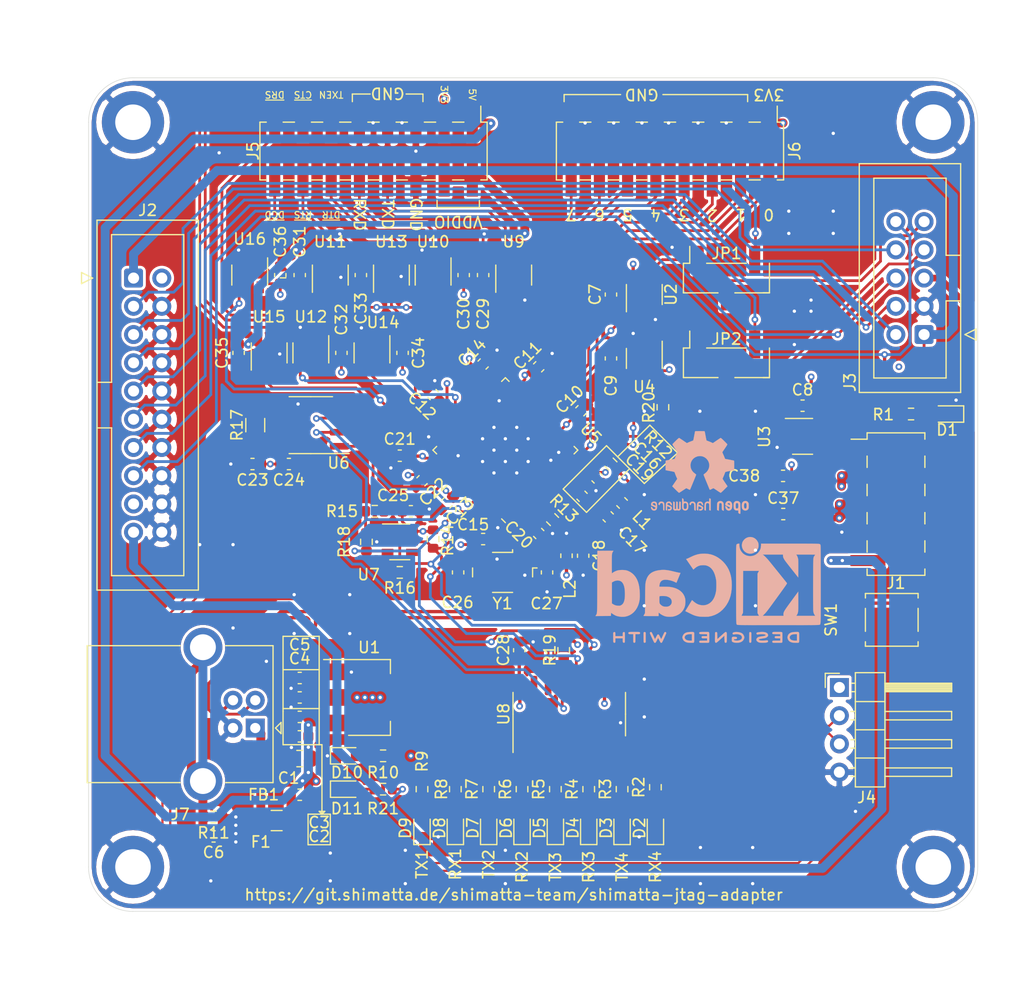
<source format=kicad_pcb>
(kicad_pcb (version 20171130) (host pcbnew 5.1.10)

  (general
    (thickness 1.6)
    (drawings 108)
    (tracks 1326)
    (zones 0)
    (modules 109)
    (nets 88)
  )

  (page A4)
  (title_block
    (title "Shimatta Jtag Adapter")
    (date 2021-05-14)
    (rev v1.0)
    (company Shimatta)
  )

  (layers
    (0 F.Cu signal)
    (1 In1.Cu power)
    (2 In2.Cu power)
    (31 B.Cu signal)
    (32 B.Adhes user)
    (33 F.Adhes user)
    (34 B.Paste user)
    (35 F.Paste user)
    (36 B.SilkS user)
    (37 F.SilkS user)
    (38 B.Mask user)
    (39 F.Mask user)
    (40 Dwgs.User user)
    (41 Cmts.User user)
    (42 Eco1.User user)
    (43 Eco2.User user)
    (44 Edge.Cuts user)
    (45 Margin user)
    (46 B.CrtYd user)
    (47 F.CrtYd user)
    (48 B.Fab user hide)
    (49 F.Fab user hide)
  )

  (setup
    (last_trace_width 0.3)
    (user_trace_width 0.3)
    (user_trace_width 0.6)
    (user_trace_width 0.8)
    (trace_clearance 0.2)
    (zone_clearance 0.254)
    (zone_45_only no)
    (trace_min 0.2)
    (via_size 0.6)
    (via_drill 0.3)
    (via_min_size 0.4)
    (via_min_drill 0.3)
    (user_via 0.9 0.5)
    (uvia_size 0.3)
    (uvia_drill 0.1)
    (uvias_allowed no)
    (uvia_min_size 0.2)
    (uvia_min_drill 0.1)
    (edge_width 0.05)
    (segment_width 0.2)
    (pcb_text_width 0.3)
    (pcb_text_size 1.5 1.5)
    (mod_edge_width 0.12)
    (mod_text_size 1 1)
    (mod_text_width 0.15)
    (pad_size 4.35 4.35)
    (pad_drill 0)
    (pad_to_mask_clearance 0)
    (aux_axis_origin 25 25)
    (grid_origin 25 25)
    (visible_elements FFFFFF7F)
    (pcbplotparams
      (layerselection 0x010fc_ffffffff)
      (usegerberextensions false)
      (usegerberattributes true)
      (usegerberadvancedattributes true)
      (creategerberjobfile true)
      (excludeedgelayer true)
      (linewidth 0.100000)
      (plotframeref false)
      (viasonmask false)
      (mode 1)
      (useauxorigin false)
      (hpglpennumber 1)
      (hpglpenspeed 20)
      (hpglpendiameter 15.000000)
      (psnegative false)
      (psa4output false)
      (plotreference true)
      (plotvalue true)
      (plotinvisibletext false)
      (padsonsilk false)
      (subtractmaskfromsilk false)
      (outputformat 1)
      (mirror false)
      (drillshape 1)
      (scaleselection 1)
      (outputdirectory ""))
  )

  (net 0 "")
  (net 1 GND)
  (net 2 +5V)
  (net 3 +3V3)
  (net 4 "Net-(C6-Pad2)")
  (net 5 /TARGET_VDDIO)
  (net 6 /FT4232H/VCORE)
  (net 7 "Net-(C17-Pad1)")
  (net 8 "Net-(C18-Pad1)")
  (net 9 "Net-(C26-Pad1)")
  (net 10 "Net-(C27-Pad1)")
  (net 11 /UART3_VDDIO)
  (net 12 "Net-(D1-Pad2)")
  (net 13 "Net-(D2-Pad2)")
  (net 14 "Net-(D3-Pad2)")
  (net 15 "Net-(D4-Pad2)")
  (net 16 "Net-(D5-Pad2)")
  (net 17 "Net-(D6-Pad2)")
  (net 18 "Net-(D7-Pad2)")
  (net 19 "Net-(D8-Pad2)")
  (net 20 "Net-(D9-Pad2)")
  (net 21 "Net-(D10-Pad2)")
  (net 22 /TEST_VCC_GND)
  (net 23 /~RTS~_VDDIO)
  (net 24 /~TARGET_RESET)
  (net 25 /TDO_SWO)
  (net 26 /RTCLK)
  (net 27 /TCK_SWCLK)
  (net 28 /TMS_SWDIO)
  (net 29 /TDI)
  (net 30 /~TRST)
  (net 31 "Net-(J3-Pad9)")
  (net 32 "Net-(J3-Pad7)")
  (net 33 /RS485-)
  (net 34 /RS485+)
  (net 35 "/UART3 Level Translation/~DCD3~_VDDIO")
  (net 36 "/UART3 Level Translation/~DSR3~_VDDIO")
  (net 37 "/UART3 Level Translation/~RTS3~_VDDIO")
  (net 38 "/UART3 Level Translation/~DTR3~_VDDIO")
  (net 39 "/UART3 Level Translation/TXDEN3_VDDIO")
  (net 40 "/UART3 Level Translation/RXD3_VDDIO")
  (net 41 "/UART3 Level Translation/TXD3_VDDIO")
  (net 42 /FT4232H/MPSSE2_7)
  (net 43 /FT4232H/MPSSE2_6)
  (net 44 /FT4232H/MPSSE2_5)
  (net 45 /FT4232H/MPSSE2_4)
  (net 46 /FT4232H/MPSSE2_3)
  (net 47 /FT4232H/MPSSE2_2)
  (net 48 /FT4232H/MPSSE2_1)
  (net 49 /FT4232H/MPSSE2_0)
  (net 50 /D+)
  (net 51 /D-)
  (net 52 "/Level trans Programming Connector/OUT_VDDIO")
  (net 53 "/Level trans Programming Connector/IN_VDDIO")
  (net 54 /FT4232H/D_RX_ACT)
  (net 55 /FT4232H/D_TX_ACT)
  (net 56 /FT4232H/C_RX_ACT)
  (net 57 /FT4232H/C_TX_ACT)
  (net 58 /FT4232H/B_RX_ACT)
  (net 59 /FT4232H/B_TX_ACT)
  (net 60 /FT4232H/A_RX_ACT)
  (net 61 /FT4232H/A_TX_ACT)
  (net 62 "Net-(R12-Pad1)")
  (net 63 "Net-(R13-Pad1)")
  (net 64 /FT4232H/EECS)
  (net 65 "Net-(R15-Pad2)")
  (net 66 /FT4232H/EECLK)
  (net 67 /FT4232H/EEDATA)
  (net 68 /FT4232H/~PWREN)
  (net 69 "/Level trans Programming Connector/IN_3V3")
  (net 70 "/Level trans Programming Connector/RTS_3V3")
  (net 71 "/Level trans Programming Connector/OUT_3V3")
  (net 72 /FT4232H/TXEN4)
  (net 73 /FT4232H/RXD4)
  (net 74 /FT4232H/TXD4)
  (net 75 /FT4232H/TXDEN3)
  (net 76 /FT4232H/~DCD3)
  (net 77 /FT4232H/~DSR3)
  (net 78 /FT4232H/~DTR3)
  (net 79 /FT4232H/~RTS3)
  (net 80 /FT4232H/RXD3)
  (net 81 /FT4232H/TXD3)
  (net 82 "/UART3 Level Translation/~CTS3~_VDDIO")
  (net 83 /FT4232H/~CTS3)
  (net 84 /JTAG_5V_SUPPLY)
  (net 85 "Net-(D11-Pad2)")
  (net 86 "Net-(F1-Pad2)")
  (net 87 "Net-(F1-Pad1)")

  (net_class Default "This is the default net class."
    (clearance 0.2)
    (trace_width 0.25)
    (via_dia 0.6)
    (via_drill 0.3)
    (uvia_dia 0.3)
    (uvia_drill 0.1)
    (diff_pair_width 0.25)
    (diff_pair_gap 0.25)
    (add_net +3V3)
    (add_net +5V)
    (add_net /FT4232H/A_RX_ACT)
    (add_net /FT4232H/A_TX_ACT)
    (add_net /FT4232H/B_RX_ACT)
    (add_net /FT4232H/B_TX_ACT)
    (add_net /FT4232H/C_RX_ACT)
    (add_net /FT4232H/C_TX_ACT)
    (add_net /FT4232H/D_RX_ACT)
    (add_net /FT4232H/D_TX_ACT)
    (add_net /FT4232H/EECLK)
    (add_net /FT4232H/EECS)
    (add_net /FT4232H/EEDATA)
    (add_net /FT4232H/MPSSE2_0)
    (add_net /FT4232H/MPSSE2_1)
    (add_net /FT4232H/MPSSE2_2)
    (add_net /FT4232H/MPSSE2_3)
    (add_net /FT4232H/MPSSE2_4)
    (add_net /FT4232H/MPSSE2_5)
    (add_net /FT4232H/MPSSE2_6)
    (add_net /FT4232H/MPSSE2_7)
    (add_net /FT4232H/RXD3)
    (add_net /FT4232H/RXD4)
    (add_net /FT4232H/TXD3)
    (add_net /FT4232H/TXD4)
    (add_net /FT4232H/TXDEN3)
    (add_net /FT4232H/TXEN4)
    (add_net /FT4232H/VCORE)
    (add_net /FT4232H/~CTS3)
    (add_net /FT4232H/~DCD3)
    (add_net /FT4232H/~DSR3)
    (add_net /FT4232H/~DTR3)
    (add_net /FT4232H/~PWREN)
    (add_net /FT4232H/~RTS3)
    (add_net /JTAG_5V_SUPPLY)
    (add_net "/Level trans Programming Connector/IN_3V3")
    (add_net "/Level trans Programming Connector/IN_VDDIO")
    (add_net "/Level trans Programming Connector/OUT_3V3")
    (add_net "/Level trans Programming Connector/OUT_VDDIO")
    (add_net "/Level trans Programming Connector/RTS_3V3")
    (add_net /RTCLK)
    (add_net /TARGET_VDDIO)
    (add_net /TCK_SWCLK)
    (add_net /TDI)
    (add_net /TDO_SWO)
    (add_net /TEST_VCC_GND)
    (add_net /TMS_SWDIO)
    (add_net "/UART3 Level Translation/RXD3_VDDIO")
    (add_net "/UART3 Level Translation/TXD3_VDDIO")
    (add_net "/UART3 Level Translation/TXDEN3_VDDIO")
    (add_net "/UART3 Level Translation/~CTS3~_VDDIO")
    (add_net "/UART3 Level Translation/~DCD3~_VDDIO")
    (add_net "/UART3 Level Translation/~DSR3~_VDDIO")
    (add_net "/UART3 Level Translation/~DTR3~_VDDIO")
    (add_net "/UART3 Level Translation/~RTS3~_VDDIO")
    (add_net /UART3_VDDIO)
    (add_net /~RTS~_VDDIO)
    (add_net /~TARGET_RESET)
    (add_net /~TRST)
    (add_net GND)
    (add_net "Net-(C17-Pad1)")
    (add_net "Net-(C18-Pad1)")
    (add_net "Net-(C26-Pad1)")
    (add_net "Net-(C27-Pad1)")
    (add_net "Net-(C6-Pad2)")
    (add_net "Net-(D1-Pad2)")
    (add_net "Net-(D10-Pad2)")
    (add_net "Net-(D11-Pad2)")
    (add_net "Net-(D2-Pad2)")
    (add_net "Net-(D3-Pad2)")
    (add_net "Net-(D4-Pad2)")
    (add_net "Net-(D5-Pad2)")
    (add_net "Net-(D6-Pad2)")
    (add_net "Net-(D7-Pad2)")
    (add_net "Net-(D8-Pad2)")
    (add_net "Net-(D9-Pad2)")
    (add_net "Net-(F1-Pad1)")
    (add_net "Net-(F1-Pad2)")
    (add_net "Net-(J3-Pad7)")
    (add_net "Net-(J3-Pad9)")
    (add_net "Net-(R12-Pad1)")
    (add_net "Net-(R13-Pad1)")
    (add_net "Net-(R15-Pad2)")
  )

  (net_class RS485 ""
    (clearance 0.5)
    (trace_width 0.2)
    (via_dia 0.6)
    (via_drill 0.3)
    (uvia_dia 0.3)
    (uvia_drill 0.1)
    (diff_pair_width 0.2)
    (diff_pair_gap 0.5)
    (add_net /RS485+)
    (add_net /RS485-)
  )

  (net_class USB ""
    (clearance 0.2)
    (trace_width 0.25)
    (via_dia 0.6)
    (via_drill 0.3)
    (uvia_dia 0.3)
    (uvia_drill 0.1)
    (diff_pair_width 0.3)
    (diff_pair_gap 0.25)
    (add_net /D+)
    (add_net /D-)
  )

  (module shimatta_artwork:shimatta_kanji_20mm_solder_mask (layer B.Cu) (tedit 0) (tstamp 60AAE957)
    (at 69.75 88 180)
    (fp_text reference G*** (at 0 0) (layer B.SilkS) hide
      (effects (font (size 1.524 1.524) (thickness 0.3)) (justify mirror))
    )
    (fp_text value LOGO (at 0.75 0) (layer B.SilkS) hide
      (effects (font (size 1.524 1.524) (thickness 0.3)) (justify mirror))
    )
    (fp_poly (pts (xy -3.948741 -2.077681) (xy -3.842571 -2.106575) (xy -3.745245 -2.159437) (xy -3.73239 -2.168381)
      (xy -3.676586 -2.208118) (xy -3.634238 -2.139597) (xy -3.599519 -2.096334) (xy -3.564972 -2.072617)
      (xy -3.556581 -2.071077) (xy -3.536411 -2.077165) (xy -3.521291 -2.098637) (xy -3.51037 -2.140308)
      (xy -3.502799 -2.206991) (xy -3.49773 -2.303499) (xy -3.494546 -2.422769) (xy -3.492947 -2.519225)
      (xy -3.493504 -2.583451) (xy -3.497349 -2.622281) (xy -3.505619 -2.642547) (xy -3.519446 -2.651084)
      (xy -3.532881 -2.653716) (xy -3.573956 -2.64517) (xy -3.587958 -2.624409) (xy -3.646019 -2.4834)
      (xy -3.713402 -2.367277) (xy -3.781292 -2.287532) (xy -3.873546 -2.221697) (xy -3.97294 -2.182951)
      (xy -4.073355 -2.169839) (xy -4.168668 -2.180907) (xy -4.252758 -2.214702) (xy -4.319504 -2.269769)
      (xy -4.362784 -2.344655) (xy -4.376615 -2.428933) (xy -4.365582 -2.497361) (xy -4.33035 -2.556287)
      (xy -4.267717 -2.607919) (xy -4.174483 -2.654462) (xy -4.047446 -2.698125) (xy -3.945975 -2.725816)
      (xy -3.85389 -2.75024) (xy -3.76859 -2.774776) (xy -3.701899 -2.795929) (xy -3.674447 -2.806076)
      (xy -3.567882 -2.870419) (xy -3.488399 -2.961286) (xy -3.438303 -3.074985) (xy -3.419896 -3.207823)
      (xy -3.41985 -3.214077) (xy -3.436648 -3.351761) (xy -3.486035 -3.470533) (xy -3.565609 -3.56705)
      (xy -3.67297 -3.637969) (xy -3.743839 -3.665108) (xy -3.837888 -3.683707) (xy -3.947419 -3.690817)
      (xy -4.056238 -3.686459) (xy -4.148147 -3.670652) (xy -4.167501 -3.664588) (xy -4.232348 -3.636065)
      (xy -4.30185 -3.59786) (xy -4.318672 -3.587181) (xy -4.39565 -3.53624) (xy -4.439863 -3.604494)
      (xy -4.48072 -3.653504) (xy -4.524176 -3.672151) (xy -4.537807 -3.672989) (xy -4.591538 -3.673231)
      (xy -4.591538 -3.048) (xy -4.544595 -3.048) (xy -4.518453 -3.052519) (xy -4.498508 -3.071374)
      (xy -4.479553 -3.112508) (xy -4.457089 -3.181544) (xy -4.400463 -3.312708) (xy -4.318273 -3.42679)
      (xy -4.217406 -3.515052) (xy -4.173966 -3.540862) (xy -4.086335 -3.57143) (xy -3.983094 -3.585212)
      (xy -3.878704 -3.58206) (xy -3.787626 -3.561828) (xy -3.751451 -3.545174) (xy -3.670291 -3.478418)
      (xy -3.61732 -3.394384) (xy -3.595281 -3.301169) (xy -3.606916 -3.206866) (xy -3.623386 -3.167162)
      (xy -3.647083 -3.129684) (xy -3.679122 -3.098577) (xy -3.725539 -3.070884) (xy -3.792369 -3.043648)
      (xy -3.885646 -3.013911) (xy -4.003738 -2.980792) (xy -4.141027 -2.941904) (xy -4.24642 -2.907553)
      (xy -4.326391 -2.874894) (xy -4.387417 -2.841084) (xy -4.435975 -2.803278) (xy -4.458411 -2.781135)
      (xy -4.517275 -2.699588) (xy -4.546855 -2.605673) (xy -4.552461 -2.526341) (xy -4.536364 -2.386709)
      (xy -4.489333 -2.270099) (xy -4.413262 -2.178332) (xy -4.310042 -2.11323) (xy -4.181568 -2.076613)
      (xy -4.077097 -2.068906) (xy -3.948741 -2.077681)) (layer B.Mask) (width 0.01))
    (fp_poly (pts (xy 1.281889 -2.625235) (xy 1.35408 -2.639007) (xy 1.418751 -2.666585) (xy 1.481804 -2.707759)
      (xy 1.490849 -2.715425) (xy 1.553308 -2.771207) (xy 1.563564 -3.129411) (xy 1.567715 -3.245141)
      (xy 1.572994 -3.348271) (xy 1.57893 -3.432072) (xy 1.585051 -3.489815) (xy 1.59052 -3.514271)
      (xy 1.621864 -3.532029) (xy 1.682841 -3.530784) (xy 1.732532 -3.52706) (xy 1.754343 -3.53598)
      (xy 1.758462 -3.554831) (xy 1.740226 -3.602654) (xy 1.689967 -3.640684) (xy 1.614362 -3.664558)
      (xy 1.584271 -3.668656) (xy 1.521456 -3.671511) (xy 1.480693 -3.661986) (xy 1.445805 -3.635793)
      (xy 1.440421 -3.630505) (xy 1.405182 -3.590236) (xy 1.384448 -3.557311) (xy 1.383959 -3.555952)
      (xy 1.369919 -3.545603) (xy 1.338585 -3.559455) (xy 1.298034 -3.588839) (xy 1.237128 -3.630119)
      (xy 1.174901 -3.662931) (xy 1.154739 -3.670815) (xy 1.067219 -3.688301) (xy 0.969072 -3.690589)
      (xy 0.877577 -3.678236) (xy 0.82469 -3.660184) (xy 0.744988 -3.605701) (xy 0.69927 -3.534893)
      (xy 0.683885 -3.441954) (xy 0.683846 -3.43619) (xy 0.686252 -3.401029) (xy 0.911215 -3.401029)
      (xy 0.915671 -3.46142) (xy 0.938699 -3.50419) (xy 0.96608 -3.530724) (xy 1.014251 -3.563687)
      (xy 1.064001 -3.572515) (xy 1.100877 -3.569299) (xy 1.16548 -3.552873) (xy 1.221927 -3.526276)
      (xy 1.228025 -3.522031) (xy 1.291206 -3.464621) (xy 1.331243 -3.399056) (xy 1.354073 -3.313462)
      (xy 1.361257 -3.255587) (xy 1.367045 -3.18541) (xy 1.366887 -3.146315) (xy 1.359234 -3.130556)
      (xy 1.342538 -3.130386) (xy 1.336539 -3.131936) (xy 1.296977 -3.141887) (xy 1.235589 -3.156274)
      (xy 1.191846 -3.166146) (xy 1.073844 -3.199818) (xy 0.990757 -3.242205) (xy 0.938825 -3.296458)
      (xy 0.914285 -3.365723) (xy 0.911215 -3.401029) (xy 0.686252 -3.401029) (xy 0.688232 -3.372117)
      (xy 0.706532 -3.323776) (xy 0.746465 -3.27193) (xy 0.752394 -3.265315) (xy 0.812501 -3.210537)
      (xy 0.889162 -3.163405) (xy 0.987601 -3.121827) (xy 1.113046 -3.083712) (xy 1.270722 -3.046968)
      (xy 1.326119 -3.035696) (xy 1.352917 -3.027456) (xy 1.364665 -3.00962) (xy 1.364603 -2.971489)
      (xy 1.35919 -2.926418) (xy 1.348005 -2.861639) (xy 1.334451 -2.809178) (xy 1.327644 -2.792185)
      (xy 1.289845 -2.757473) (xy 1.22536 -2.73215) (xy 1.146124 -2.719638) (xy 1.080054 -2.721162)
      (xy 1.001244 -2.738478) (xy 0.956495 -2.767989) (xy 0.947455 -2.80826) (xy 0.955478 -2.829513)
      (xy 0.975273 -2.895593) (xy 0.966716 -2.954334) (xy 0.936558 -2.99953) (xy 0.891551 -3.024976)
      (xy 0.838446 -3.024465) (xy 0.783995 -2.991793) (xy 0.781539 -2.989384) (xy 0.746802 -2.930557)
      (xy 0.744258 -2.86267) (xy 0.770445 -2.792651) (xy 0.821898 -2.727426) (xy 0.895153 -2.673923)
      (xy 0.951683 -2.649098) (xy 1.050558 -2.627276) (xy 1.167021 -2.619162) (xy 1.281889 -2.625235)) (layer B.Mask) (width 0.01))
    (fp_poly (pts (xy 2.134779 -2.216303) (xy 2.147307 -2.228949) (xy 2.155214 -2.256355) (xy 2.159977 -2.305421)
      (xy 2.163072 -2.383045) (xy 2.164525 -2.437423) (xy 2.170049 -2.657231) (xy 2.327076 -2.657231)
      (xy 2.404733 -2.6578) (xy 2.450924 -2.660989) (xy 2.47326 -2.669015) (xy 2.47935 -2.684097)
      (xy 2.477859 -2.701192) (xy 2.471647 -2.723494) (xy 2.455225 -2.737184) (xy 2.420203 -2.744904)
      (xy 2.358189 -2.749299) (xy 2.320193 -2.75086) (xy 2.16877 -2.756567) (xy 2.16877 -3.112859)
      (xy 2.169342 -3.245244) (xy 2.171343 -3.344145) (xy 2.175197 -3.415141) (xy 2.181328 -3.46381)
      (xy 2.19016 -3.495732) (xy 2.199185 -3.512575) (xy 2.243766 -3.548597) (xy 2.297876 -3.553845)
      (xy 2.352703 -3.532052) (xy 2.399437 -3.486951) (xy 2.429266 -3.422273) (xy 2.43109 -3.414346)
      (xy 2.443721 -3.353742) (xy 2.452449 -3.311769) (xy 2.471087 -3.273712) (xy 2.512304 -3.262927)
      (xy 2.513582 -3.262923) (xy 2.543027 -3.264893) (xy 2.556494 -3.277318) (xy 2.557615 -3.309964)
      (xy 2.551165 -3.363995) (xy 2.520761 -3.487567) (xy 2.465044 -3.582903) (xy 2.382053 -3.653097)
      (xy 2.36024 -3.665318) (xy 2.291732 -3.686001) (xy 2.208022 -3.691374) (xy 2.128819 -3.681235)
      (xy 2.092499 -3.668058) (xy 2.047491 -3.634999) (xy 2.004847 -3.589185) (xy 2.004576 -3.588822)
      (xy 1.990478 -3.567274) (xy 1.979874 -3.541935) (xy 1.97215 -3.506993) (xy 1.96669 -3.456633)
      (xy 1.962881 -3.385044) (xy 1.960108 -3.286412) (xy 1.957757 -3.154925) (xy 1.957592 -3.144322)
      (xy 1.951569 -2.754923) (xy 1.864785 -2.754923) (xy 1.810898 -2.752753) (xy 1.785539 -2.74247)
      (xy 1.778236 -2.718408) (xy 1.778 -2.707988) (xy 1.78917 -2.669501) (xy 1.828657 -2.643689)
      (xy 1.84066 -2.63921) (xy 1.916877 -2.59926) (xy 1.975812 -2.536169) (xy 2.020275 -2.445345)
      (xy 2.053082 -2.322197) (xy 2.060796 -2.279902) (xy 2.072651 -2.231189) (xy 2.090988 -2.211978)
      (xy 2.116152 -2.211517) (xy 2.134779 -2.216303)) (layer B.Mask) (width 0.01))
    (fp_poly (pts (xy 2.977889 -2.220577) (xy 2.989051 -2.233889) (xy 2.996212 -2.264192) (xy 3.000678 -2.318126)
      (xy 3.003756 -2.402331) (xy 3.004679 -2.437423) (xy 3.010203 -2.657231) (xy 3.165871 -2.657231)
      (xy 3.2432 -2.657756) (xy 3.289442 -2.661005) (xy 3.312586 -2.669483) (xy 3.320621 -2.685697)
      (xy 3.321539 -2.706077) (xy 3.319873 -2.730302) (xy 3.309561 -2.744808) (xy 3.282629 -2.752086)
      (xy 3.231105 -2.754626) (xy 3.165231 -2.754923) (xy 3.008923 -2.754923) (xy 3.008923 -3.116384)
      (xy 3.009198 -3.244484) (xy 3.0104 -3.339342) (xy 3.0131 -3.40679) (xy 3.017865 -3.452661)
      (xy 3.025266 -3.482788) (xy 3.035872 -3.503005) (xy 3.048 -3.516923) (xy 3.10635 -3.552186)
      (xy 3.168114 -3.552519) (xy 3.223333 -3.519711) (xy 3.251566 -3.480363) (xy 3.27189 -3.427198)
      (xy 3.288956 -3.360597) (xy 3.291638 -3.345961) (xy 3.303463 -3.293252) (xy 3.320872 -3.269071)
      (xy 3.351893 -3.262946) (xy 3.355285 -3.262923) (xy 3.38444 -3.265205) (xy 3.397578 -3.278679)
      (xy 3.398595 -3.313283) (xy 3.393567 -3.360604) (xy 3.365773 -3.486881) (xy 3.315386 -3.581707)
      (xy 3.241303 -3.646267) (xy 3.142419 -3.681748) (xy 3.088355 -3.688628) (xy 3.01614 -3.689982)
      (xy 2.964142 -3.679081) (xy 2.914397 -3.651992) (xy 2.911231 -3.64986) (xy 2.874127 -3.62076)
      (xy 2.845838 -3.586644) (xy 2.825182 -3.542043) (xy 2.810978 -3.481493) (xy 2.802044 -3.399525)
      (xy 2.797199 -3.290672) (xy 2.79526 -3.149469) (xy 2.795103 -3.112623) (xy 2.794 -2.75717)
      (xy 2.710962 -2.751162) (xy 2.655959 -2.743228) (xy 2.629795 -2.72651) (xy 2.623153 -2.706077)
      (xy 2.631409 -2.674445) (xy 2.668702 -2.64438) (xy 2.700291 -2.627923) (xy 2.771841 -2.584089)
      (xy 2.824234 -2.526111) (xy 2.863446 -2.445303) (xy 2.891324 -2.350359) (xy 2.91104 -2.278076)
      (xy 2.928744 -2.236994) (xy 2.948357 -2.219688) (xy 2.96142 -2.217615) (xy 2.977889 -2.220577)) (layer B.Mask) (width 0.01))
    (fp_poly (pts (xy 4.134035 -2.624029) (xy 4.182149 -2.635312) (xy 4.230186 -2.656367) (xy 4.238703 -2.660758)
      (xy 4.295999 -2.692909) (xy 4.338535 -2.725226) (xy 4.368629 -2.76404) (xy 4.388598 -2.815684)
      (xy 4.400759 -2.886491) (xy 4.407429 -2.982792) (xy 4.410925 -3.11092) (xy 4.411305 -3.13242)
      (xy 4.413773 -3.268998) (xy 4.416709 -3.371269) (xy 4.421345 -3.443996) (xy 4.428912 -3.491941)
      (xy 4.440642 -3.519868) (xy 4.457766 -3.532538) (xy 4.481517 -3.534714) (xy 4.513124 -3.531159)
      (xy 4.514366 -3.530992) (xy 4.574801 -3.528252) (xy 4.602733 -3.542499) (xy 4.601888 -3.576081)
      (xy 4.599004 -3.584267) (xy 4.565512 -3.623526) (xy 4.505057 -3.654325) (xy 4.429621 -3.671409)
      (xy 4.396191 -3.673231) (xy 4.330445 -3.665009) (xy 4.281674 -3.635069) (xy 4.268221 -3.621531)
      (xy 4.236391 -3.582692) (xy 4.220665 -3.554692) (xy 4.220308 -3.552152) (xy 4.206786 -3.551941)
      (xy 4.172559 -3.571718) (xy 4.151963 -3.586602) (xy 4.037525 -3.652649) (xy 3.913524 -3.687153)
      (xy 3.788526 -3.689048) (xy 3.6711 -3.657264) (xy 3.653241 -3.648807) (xy 3.575561 -3.590347)
      (xy 3.530853 -3.512415) (xy 3.52127 -3.419334) (xy 3.525138 -3.391337) (xy 3.525834 -3.389277)
      (xy 3.751385 -3.389277) (xy 3.765893 -3.476624) (xy 3.806381 -3.537453) (xy 3.868297 -3.569636)
      (xy 3.947088 -3.571042) (xy 4.038201 -3.539541) (xy 4.054231 -3.530961) (xy 4.131154 -3.469167)
      (xy 4.179087 -3.385009) (xy 4.199659 -3.275234) (xy 4.200739 -3.238127) (xy 4.20077 -3.125409)
      (xy 4.147039 -3.137413) (xy 4.005283 -3.173125) (xy 3.898886 -3.210039) (xy 3.824142 -3.250513)
      (xy 3.777351 -3.296903) (xy 3.75481 -3.351567) (xy 3.751385 -3.389277) (xy 3.525834 -3.389277)
      (xy 3.550482 -3.316353) (xy 3.598369 -3.251214) (xy 3.671884 -3.194174) (xy 3.77411 -3.143485)
      (xy 3.908131 -3.0974) (xy 4.077031 -3.054171) (xy 4.147039 -3.038956) (xy 4.182239 -3.02674)
      (xy 4.197497 -3.001436) (xy 4.20077 -2.951207) (xy 4.190307 -2.855209) (xy 4.157338 -2.787629)
      (xy 4.104887 -2.746089) (xy 4.026609 -2.722112) (xy 3.934077 -2.717321) (xy 3.847506 -2.732499)
      (xy 3.83837 -2.735741) (xy 3.801509 -2.756724) (xy 3.794777 -2.787791) (xy 3.798021 -2.804125)
      (xy 3.812669 -2.863271) (xy 3.821682 -2.899549) (xy 3.816621 -2.950785) (xy 3.783408 -2.996248)
      (xy 3.732546 -3.024438) (xy 3.703957 -3.028461) (xy 3.655872 -3.011601) (xy 3.611064 -2.969855)
      (xy 3.581322 -2.916476) (xy 3.575612 -2.884172) (xy 3.592791 -2.818384) (xy 3.638481 -2.750973)
      (xy 3.704233 -2.693009) (xy 3.735965 -2.674057) (xy 3.80207 -2.647582) (xy 3.883198 -2.631325)
      (xy 3.985846 -2.623066) (xy 4.072911 -2.620589) (xy 4.134035 -2.624029)) (layer B.Mask) (width 0.01))
    (fp_poly (pts (xy -2.91123 -2.430945) (xy -2.901461 -2.796672) (xy -2.842846 -2.734314) (xy -2.752705 -2.662809)
      (xy -2.653214 -2.624266) (xy -2.551077 -2.617008) (xy -2.453001 -2.63936) (xy -2.365692 -2.689645)
      (xy -2.295854 -2.76619) (xy -2.250195 -2.867316) (xy -2.246092 -2.883435) (xy -2.239748 -2.930158)
      (xy -2.234338 -3.006749) (xy -2.230311 -3.104) (xy -2.228116 -3.212704) (xy -2.22785 -3.257666)
      (xy -2.227868 -3.372491) (xy -2.22676 -3.454252) (xy -2.222159 -3.508944) (xy -2.211699 -3.542561)
      (xy -2.193012 -3.561095) (xy -2.163733 -3.570542) (xy -2.121493 -3.576895) (xy -2.100609 -3.579886)
      (xy -2.06566 -3.599604) (xy -2.055215 -3.619724) (xy -2.055683 -3.632977) (xy -2.066819 -3.642272)
      (xy -2.094286 -3.648299) (xy -2.143746 -3.651751) (xy -2.220862 -3.653318) (xy -2.331296 -3.653692)
      (xy -2.333413 -3.653692) (xy -2.444194 -3.653422) (xy -2.521787 -3.652075) (xy -2.57208 -3.648841)
      (xy -2.60096 -3.642913) (xy -2.614317 -3.633483) (xy -2.618036 -3.619742) (xy -2.618154 -3.614615)
      (xy -2.609948 -3.587056) (xy -2.578457 -3.576447) (xy -2.553677 -3.575538) (xy -2.5133 -3.573452)
      (xy -2.48406 -3.563589) (xy -2.464167 -3.540546) (xy -2.451834 -3.498918) (xy -2.445274 -3.433301)
      (xy -2.4427 -3.338291) (xy -2.442307 -3.238849) (xy -2.444045 -3.100024) (xy -2.45012 -2.994317)
      (xy -2.461822 -2.915887) (xy -2.480444 -2.858894) (xy -2.507278 -2.817497) (xy -2.542283 -2.786784)
      (xy -2.613761 -2.758645) (xy -2.692497 -2.763385) (xy -2.769991 -2.798125) (xy -2.837745 -2.859986)
      (xy -2.862384 -2.895227) (xy -2.87811 -2.926302) (xy -2.889459 -2.963869) (xy -2.897366 -3.015172)
      (xy -2.902763 -3.087453) (xy -2.906584 -3.187955) (xy -2.90819 -3.250861) (xy -2.910513 -3.370015)
      (xy -2.90986 -3.455655) (xy -2.904363 -3.513325) (xy -2.892152 -3.548574) (xy -2.871359 -3.566947)
      (xy -2.840114 -3.57399) (xy -2.798884 -3.575239) (xy -2.753791 -3.580646) (xy -2.736686 -3.600511)
      (xy -2.735384 -3.614615) (xy -2.737349 -3.629818) (xy -2.74717 -3.640467) (xy -2.770734 -3.647369)
      (xy -2.81393 -3.651332) (xy -2.882644 -3.653165) (xy -2.982766 -3.653676) (xy -3.020125 -3.653692)
      (xy -3.131152 -3.653332) (xy -3.208767 -3.65179) (xy -3.258634 -3.648375) (xy -3.286416 -3.642395)
      (xy -3.297774 -3.633159) (xy -3.298371 -3.619977) (xy -3.298323 -3.619724) (xy -3.275912 -3.589103)
      (xy -3.252929 -3.579886) (xy -3.200774 -3.570769) (xy -3.169862 -3.564573) (xy -3.125648 -3.555128)
      (xy -3.130786 -2.876603) (xy -3.135923 -2.198077) (xy -3.22873 -2.192122) (xy -3.2852 -2.186309)
      (xy -3.312659 -2.174677) (xy -3.321171 -2.151626) (xy -3.321538 -2.140481) (xy -3.318178 -2.112275)
      (xy -3.303776 -2.09318) (xy -3.271855 -2.081173) (xy -3.215934 -2.074236) (xy -3.129534 -2.070346)
      (xy -3.093615 -2.069396) (xy -2.921 -2.065219) (xy -2.91123 -2.430945)) (layer B.Mask) (width 0.01))
    (fp_poly (pts (xy -1.582615 -3.083342) (xy -1.58228 -3.233448) (xy -1.580547 -3.349095) (xy -1.576328 -3.434903)
      (xy -1.568531 -3.495488) (xy -1.556067 -3.535469) (xy -1.537846 -3.559462) (xy -1.512778 -3.572087)
      (xy -1.479772 -3.577961) (xy -1.465544 -3.579329) (xy -1.411112 -3.592934) (xy -1.390842 -3.6195)
      (xy -1.391255 -3.63262) (xy -1.401988 -3.641894) (xy -1.428615 -3.647979) (xy -1.476706 -3.651534)
      (xy -1.551833 -3.653217) (xy -1.659566 -3.653686) (xy -1.680307 -3.653692) (xy -1.793804 -3.653357)
      (xy -1.873798 -3.651914) (xy -1.92586 -3.648705) (xy -1.955563 -3.64307) (xy -1.968476 -3.634354)
      (xy -1.970172 -3.621896) (xy -1.969772 -3.6195) (xy -1.94684 -3.591502) (xy -1.89507 -3.579329)
      (xy -1.854041 -3.573348) (xy -1.823876 -3.56009) (xy -1.802917 -3.534231) (xy -1.789507 -3.490442)
      (xy -1.781989 -3.423396) (xy -1.778706 -3.327767) (xy -1.778 -3.203015) (xy -1.778767 -3.0925)
      (xy -1.780883 -2.991401) (xy -1.784064 -2.908196) (xy -1.788029 -2.851364) (xy -1.790211 -2.835519)
      (xy -1.800191 -2.798932) (xy -1.818621 -2.780954) (xy -1.85709 -2.775001) (xy -1.897673 -2.774461)
      (xy -1.954825 -2.772684) (xy -1.983001 -2.764085) (xy -1.992252 -2.743769) (xy -1.992923 -2.728057)
      (xy -1.985342 -2.69869) (xy -1.959152 -2.6783) (xy -1.909184 -2.665512) (xy -1.830268 -2.658951)
      (xy -1.726711 -2.657231) (xy -1.582615 -2.657231) (xy -1.582615 -3.083342)) (layer B.Mask) (width 0.01))
    (fp_poly (pts (xy 0.160595 -2.6382) (xy 0.251543 -2.690716) (xy 0.305155 -2.746376) (xy 0.361462 -2.82013)
      (xy 0.367629 -3.172955) (xy 0.370974 -3.300648) (xy 0.375998 -3.407347) (xy 0.382346 -3.488043)
      (xy 0.389663 -3.537727) (xy 0.394445 -3.550659) (xy 0.426962 -3.567806) (xy 0.477705 -3.575506)
      (xy 0.481085 -3.575538) (xy 0.527206 -3.580264) (xy 0.545304 -3.598525) (xy 0.547077 -3.614615)
      (xy 0.545112 -3.629818) (xy 0.535291 -3.640467) (xy 0.511727 -3.647369) (xy 0.468532 -3.651332)
      (xy 0.399817 -3.653165) (xy 0.299695 -3.653676) (xy 0.262337 -3.653692) (xy 0.15131 -3.653332)
      (xy 0.073694 -3.65179) (xy 0.023827 -3.648375) (xy -0.003954 -3.642395) (xy -0.015312 -3.633159)
      (xy -0.01591 -3.619977) (xy -0.015862 -3.619724) (xy 0.006549 -3.589103) (xy 0.029532 -3.579886)
      (xy 0.081349 -3.570807) (xy 0.113572 -3.564328) (xy 0.158759 -3.55464) (xy 0.152649 -3.205149)
      (xy 0.150261 -3.080141) (xy 0.147568 -2.98807) (xy 0.14375 -2.922802) (xy 0.137985 -2.8782)
      (xy 0.129454 -2.848129) (xy 0.117336 -2.826454) (xy 0.10081 -2.807038) (xy 0.099171 -2.80529)
      (xy 0.036578 -2.76357) (xy -0.03513 -2.754361) (xy -0.107809 -2.775113) (xy -0.173313 -2.82328)
      (xy -0.2235 -2.896312) (xy -0.228621 -2.907851) (xy -0.242194 -2.959545) (xy -0.253632 -3.038622)
      (xy -0.26248 -3.135114) (xy -0.268284 -3.239052) (xy -0.270591 -3.340469) (xy -0.268945 -3.429395)
      (xy -0.262895 -3.495863) (xy -0.256582 -3.521807) (xy -0.234312 -3.559407) (xy -0.198201 -3.573968)
      (xy -0.16656 -3.575538) (xy -0.119225 -3.579843) (xy -0.100025 -3.59668) (xy -0.097692 -3.614615)
      (xy -0.099721 -3.630078) (xy -0.109812 -3.640817) (xy -0.13397 -3.64769) (xy -0.178201 -3.651554)
      (xy -0.248509 -3.653267) (xy -0.350899 -3.653687) (xy -0.37123 -3.653692) (xy -0.479474 -3.653402)
      (xy -0.554647 -3.651961) (xy -0.602754 -3.648509) (xy -0.629802 -3.642191) (xy -0.641794 -3.632147)
      (xy -0.644737 -3.61752) (xy -0.644769 -3.614615) (xy -0.637027 -3.587576) (xy -0.60689 -3.57675)
      (xy -0.577072 -3.575538) (xy -0.518134 -3.565276) (xy -0.489149 -3.537746) (xy -0.480668 -3.501652)
      (xy -0.474584 -3.435556) (xy -0.470888 -3.348461) (xy -0.46957 -3.249366) (xy -0.470621 -3.147275)
      (xy -0.474029 -3.051188) (xy -0.479786 -2.970106) (xy -0.487881 -2.913031) (xy -0.489839 -2.905077)
      (xy -0.526769 -2.821499) (xy -0.581001 -2.770807) (xy -0.645739 -2.754923) (xy -0.735999 -2.772852)
      (xy -0.809609 -2.825537) (xy -0.857691 -2.897328) (xy -0.874128 -2.935653) (xy -0.885556 -2.976451)
      (xy -0.892851 -3.027644) (xy -0.896891 -3.097155) (xy -0.898551 -3.192908) (xy -0.898769 -3.268719)
      (xy -0.898957 -3.381092) (xy -0.897858 -3.460528) (xy -0.89298 -3.513147) (xy -0.881827 -3.545071)
      (xy -0.861906 -3.56242) (xy -0.830724 -3.571314) (xy -0.785786 -3.577876) (xy -0.771993 -3.579886)
      (xy -0.737045 -3.599604) (xy -0.726599 -3.619724) (xy -0.727068 -3.632977) (xy -0.738204 -3.642272)
      (xy -0.765671 -3.648299) (xy -0.815131 -3.651751) (xy -0.892246 -3.653318) (xy -1.002681 -3.653692)
      (xy -1.004798 -3.653692) (xy -1.115579 -3.653422) (xy -1.193172 -3.652075) (xy -1.243464 -3.648841)
      (xy -1.272345 -3.642913) (xy -1.285701 -3.633483) (xy -1.289421 -3.619742) (xy -1.289538 -3.614615)
      (xy -1.281558 -3.587305) (xy -1.250719 -3.576588) (xy -1.223546 -3.575538) (xy -1.171735 -3.568031)
      (xy -1.136293 -3.549836) (xy -1.135183 -3.548583) (xy -1.126419 -3.520919) (xy -1.120558 -3.461291)
      (xy -1.117515 -3.367712) (xy -1.117204 -3.238197) (xy -1.118137 -3.152929) (xy -1.123461 -2.784231)
      (xy -1.2065 -2.778222) (xy -1.259273 -2.771553) (xy -1.283456 -2.75743) (xy -1.289521 -2.729362)
      (xy -1.289538 -2.72677) (xy -1.283524 -2.697315) (xy -1.26157 -2.677357) (xy -1.217814 -2.665198)
      (xy -1.146392 -2.659141) (xy -1.050192 -2.657497) (xy -0.898769 -2.657231) (xy -0.898769 -2.796998)
      (xy -0.84595 -2.734227) (xy -0.763361 -2.663556) (xy -0.667196 -2.625176) (xy -0.56548 -2.618811)
      (xy -0.466237 -2.644187) (xy -0.377492 -2.701029) (xy -0.331335 -2.751852) (xy -0.288541 -2.809733)
      (xy -0.232075 -2.745421) (xy -0.144368 -2.670997) (xy -0.044757 -2.628328) (xy 0.059363 -2.6174)
      (xy 0.160595 -2.6382)) (layer B.Mask) (width 0.01))
    (fp_poly (pts (xy -1.604197 -2.140316) (xy -1.583691 -2.16207) (xy -1.554825 -2.222457) (xy -1.564969 -2.280657)
      (xy -1.606016 -2.329961) (xy -1.663091 -2.36061) (xy -1.720121 -2.352623) (xy -1.769119 -2.316196)
      (xy -1.807529 -2.267479) (xy -1.812513 -2.223649) (xy -1.784674 -2.172211) (xy -1.776582 -2.161635)
      (xy -1.722409 -2.118489) (xy -1.66201 -2.111389) (xy -1.604197 -2.140316)) (layer B.Mask) (width 0.01))
    (fp_poly (pts (xy -3.838788 3.688729) (xy -3.763989 3.677918) (xy -3.672419 3.662305) (xy -3.574363 3.643857)
      (xy -3.48011 3.624543) (xy -3.399947 3.60633) (xy -3.344161 3.591186) (xy -3.331315 3.58657)
      (xy -3.283233 3.56018) (xy -3.253133 3.532073) (xy -3.250693 3.527326) (xy -3.253676 3.486941)
      (xy -3.283652 3.446101) (xy -3.321955 3.42193) (xy -3.347355 3.402506) (xy -3.390898 3.360148)
      (xy -3.445625 3.301872) (xy -3.484542 3.258039) (xy -3.616047 3.106616) (xy -1.188916 3.106616)
      (xy -0.994443 3.287346) (xy -0.921758 3.354128) (xy -0.85857 3.410747) (xy -0.810709 3.452087)
      (xy -0.784001 3.473031) (xy -0.781309 3.474482) (xy -0.757945 3.465597) (xy -0.712937 3.435671)
      (xy -0.653194 3.390341) (xy -0.585627 3.335241) (xy -0.517146 3.276008) (xy -0.454661 3.218278)
      (xy -0.405081 3.167687) (xy -0.404892 3.167477) (xy -0.364427 3.117627) (xy -0.338018 3.075387)
      (xy -0.332154 3.05723) (xy -0.345696 3.029063) (xy -0.38818 3.008895) (xy -0.462393 2.996103)
      (xy -0.571123 2.990066) (xy -0.636272 2.989385) (xy -0.840154 2.989385) (xy -0.840154 2.637693)
      (xy -0.839955 2.512617) (xy -0.838973 2.421319) (xy -0.836633 2.358498) (xy -0.832357 2.318856)
      (xy -0.82557 2.297091) (xy -0.815693 2.287906) (xy -0.802152 2.286001) (xy -0.801892 2.286)
      (xy -0.773311 2.298192) (xy -0.722344 2.331537) (xy -0.655775 2.381192) (xy -0.580392 2.442311)
      (xy -0.566873 2.453762) (xy -0.370116 2.621524) (xy -0.20152 2.487954) (xy -0.101103 2.405863)
      (xy -0.030828 2.341836) (xy 0.011944 2.292668) (xy 0.029851 2.255153) (xy 0.025534 2.226085)
      (xy 0.020288 2.218518) (xy 0.006592 2.208305) (xy -0.018542 2.20062) (xy -0.060041 2.195127)
      (xy -0.122832 2.19149) (xy -0.211843 2.189373) (xy -0.332 2.18844) (xy -0.422469 2.188308)
      (xy -0.840154 2.188308) (xy -0.840154 1.593302) (xy -0.685062 1.747483) (xy -0.529971 1.901665)
      (xy -0.416892 1.825179) (xy -0.334867 1.765382) (xy -0.256268 1.70045) (xy -0.186709 1.635942)
      (xy -0.131801 1.577421) (xy -0.097158 1.530448) (xy -0.088391 1.500584) (xy -0.088624 1.499911)
      (xy -0.098691 1.482757) (xy -0.117225 1.469664) (xy -0.149019 1.460093) (xy -0.198863 1.453502)
      (xy -0.271551 1.449351) (xy -0.371876 1.4471) (xy -0.504628 1.446209) (xy -0.565638 1.446113)
      (xy -0.700559 1.445507) (xy -0.800136 1.443739) (xy -0.868095 1.440561) (xy -0.908159 1.435727)
      (xy -0.924051 1.428988) (xy -0.922215 1.4224) (xy -0.89994 1.378095) (xy -0.914959 1.330448)
      (xy -0.957384 1.289539) (xy -1.016 1.247801) (xy -1.016 0.840154) (xy -0.954763 0.840154)
      (xy -0.922588 0.845115) (xy -0.885404 0.862752) (xy -0.837186 0.897197) (xy -0.771906 0.952581)
      (xy -0.712938 1.005923) (xy -0.532349 1.171691) (xy -0.437136 1.100731) (xy -0.362212 1.041551)
      (xy -0.288135 0.97735) (xy -0.223006 0.915706) (xy -0.174925 0.864198) (xy -0.154843 0.836626)
      (xy -0.150378 0.797665) (xy -0.167511 0.773126) (xy -0.183248 0.762647) (xy -0.210018 0.754793)
      (xy -0.252898 0.749212) (xy -0.316961 0.745549) (xy -0.407281 0.743451) (xy -0.528932 0.742563)
      (xy -0.607088 0.742462) (xy -1.016 0.742462) (xy -1.016 0) (xy -0.777399 0)
      (xy -0.593867 0.168471) (xy -0.410335 0.336941) (xy -0.301582 0.271047) (xy -0.201402 0.206185)
      (xy -0.109722 0.139119) (xy -0.033314 0.075413) (xy 0.021051 0.020627) (xy 0.044043 -0.012866)
      (xy 0.055086 -0.042142) (xy 0.056136 -0.065393) (xy 0.043528 -0.083305) (xy 0.013598 -0.096568)
      (xy -0.037319 -0.10587) (xy -0.11289 -0.111899) (xy -0.216779 -0.115343) (xy -0.352651 -0.11689)
      (xy -0.511734 -0.117231) (xy -1.016 -0.117231) (xy -1.016 -0.933208) (xy -1.087506 -0.987749)
      (xy -1.185199 -1.046446) (xy -1.289837 -1.082616) (xy -1.390375 -1.093543) (xy -1.465384 -1.080594)
      (xy -1.489548 -1.069612) (xy -1.508164 -1.052924) (xy -1.52195 -1.025778) (xy -1.531624 -0.983425)
      (xy -1.537903 -0.921114) (xy -1.541504 -0.834094) (xy -1.543143 -0.717615) (xy -1.543538 -0.566926)
      (xy -1.543538 -0.117231) (xy -2.789505 -0.117231) (xy -2.82106 -0.069072) (xy -2.843686 -0.031355)
      (xy -2.852615 -0.010456) (xy -2.834363 -0.00634) (xy -2.784749 -0.002986) (xy -2.711487 -0.000754)
      (xy -2.627923 0) (xy -2.40323 0) (xy -2.40323 0.742462) (xy -1.914769 0.742462)
      (xy -1.914769 0) (xy -1.543538 0) (xy -1.543538 0.742462) (xy -1.914769 0.742462)
      (xy -2.40323 0.742462) (xy -2.40323 1.051715) (xy -2.139645 0.945934) (xy -2.033634 0.903981)
      (xy -1.954204 0.874855) (xy -1.891918 0.856232) (xy -1.837336 0.845789) (xy -1.781019 0.841205)
      (xy -1.713529 0.840155) (xy -1.709799 0.840154) (xy -1.543538 0.840154) (xy -1.543538 1.445846)
      (xy -3.269734 1.445846) (xy -3.22478 1.397994) (xy -3.193696 1.350921) (xy -3.198734 1.311521)
      (xy -3.241062 1.276826) (xy -3.279299 1.259217) (xy -3.347723 1.215489) (xy -3.4213 1.139132)
      (xy -3.495173 1.035289) (xy -3.50324 1.022193) (xy -3.50304 1.010874) (xy -3.482699 1.003292)
      (xy -3.43701 0.998804) (xy -3.360771 0.996771) (xy -3.294315 0.996462) (xy -3.069766 0.996462)
      (xy -2.950823 1.106582) (xy -2.895677 1.15606) (xy -2.852243 1.192072) (xy -2.827588 1.208869)
      (xy -2.824715 1.209159) (xy -2.775384 1.154537) (xy -2.715674 1.084446) (xy -2.65204 1.006947)
      (xy -2.590935 0.9301) (xy -2.538814 0.861967) (xy -2.50213 0.810608) (xy -2.490487 0.791713)
      (xy -2.452077 0.719495) (xy -2.542253 0.638171) (xy -2.598689 0.57774) (xy -2.65799 0.499338)
      (xy -2.704546 0.424704) (xy -2.842318 0.207282) (xy -3.014183 -0.00561) (xy -3.215158 -0.209415)
      (xy -3.44026 -0.399573) (xy -3.684505 -0.571526) (xy -3.942909 -0.720716) (xy -3.974162 -0.736637)
      (xy -4.088406 -0.791489) (xy -4.208145 -0.844587) (xy -4.327462 -0.893763) (xy -4.440437 -0.936849)
      (xy -4.541154 -0.971675) (xy -4.623693 -0.996074) (xy -4.682137 -1.007877) (xy -4.709202 -1.005963)
      (xy -4.726996 -0.984631) (xy -4.71758 -0.956615) (xy -4.678522 -0.919173) (xy -4.607392 -0.86956)
      (xy -4.56464 -0.842757) (xy -4.403132 -0.737602) (xy -4.233187 -0.616258) (xy -4.067544 -0.488347)
      (xy -3.91894 -0.36349) (xy -3.863308 -0.313004) (xy -3.787703 -0.240715) (xy -3.739805 -0.190202)
      (xy -3.71731 -0.15821) (xy -3.717915 -0.141484) (xy -3.738587 -0.136769) (xy -3.78107 -0.117287)
      (xy -3.820654 -0.058853) (xy -3.857328 0.038514) (xy -3.871525 0.089701) (xy -3.906815 0.207959)
      (xy -3.947742 0.313481) (xy -3.990003 0.395869) (xy -4.010335 0.425196) (xy -4.029312 0.433861)
      (xy -4.061027 0.420594) (xy -4.112434 0.382371) (xy -4.11651 0.379044) (xy -4.166128 0.339461)
      (xy -4.23756 0.283857) (xy -4.321297 0.219579) (xy -4.407831 0.15397) (xy -4.408814 0.15323)
      (xy -4.496386 0.088548) (xy -4.558755 0.045947) (xy -4.600856 0.02263) (xy -4.627622 0.015805)
      (xy -4.642198 0.021044) (xy -4.665668 0.047567) (xy -4.669692 0.058518) (xy -4.658211 0.07954)
      (xy -4.627685 0.122519) (xy -4.583988 0.179311) (xy -4.569226 0.197779) (xy -4.448299 0.358015)
      (xy -4.322846 0.542513) (xy -4.294865 0.58749) (xy -3.890508 0.58749) (xy -3.8356 0.575698)
      (xy -3.688792 0.528463) (xy -3.57184 0.456138) (xy -3.484484 0.358533) (xy -3.448301 0.292551)
      (xy -3.426045 0.245503) (xy -3.410989 0.217928) (xy -3.408245 0.214923) (xy -3.396203 0.230153)
      (xy -3.368988 0.270413) (xy -3.33208 0.327556) (xy -3.325327 0.338219) (xy -3.293209 0.392001)
      (xy -3.252585 0.464244) (xy -3.207346 0.547503) (xy -3.16138 0.634332) (xy -3.118577 0.717286)
      (xy -3.082827 0.788919) (xy -3.058019 0.841786) (xy -3.048042 0.86844) (xy -3.048 0.869107)
      (xy -3.066402 0.872598) (xy -3.117068 0.875439) (xy -3.193188 0.877413) (xy -3.287952 0.878303)
      (xy -3.336192 0.878288) (xy -3.624384 0.877345) (xy -3.757446 0.732417) (xy -3.890508 0.58749)
      (xy -4.294865 0.58749) (xy -4.200895 0.738532) (xy -4.090472 0.933328) (xy -4.023013 1.064846)
      (xy -3.97584 1.163558) (xy -3.934287 1.253751) (xy -3.901728 1.327848) (xy -3.881541 1.378276)
      (xy -3.877172 1.392116) (xy -3.864379 1.445846) (xy -4.158466 1.445846) (xy -4.271732 1.446123)
      (xy -4.352365 1.447527) (xy -4.406807 1.45092) (xy -4.4415 1.457166) (xy -4.462888 1.467125)
      (xy -4.477412 1.481661) (xy -4.482969 1.489271) (xy -4.505622 1.526694) (xy -4.513384 1.547886)
      (xy -4.494954 1.553092) (xy -4.444093 1.557529) (xy -4.367445 1.560864) (xy -4.271653 1.562764)
      (xy -4.210538 1.563077) (xy -3.907692 1.563077) (xy -3.907692 2.187546) (xy -3.968842 2.188308)
      (xy -3.399692 2.188308) (xy -3.399692 1.563077) (xy -3.048 1.563077) (xy -3.048 2.188308)
      (xy -2.559538 2.188308) (xy -2.559538 1.563077) (xy -2.207846 1.563077) (xy -2.207846 2.188308)
      (xy -1.699846 2.188308) (xy -1.699846 1.563077) (xy -1.348154 1.563077) (xy -1.348154 2.188308)
      (xy -1.699846 2.188308) (xy -2.207846 2.188308) (xy -2.559538 2.188308) (xy -3.048 2.188308)
      (xy -3.399692 2.188308) (xy -3.968842 2.188308) (xy -4.330287 2.192812) (xy -4.469152 2.194669)
      (xy -4.574135 2.196694) (xy -4.650431 2.199452) (xy -4.703234 2.203508) (xy -4.737736 2.209429)
      (xy -4.759132 2.217781) (xy -4.772614 2.229129) (xy -4.782055 2.242039) (xy -4.811228 2.286)
      (xy -3.907692 2.286) (xy -3.907692 2.836336) (xy -3.961423 2.79507) (xy -4.064957 2.719143)
      (xy -4.180423 2.640194) (xy -4.292172 2.568698) (xy -4.358004 2.529707) (xy -4.419838 2.496305)
      (xy -4.458074 2.481376) (xy -4.482205 2.482607) (xy -4.499373 2.495286) (xy -4.510649 2.512321)
      (xy -4.509243 2.534879) (xy -4.492101 2.569936) (xy -4.456172 2.624472) (xy -4.421402 2.673524)
      (xy -4.28025 2.887249) (xy -4.222753 2.989385) (xy -3.399692 2.989385) (xy -3.399692 2.286)
      (xy -3.048 2.286) (xy -3.048 2.989385) (xy -2.559538 2.989385) (xy -2.559538 2.286)
      (xy -2.207846 2.286) (xy -2.207846 2.989385) (xy -1.699846 2.989385) (xy -1.699846 2.286)
      (xy -1.348154 2.286) (xy -1.348154 2.989385) (xy -1.699846 2.989385) (xy -2.207846 2.989385)
      (xy -2.559538 2.989385) (xy -3.048 2.989385) (xy -3.399692 2.989385) (xy -4.222753 2.989385)
      (xy -4.152701 3.113822) (xy -4.044642 3.341792) (xy -3.961957 3.559708) (xy -3.955336 3.580423)
      (xy -3.929027 3.650578) (xy -3.904108 3.686149) (xy -3.886527 3.692769) (xy -3.838788 3.688729)) (layer B.Mask) (width 0.01))
    (fp_poly (pts (xy -8.900627 3.686148) (xy -8.842414 3.668288) (xy -8.764568 3.642197) (xy -8.675465 3.610881)
      (xy -8.583481 3.577349) (xy -8.496994 3.544605) (xy -8.42438 3.515659) (xy -8.374017 3.493516)
      (xy -8.369508 3.491277) (xy -8.277195 3.438216) (xy -8.22267 3.390903) (xy -8.205385 3.347504)
      (xy -8.224792 3.306186) (xy -8.280344 3.265118) (xy -8.298961 3.255113) (xy -8.337113 3.234353)
      (xy -8.366557 3.21267) (xy -8.391987 3.183218) (xy -8.418101 3.139156) (xy -8.449593 3.073639)
      (xy -8.491159 2.979825) (xy -8.496937 2.966591) (xy -8.548331 2.852563) (xy -8.610388 2.720528)
      (xy -8.675268 2.586898) (xy -8.734797 2.468728) (xy -8.867489 2.21184) (xy -8.771283 2.152035)
      (xy -8.705668 2.103264) (xy -8.677637 2.059887) (xy -8.68668 2.018576) (xy -8.732288 1.976008)
      (xy -8.743219 1.96868) (xy -8.811362 1.924539) (xy -8.811738 0.517769) (xy -8.812113 -0.889)
      (xy -8.875479 -0.932013) (xy -8.977934 -0.988548) (xy -9.088107 -1.027523) (xy -9.195323 -1.046531)
      (xy -9.288907 -1.043165) (xy -9.32473 -1.033329) (xy -9.378461 -1.012743) (xy -9.378461 1.510364)
      (xy -9.568961 1.326369) (xy -9.685083 1.216199) (xy -9.784302 1.126131) (xy -9.86423 1.058185)
      (xy -9.92248 1.014379) (xy -9.956663 0.99673) (xy -9.95935 0.996462) (xy -9.988083 1.009886)
      (xy -10.000622 1.022071) (xy -10.00528 1.043101) (xy -9.992716 1.079674) (xy -9.960495 1.137038)
      (xy -9.914008 1.208794) (xy -9.717402 1.5262) (xy -9.533424 1.87007) (xy -9.367953 2.228378)
      (xy -9.226866 2.589099) (xy -9.196588 2.676769) (xy -9.157165 2.800379) (xy -9.115688 2.941245)
      (xy -9.07447 3.09045) (xy -9.035823 3.239075) (xy -9.002058 3.3782) (xy -8.975488 3.498907)
      (xy -8.958423 3.592278) (xy -8.957301 3.599962) (xy -8.947157 3.653955) (xy -8.93604 3.687421)
      (xy -8.930828 3.692769) (xy -8.900627 3.686148)) (layer B.Mask) (width 0.01))
    (fp_poly (pts (xy 7.338145 3.474443) (xy 7.446892 3.440014) (xy 7.562991 3.388053) (xy 7.677402 3.323667)
      (xy 7.781082 3.251965) (xy 7.864989 3.178057) (xy 7.920082 3.10705) (xy 7.921507 3.104439)
      (xy 7.959244 3.03404) (xy 7.81893 2.730595) (xy 7.772867 2.630313) (xy 7.733158 2.542594)
      (xy 7.702487 2.473468) (xy 7.683536 2.428966) (xy 7.678616 2.415191) (xy 7.695962 2.405068)
      (xy 7.743645 2.406271) (xy 7.815129 2.417185) (xy 7.903879 2.436192) (xy 8.00336 2.461677)
      (xy 8.107037 2.492023) (xy 8.208376 2.525615) (xy 8.30084 2.560835) (xy 8.344716 2.579933)
      (xy 8.438434 2.621079) (xy 8.508671 2.645305) (xy 8.566225 2.654449) (xy 8.621897 2.650345)
      (xy 8.679355 2.636833) (xy 8.767704 2.597385) (xy 8.837863 2.537316) (xy 8.884673 2.464285)
      (xy 8.902974 2.385949) (xy 8.892236 2.320845) (xy 8.849581 2.26) (xy 8.770149 2.200807)
      (xy 8.656228 2.144019) (xy 8.510109 2.090391) (xy 8.334081 2.040674) (xy 8.130434 1.995624)
      (xy 7.901456 1.955991) (xy 7.699682 1.928463) (xy 7.496055 1.903717) (xy 7.064105 0.624589)
      (xy 6.991253 0.40925) (xy 6.921584 0.204081) (xy 6.856174 0.012201) (xy 6.796095 -0.163273)
      (xy 6.742424 -0.319225) (xy 6.696235 -0.452538) (xy 6.658603 -0.560093) (xy 6.630602 -0.638775)
      (xy 6.613307 -0.685467) (xy 6.608432 -0.696984) (xy 6.548196 -0.768353) (xy 6.468858 -0.809727)
      (xy 6.379028 -0.81866) (xy 6.287319 -0.792703) (xy 6.281659 -0.789834) (xy 6.183737 -0.719536)
      (xy 6.117645 -0.627018) (xy 6.082975 -0.511562) (xy 6.077082 -0.429846) (xy 6.088269 -0.329409)
      (xy 6.12395 -0.222844) (xy 6.186639 -0.104136) (xy 6.259078 0.005238) (xy 6.317058 0.092554)
      (xy 6.37418 0.190956) (xy 6.432946 0.305617) (xy 6.495859 0.44171) (xy 6.565422 0.604407)
      (xy 6.644137 0.798883) (xy 6.649058 0.811302) (xy 6.698576 0.937705) (xy 6.750645 1.072924)
      (xy 6.803388 1.211851) (xy 6.854927 1.349379) (xy 6.903383 1.480396) (xy 6.94688 1.599796)
      (xy 6.983539 1.702469) (xy 7.011482 1.783306) (xy 7.028831 1.837198) (xy 7.033846 1.858104)
      (xy 7.015345 1.865235) (xy 6.963909 1.870215) (xy 6.885638 1.872683) (xy 6.792451 1.87238)
      (xy 6.689343 1.871214) (xy 6.615634 1.872673) (xy 6.561671 1.878103) (xy 6.517798 1.888851)
      (xy 6.474359 1.906264) (xy 6.44321 1.921096) (xy 6.324196 1.997966) (xy 6.220716 2.100695)
      (xy 6.142416 2.218832) (xy 6.1184 2.273068) (xy 6.087796 2.371327) (xy 6.076374 2.446686)
      (xy 6.082596 2.496419) (xy 6.104926 2.5178) (xy 6.141826 2.508101) (xy 6.19176 2.464595)
      (xy 6.212598 2.440172) (xy 6.281896 2.36957) (xy 6.361104 2.322749) (xy 6.458762 2.296368)
      (xy 6.583409 2.287084) (xy 6.604 2.286959) (xy 6.716122 2.289109) (xy 6.828914 2.294912)
      (xy 6.935173 2.303596) (xy 7.027694 2.314386) (xy 7.099275 2.326512) (xy 7.142712 2.339199)
      (xy 7.151763 2.345725) (xy 7.1613 2.373411) (xy 7.176626 2.431585) (xy 7.196021 2.512388)
      (xy 7.217765 2.607958) (xy 7.240139 2.710436) (xy 7.261423 2.81196) (xy 7.279899 2.904671)
      (xy 7.293846 2.980708) (xy 7.301117 3.028483) (xy 7.305167 3.07497) (xy 7.300115 3.108973)
      (xy 7.280462 3.141407) (xy 7.240706 3.183187) (xy 7.206953 3.215357) (xy 7.150084 3.267171)
      (xy 7.09965 3.309796) (xy 7.066126 3.334399) (xy 7.06502 3.335032) (xy 7.038815 3.363839)
      (xy 7.044428 3.397789) (xy 7.075931 3.431923) (xy 7.127394 3.461282) (xy 7.192887 3.480906)
      (xy 7.245794 3.486229) (xy 7.338145 3.474443)) (layer B.Mask) (width 0.01))
    (fp_poly (pts (xy 7.808064 0.395873) (xy 7.820909 0.35155) (xy 7.81349 0.27581) (xy 7.803742 0.231615)
      (xy 7.785801 0.109096) (xy 7.79887 0.006839) (xy 7.843916 -0.079884) (xy 7.874635 -0.11486)
      (xy 7.967303 -0.181671) (xy 8.093926 -0.23155) (xy 8.253218 -0.264447) (xy 8.443892 -0.280312)
      (xy 8.664663 -0.279096) (xy 8.914245 -0.260749) (xy 9.19135 -0.225221) (xy 9.47304 -0.176639)
      (xy 9.611859 -0.155568) (xy 9.723564 -0.15229) (xy 9.816229 -0.167606) (xy 9.89793 -0.202316)
      (xy 9.929424 -0.22186) (xy 9.997696 -0.283212) (xy 10.032198 -0.356505) (xy 10.037036 -0.450516)
      (xy 10.036934 -0.451773) (xy 10.019551 -0.537125) (xy 9.981122 -0.60896) (xy 9.919239 -0.66821)
      (xy 9.831497 -0.71581) (xy 9.715488 -0.752696) (xy 9.568805 -0.779801) (xy 9.389042 -0.79806)
      (xy 9.173792 -0.808407) (xy 9.114693 -0.809856) (xy 8.994114 -0.811858) (xy 8.883467 -0.812804)
      (xy 8.790078 -0.812701) (xy 8.721276 -0.811557) (xy 8.684846 -0.809444) (xy 8.638883 -0.803365)
      (xy 8.56704 -0.794119) (xy 8.482217 -0.783361) (xy 8.450385 -0.779361) (xy 8.230894 -0.738915)
      (xy 8.04091 -0.676709) (xy 7.881353 -0.593495) (xy 7.753145 -0.490023) (xy 7.657211 -0.367045)
      (xy 7.59447 -0.225311) (xy 7.565847 -0.065574) (xy 7.565408 -0.058531) (xy 7.562448 0.025892)
      (xy 7.566924 0.087191) (xy 7.581292 0.141001) (xy 7.605759 0.198179) (xy 7.643881 0.268184)
      (xy 7.687847 0.332317) (xy 7.730734 0.381887) (xy 7.765619 0.408201) (xy 7.774706 0.410308)
      (xy 7.808064 0.395873)) (layer B.Mask) (width 0.01))
    (fp_poly (pts (xy -7.16573 3.644015) (xy -7.030481 3.628399) (xy -6.898306 3.608454) (xy -6.778602 3.585917)
      (xy -6.680766 3.562522) (xy -6.623226 3.543826) (xy -6.552282 3.503627) (xy -6.518969 3.457096)
      (xy -6.523039 3.407494) (xy -6.564241 3.35808) (xy -6.640956 3.312726) (xy -6.72123 3.276527)
      (xy -6.72123 1.953846) (xy -6.101652 1.953846) (xy -5.908326 2.177929) (xy -5.839612 2.256002)
      (xy -5.778657 2.322318) (xy -5.730438 2.371689) (xy -5.69993 2.398925) (xy -5.692898 2.402621)
      (xy -5.671923 2.389825) (xy -5.628642 2.354137) (xy -5.568405 2.300274) (xy -5.496558 2.232952)
      (xy -5.455081 2.19292) (xy -5.35528 2.092389) (xy -5.284164 2.012661) (xy -5.239564 1.950558)
      (xy -5.219311 1.902903) (xy -5.221236 1.866519) (xy -5.225852 1.857265) (xy -5.248293 1.85113)
      (xy -5.307629 1.846089) (xy -5.404272 1.842132) (xy -5.538636 1.839247) (xy -5.711135 1.837422)
      (xy -5.922182 1.836647) (xy -5.979922 1.836616) (xy -6.72123 1.836616) (xy -6.72123 -0.566615)
      (xy -6.259971 -0.566615) (xy -6.067574 -0.351692) (xy -5.999081 -0.276106) (xy -5.939554 -0.212155)
      (xy -5.893885 -0.164964) (xy -5.866969 -0.139654) (xy -5.862279 -0.136769) (xy -5.839937 -0.14918)
      (xy -5.795385 -0.182731) (xy -5.73498 -0.231894) (xy -5.665077 -0.291144) (xy -5.592032 -0.354955)
      (xy -5.522202 -0.417801) (xy -5.461942 -0.474155) (xy -5.417609 -0.518492) (xy -5.400017 -0.538674)
      (xy -5.367005 -0.588512) (xy -5.35926 -0.622387) (xy -5.366651 -0.641654) (xy -5.372793 -0.647595)
      (xy -5.384916 -0.652791) (xy -5.405554 -0.657303) (xy -5.437241 -0.661191) (xy -5.48251 -0.664515)
      (xy -5.543894 -0.667336) (xy -5.623926 -0.669713) (xy -5.725141 -0.671708) (xy -5.85007 -0.67338)
      (xy -6.001248 -0.67479) (xy -6.181207 -0.675998) (xy -6.392482 -0.677065) (xy -6.637605 -0.67805)
      (xy -6.919109 -0.679015) (xy -6.938394 -0.679077) (xy -7.220887 -0.67997) (xy -7.466876 -0.680669)
      (xy -7.678931 -0.681118) (xy -7.859624 -0.681261) (xy -8.011528 -0.681044) (xy -8.137214 -0.680411)
      (xy -8.239254 -0.679306) (xy -8.32022 -0.677674) (xy -8.382682 -0.67546) (xy -8.429214 -0.672608)
      (xy -8.462386 -0.669064) (xy -8.484771 -0.664771) (xy -8.49894 -0.659674) (xy -8.507465 -0.653718)
      (xy -8.512918 -0.646848) (xy -8.513997 -0.64515) (xy -8.533273 -0.606511) (xy -8.538307 -0.586419)
      (xy -8.518898 -0.580182) (xy -8.461154 -0.575092) (xy -8.365801 -0.571172) (xy -8.233566 -0.568445)
      (xy -8.065175 -0.566936) (xy -7.922846 -0.566615) (xy -7.307384 -0.566615) (xy -7.307384 1.836616)
      (xy -8.514275 1.836616) (xy -8.54583 1.884774) (xy -8.568455 1.922492) (xy -8.577384 1.94339)
      (xy -8.558611 1.94591) (xy -8.505349 1.948213) (xy -8.422187 1.950221) (xy -8.313714 1.951859)
      (xy -8.184518 1.953052) (xy -8.039187 1.953724) (xy -7.942384 1.953846) (xy -7.307384 1.953846)
      (xy -7.307384 3.657659) (xy -7.16573 3.644015)) (layer B.Mask) (width 0.01))
    (fp_poly (pts (xy 3.301209 1.629772) (xy 3.455957 1.617452) (xy 3.586106 1.595662) (xy 3.620461 1.586813)
      (xy 3.799648 1.524806) (xy 3.949231 1.448506) (xy 4.077466 1.353305) (xy 4.132385 1.301052)
      (xy 4.252335 1.152355) (xy 4.336366 0.989866) (xy 4.383796 0.816683) (xy 4.393941 0.635903)
      (xy 4.366121 0.450625) (xy 4.339226 0.361417) (xy 4.262261 0.200227) (xy 4.150017 0.051266)
      (xy 4.004678 -0.084345) (xy 3.828431 -0.205486) (xy 3.62346 -0.311038) (xy 3.39195 -0.399881)
      (xy 3.136087 -0.470894) (xy 2.858055 -0.522959) (xy 2.56004 -0.554955) (xy 2.54977 -0.555664)
      (xy 2.452095 -0.562584) (xy 2.352045 -0.570151) (xy 2.268301 -0.576945) (xy 2.254251 -0.578165)
      (xy 2.188341 -0.583117) (xy 2.151245 -0.581066) (xy 2.132887 -0.568837) (xy 2.123191 -0.543254)
      (xy 2.121415 -0.536295) (xy 2.114131 -0.495637) (xy 2.115569 -0.476534) (xy 2.13681 -0.470214)
      (xy 2.187543 -0.459437) (xy 2.258697 -0.446062) (xy 2.29725 -0.439298) (xy 2.600453 -0.375807)
      (xy 2.872729 -0.294923) (xy 3.113188 -0.197142) (xy 3.32094 -0.082957) (xy 3.495097 0.047136)
      (xy 3.634767 0.192644) (xy 3.739062 0.353072) (xy 3.745332 0.365489) (xy 3.799796 0.510355)
      (xy 3.824701 0.659415) (xy 3.821806 0.807143) (xy 3.792865 0.948013) (xy 3.739637 1.0765)
      (xy 3.663877 1.187078) (xy 3.567342 1.274223) (xy 3.451789 1.332407) (xy 3.436387 1.337282)
      (xy 3.329785 1.358) (xy 3.20153 1.366318) (xy 3.067026 1.362231) (xy 2.941678 1.345736)
      (xy 2.904282 1.337402) (xy 2.791716 1.300662) (xy 2.655402 1.242376) (xy 2.501756 1.165846)
      (xy 2.337192 1.074371) (xy 2.168124 0.971251) (xy 2.077079 0.911797) (xy 1.982701 0.849482)
      (xy 1.897066 0.794483) (xy 1.826482 0.750731) (xy 1.777255 0.722158) (xy 1.758369 0.713125)
      (xy 1.705349 0.713823) (xy 1.63319 0.738937) (xy 1.548908 0.783847) (xy 1.459517 0.843935)
      (xy 1.372034 0.914582) (xy 1.293475 0.991171) (xy 1.242341 1.052831) (xy 1.177176 1.155524)
      (xy 1.145756 1.240689) (xy 1.147669 1.309786) (xy 1.161677 1.339812) (xy 1.188745 1.371855)
      (xy 1.220071 1.383574) (xy 1.263202 1.374056) (xy 1.325686 1.342389) (xy 1.372393 1.314365)
      (xy 1.441864 1.275343) (xy 1.503115 1.252904) (xy 1.564969 1.2473) (xy 1.636248 1.25878)
      (xy 1.725773 1.287594) (xy 1.825982 1.32721) (xy 2.072117 1.421167) (xy 2.322841 1.502936)
      (xy 2.562838 1.567664) (xy 2.638504 1.584763) (xy 2.79051 1.610116) (xy 2.958372 1.626082)
      (xy 3.131976 1.632641) (xy 3.301209 1.629772)) (layer B.Mask) (width 0.01))
    (fp_poly (pts (xy 9.428791 1.753801) (xy 9.567761 1.731641) (xy 9.667206 1.700045) (xy 9.761697 1.645722)
      (xy 9.822989 1.576357) (xy 9.855813 1.486306) (xy 9.858368 1.471966) (xy 9.862124 1.413942)
      (xy 9.846144 1.369373) (xy 9.819335 1.333673) (xy 9.781378 1.29583) (xy 9.735384 1.267393)
      (xy 9.673178 1.245282) (xy 9.586585 1.22642) (xy 9.495693 1.211812) (xy 9.397389 1.192146)
      (xy 9.273374 1.159472) (xy 9.133481 1.117016) (xy 8.987545 1.068002) (xy 8.845399 1.015655)
      (xy 8.716878 0.963201) (xy 8.66136 0.938204) (xy 8.588402 0.904309) (xy 8.53008 0.87777)
      (xy 8.494468 0.862231) (xy 8.487445 0.859693) (xy 8.474447 0.874529) (xy 8.460842 0.897485)
      (xy 8.444687 0.930782) (xy 8.440616 0.943057) (xy 8.456761 0.954676) (xy 8.501708 0.982387)
      (xy 8.57022 1.023082) (xy 8.657065 1.073654) (xy 8.757007 1.130996) (xy 8.763 1.13441)
      (xy 8.863594 1.192303) (xy 8.951369 1.243987) (xy 9.021081 1.286279) (xy 9.067485 1.315993)
      (xy 9.085336 1.329944) (xy 9.085385 1.330186) (xy 9.067291 1.336709) (xy 9.018671 1.344245)
      (xy 8.948012 1.351635) (xy 8.900733 1.355366) (xy 8.814954 1.359677) (xy 8.732203 1.359467)
      (xy 8.645159 1.353943) (xy 8.546496 1.342311) (xy 8.428892 1.323781) (xy 8.285022 1.297558)
      (xy 8.181769 1.277551) (xy 8.087012 1.260086) (xy 8.005697 1.247289) (xy 7.945677 1.240239)
      (xy 7.914804 1.240013) (xy 7.913115 1.240669) (xy 7.898633 1.267289) (xy 7.893539 1.306485)
      (xy 7.896969 1.33375) (xy 7.911797 1.356509) (xy 7.94483 1.38016) (xy 8.002873 1.410101)
      (xy 8.054731 1.434343) (xy 8.259047 1.524345) (xy 8.450867 1.601035) (xy 8.623126 1.661725)
      (xy 8.754126 1.700075) (xy 8.923632 1.734862) (xy 9.098237 1.755411) (xy 9.269453 1.761724)
      (xy 9.428791 1.753801)) (layer B.Mask) (width 0.01))
  )

  (module Button_Switch_SMD:SW_SPST_TL3305A (layer F.Cu) (tedit 5ABC3A97) (tstamp 609F04F5)
    (at 97.263 73.768)
    (descr https://www.e-switch.com/system/asset/product_line/data_sheet/213/TL3305.pdf)
    (tags "TL3305 Series Tact Switch")
    (path /614DBA8C)
    (attr smd)
    (fp_text reference SW1 (at -5.461 0 90) (layer F.SilkS)
      (effects (font (size 1 1) (thickness 0.15)))
    )
    (fp_text value SW_Push (at 0 3.2) (layer F.Fab)
      (effects (font (size 1 1) (thickness 0.15)))
    )
    (fp_text user %R (at 0 0) (layer F.Fab)
      (effects (font (size 0.5 0.5) (thickness 0.075)))
    )
    (fp_line (start -3 1.15) (end -3 1.85) (layer F.Fab) (width 0.1))
    (fp_line (start -3 -1.85) (end -3 -1.15) (layer F.Fab) (width 0.1))
    (fp_line (start 3 1.15) (end 3 1.85) (layer F.Fab) (width 0.1))
    (fp_line (start 3 -1.85) (end 3 -1.15) (layer F.Fab) (width 0.1))
    (fp_line (start -3.75 1.85) (end -2.25 1.85) (layer F.Fab) (width 0.1))
    (fp_line (start -3.75 1.15) (end -3.75 1.85) (layer F.Fab) (width 0.1))
    (fp_line (start -2.25 1.15) (end -3.75 1.15) (layer F.Fab) (width 0.1))
    (fp_line (start -3.75 -1.15) (end -2.25 -1.15) (layer F.Fab) (width 0.1))
    (fp_line (start -3.75 -1.85) (end -3.75 -1.15) (layer F.Fab) (width 0.1))
    (fp_line (start -2.25 -1.85) (end -3.75 -1.85) (layer F.Fab) (width 0.1))
    (fp_line (start 3.75 1.85) (end 2.25 1.85) (layer F.Fab) (width 0.1))
    (fp_line (start 3.75 1.15) (end 3.75 1.85) (layer F.Fab) (width 0.1))
    (fp_line (start 2.25 1.15) (end 3.75 1.15) (layer F.Fab) (width 0.1))
    (fp_line (start 3.75 -1.85) (end 2.25 -1.85) (layer F.Fab) (width 0.1))
    (fp_line (start 3.75 -1.15) (end 3.75 -1.85) (layer F.Fab) (width 0.1))
    (fp_line (start 2.25 -1.15) (end 3.75 -1.15) (layer F.Fab) (width 0.1))
    (fp_circle (center 0 0) (end 1.25 0) (layer F.Fab) (width 0.1))
    (fp_line (start -2.25 2.25) (end -2.25 -2.25) (layer F.Fab) (width 0.1))
    (fp_line (start 2.25 2.25) (end -2.25 2.25) (layer F.Fab) (width 0.1))
    (fp_line (start 2.25 -2.25) (end 2.25 2.25) (layer F.Fab) (width 0.1))
    (fp_line (start -2.25 -2.25) (end 2.25 -2.25) (layer F.Fab) (width 0.1))
    (fp_line (start -2.37 -2.37) (end 2.37 -2.37) (layer F.SilkS) (width 0.12))
    (fp_line (start -2.37 -2.37) (end -2.37 -1.97) (layer F.SilkS) (width 0.12))
    (fp_line (start 2.37 -2.37) (end 2.37 -1.97) (layer F.SilkS) (width 0.12))
    (fp_line (start -2.37 2.37) (end -2.37 1.97) (layer F.SilkS) (width 0.12))
    (fp_line (start -2.37 2.37) (end 2.37 2.37) (layer F.SilkS) (width 0.12))
    (fp_line (start 2.37 2.37) (end 2.37 1.97) (layer F.SilkS) (width 0.12))
    (fp_line (start 2.37 1.03) (end 2.37 -1.03) (layer F.SilkS) (width 0.12))
    (fp_line (start -2.37 1.03) (end -2.37 -1.03) (layer F.SilkS) (width 0.12))
    (fp_line (start 4.65 -2.5) (end 4.65 2.5) (layer F.CrtYd) (width 0.05))
    (fp_line (start 4.65 2.5) (end -4.65 2.5) (layer F.CrtYd) (width 0.05))
    (fp_line (start -4.65 2.5) (end -4.65 -2.5) (layer F.CrtYd) (width 0.05))
    (fp_line (start -4.65 -2.5) (end 4.65 -2.5) (layer F.CrtYd) (width 0.05))
    (pad 2 smd rect (at -3.6 1.5) (size 1.6 1.4) (layers F.Cu F.Paste F.Mask)
      (net 1 GND))
    (pad 2 smd rect (at 3.6 1.5) (size 1.6 1.4) (layers F.Cu F.Paste F.Mask)
      (net 1 GND))
    (pad 1 smd rect (at -3.6 -1.5) (size 1.6 1.4) (layers F.Cu F.Paste F.Mask)
      (net 24 /~TARGET_RESET))
    (pad 1 smd rect (at 3.6 -1.5) (size 1.6 1.4) (layers F.Cu F.Paste F.Mask)
      (net 24 /~TARGET_RESET))
    (model ${KISYS3DMOD}/Button_Switch_SMD.3dshapes/SW_SPST_TL3305A.wrl
      (at (xyz 0 0 0))
      (scale (xyz 1 1 1))
      (rotate (xyz 0 0 0))
    )
  )

  (module shimatta_artwork:shimatta_kanji_10mm_solder_mask (layer F.Cu) (tedit 0) (tstamp 60AA3C99)
    (at 78.5 72.5 90)
    (fp_text reference G*** (at 0 0 90) (layer F.SilkS) hide
      (effects (font (size 1.524 1.524) (thickness 0.3)))
    )
    (fp_text value LOGO (at 0.75 0 90) (layer F.SilkS) hide
      (effects (font (size 1.524 1.524) (thickness 0.3)))
    )
    (fp_poly (pts (xy -1.974371 1.038841) (xy -1.921286 1.053288) (xy -1.872623 1.079719) (xy -1.866195 1.084191)
      (xy -1.838293 1.104059) (xy -1.817119 1.069799) (xy -1.79976 1.048167) (xy -1.782486 1.036309)
      (xy -1.778291 1.035539) (xy -1.768206 1.038583) (xy -1.760646 1.049319) (xy -1.755185 1.070154)
      (xy -1.7514 1.103496) (xy -1.748865 1.15175) (xy -1.747273 1.211385) (xy -1.746474 1.259613)
      (xy -1.746752 1.291726) (xy -1.748675 1.311141) (xy -1.75281 1.321274) (xy -1.759723 1.325542)
      (xy -1.766441 1.326858) (xy -1.786978 1.322585) (xy -1.793979 1.312205) (xy -1.82301 1.2417)
      (xy -1.856701 1.183639) (xy -1.890646 1.143766) (xy -1.936773 1.110849) (xy -1.98647 1.091476)
      (xy -2.036678 1.08492) (xy -2.084334 1.090454) (xy -2.126379 1.107351) (xy -2.159752 1.134885)
      (xy -2.181392 1.172328) (xy -2.188308 1.214467) (xy -2.182791 1.248681) (xy -2.165175 1.278144)
      (xy -2.133859 1.30396) (xy -2.087242 1.327231) (xy -2.023723 1.349063) (xy -1.972988 1.362908)
      (xy -1.926945 1.37512) (xy -1.884295 1.387388) (xy -1.85095 1.397965) (xy -1.837224 1.403038)
      (xy -1.783941 1.43521) (xy -1.7442 1.480643) (xy -1.719152 1.537493) (xy -1.709948 1.603912)
      (xy -1.709925 1.607039) (xy -1.718324 1.675881) (xy -1.743018 1.735267) (xy -1.782805 1.783525)
      (xy -1.836485 1.818985) (xy -1.87192 1.832554) (xy -1.918944 1.841854) (xy -1.97371 1.845409)
      (xy -2.028119 1.84323) (xy -2.074074 1.835326) (xy -2.083751 1.832294) (xy -2.116174 1.818033)
      (xy -2.150925 1.79893) (xy -2.159336 1.793591) (xy -2.197825 1.76812) (xy -2.219932 1.802247)
      (xy -2.24036 1.826752) (xy -2.262088 1.836076) (xy -2.268904 1.836495) (xy -2.295769 1.836616)
      (xy -2.295769 1.524) (xy -2.272298 1.524) (xy -2.259227 1.52626) (xy -2.249254 1.535687)
      (xy -2.239777 1.556254) (xy -2.228545 1.590772) (xy -2.200232 1.656354) (xy -2.159137 1.713395)
      (xy -2.108703 1.757526) (xy -2.086983 1.770431) (xy -2.043168 1.785715) (xy -1.991547 1.792606)
      (xy -1.939352 1.79103) (xy -1.893813 1.780914) (xy -1.875726 1.772587) (xy -1.835146 1.739209)
      (xy -1.80866 1.697192) (xy -1.797641 1.650585) (xy -1.803458 1.603433) (xy -1.811693 1.583581)
      (xy -1.823542 1.564842) (xy -1.839561 1.549289) (xy -1.86277 1.535442) (xy -1.896185 1.521824)
      (xy -1.942823 1.506956) (xy -2.001869 1.490396) (xy -2.070514 1.470952) (xy -2.12321 1.453777)
      (xy -2.163196 1.437447) (xy -2.193709 1.420542) (xy -2.217988 1.401639) (xy -2.229206 1.390568)
      (xy -2.258638 1.349794) (xy -2.273428 1.302837) (xy -2.276231 1.263171) (xy -2.268182 1.193355)
      (xy -2.244667 1.13505) (xy -2.206631 1.089166) (xy -2.155021 1.056615) (xy -2.090784 1.038307)
      (xy -2.038549 1.034453) (xy -1.974371 1.038841)) (layer F.Mask) (width 0.01))
    (fp_poly (pts (xy 0.640944 1.312618) (xy 0.67704 1.319504) (xy 0.709375 1.333293) (xy 0.740902 1.35388)
      (xy 0.745424 1.357713) (xy 0.776654 1.385604) (xy 0.781782 1.564706) (xy 0.783857 1.622571)
      (xy 0.786497 1.674136) (xy 0.789465 1.716036) (xy 0.792525 1.744908) (xy 0.79526 1.757136)
      (xy 0.810932 1.766015) (xy 0.84142 1.765392) (xy 0.866266 1.76353) (xy 0.877171 1.76799)
      (xy 0.879231 1.777416) (xy 0.870113 1.801327) (xy 0.844983 1.820342) (xy 0.807181 1.832279)
      (xy 0.792135 1.834328) (xy 0.760728 1.835756) (xy 0.740346 1.830993) (xy 0.722902 1.817897)
      (xy 0.72021 1.815253) (xy 0.702591 1.795118) (xy 0.692224 1.778656) (xy 0.691979 1.777976)
      (xy 0.684959 1.772802) (xy 0.669292 1.779728) (xy 0.649017 1.79442) (xy 0.618564 1.81506)
      (xy 0.58745 1.831466) (xy 0.577369 1.835408) (xy 0.533609 1.844151) (xy 0.484536 1.845295)
      (xy 0.438788 1.839118) (xy 0.412345 1.830092) (xy 0.372494 1.802851) (xy 0.349635 1.767447)
      (xy 0.341942 1.720977) (xy 0.341923 1.718095) (xy 0.343126 1.700515) (xy 0.455607 1.700515)
      (xy 0.457835 1.73071) (xy 0.469349 1.752095) (xy 0.48304 1.765362) (xy 0.507125 1.781844)
      (xy 0.532 1.786258) (xy 0.550438 1.78465) (xy 0.58274 1.776437) (xy 0.610963 1.763138)
      (xy 0.614012 1.761016) (xy 0.645603 1.732311) (xy 0.665621 1.699528) (xy 0.677036 1.656731)
      (xy 0.680628 1.627794) (xy 0.683522 1.592705) (xy 0.683443 1.573158) (xy 0.679617 1.565278)
      (xy 0.671269 1.565193) (xy 0.668269 1.565968) (xy 0.648488 1.570944) (xy 0.617794 1.578137)
      (xy 0.595923 1.583073) (xy 0.536922 1.599909) (xy 0.495378 1.621103) (xy 0.469412 1.648229)
      (xy 0.457142 1.682862) (xy 0.455607 1.700515) (xy 0.343126 1.700515) (xy 0.344116 1.686059)
      (xy 0.353266 1.661888) (xy 0.373232 1.635965) (xy 0.376197 1.632658) (xy 0.40625 1.605269)
      (xy 0.444581 1.581703) (xy 0.4938 1.560914) (xy 0.556523 1.541856) (xy 0.635361 1.523484)
      (xy 0.663059 1.517848) (xy 0.676458 1.513728) (xy 0.682332 1.50481) (xy 0.682301 1.485745)
      (xy 0.679595 1.463209) (xy 0.674002 1.43082) (xy 0.667225 1.404589) (xy 0.663822 1.396093)
      (xy 0.644922 1.378737) (xy 0.61268 1.366075) (xy 0.573062 1.359819) (xy 0.540027 1.360581)
      (xy 0.500622 1.369239) (xy 0.478247 1.383995) (xy 0.473727 1.40413) (xy 0.477739 1.414757)
      (xy 0.487636 1.447797) (xy 0.483358 1.477167) (xy 0.468279 1.499765) (xy 0.445775 1.512488)
      (xy 0.419223 1.512233) (xy 0.391997 1.495897) (xy 0.390769 1.494692) (xy 0.373401 1.465279)
      (xy 0.372129 1.431335) (xy 0.385222 1.396326) (xy 0.410949 1.363713) (xy 0.447576 1.336962)
      (xy 0.475841 1.324549) (xy 0.525279 1.313638) (xy 0.58351 1.309581) (xy 0.640944 1.312618)) (layer F.Mask) (width 0.01))
    (fp_poly (pts (xy 1.067389 1.108152) (xy 1.073653 1.114475) (xy 1.077607 1.128178) (xy 1.079988 1.152711)
      (xy 1.081536 1.191523) (xy 1.082262 1.218712) (xy 1.085024 1.328616) (xy 1.163538 1.328616)
      (xy 1.202366 1.3289) (xy 1.225462 1.330495) (xy 1.23663 1.334508) (xy 1.239675 1.342049)
      (xy 1.238929 1.350596) (xy 1.235823 1.361747) (xy 1.227612 1.368592) (xy 1.210101 1.372452)
      (xy 1.179094 1.37465) (xy 1.160096 1.37543) (xy 1.084385 1.378284) (xy 1.084385 1.55643)
      (xy 1.084671 1.622622) (xy 1.085671 1.672073) (xy 1.087598 1.707571) (xy 1.090664 1.731905)
      (xy 1.09508 1.747866) (xy 1.099592 1.756288) (xy 1.121883 1.774299) (xy 1.148938 1.776923)
      (xy 1.176351 1.766026) (xy 1.199718 1.743476) (xy 1.214633 1.711137) (xy 1.215545 1.707173)
      (xy 1.22186 1.676871) (xy 1.226224 1.655885) (xy 1.235543 1.636856) (xy 1.256152 1.631464)
      (xy 1.256791 1.631462) (xy 1.271513 1.632447) (xy 1.278247 1.638659) (xy 1.278807 1.654982)
      (xy 1.275582 1.681998) (xy 1.26038 1.743784) (xy 1.232522 1.791452) (xy 1.191026 1.826549)
      (xy 1.18012 1.832659) (xy 1.145866 1.843001) (xy 1.104011 1.845687) (xy 1.064409 1.840618)
      (xy 1.046249 1.834029) (xy 1.023745 1.8175) (xy 1.002423 1.794593) (xy 1.002288 1.794411)
      (xy 0.995239 1.783637) (xy 0.989937 1.770968) (xy 0.986075 1.753497) (xy 0.983345 1.728317)
      (xy 0.98144 1.692522) (xy 0.980054 1.643206) (xy 0.978878 1.577463) (xy 0.978796 1.572161)
      (xy 0.975784 1.377462) (xy 0.932392 1.377462) (xy 0.905449 1.376377) (xy 0.892769 1.371235)
      (xy 0.889118 1.359204) (xy 0.889 1.353994) (xy 0.894585 1.334751) (xy 0.914328 1.321845)
      (xy 0.92033 1.319605) (xy 0.958438 1.29963) (xy 0.987906 1.268085) (xy 1.010137 1.222673)
      (xy 1.026541 1.161099) (xy 1.030398 1.139951) (xy 1.036325 1.115595) (xy 1.045494 1.105989)
      (xy 1.058076 1.105759) (xy 1.067389 1.108152)) (layer F.Mask) (width 0.01))
    (fp_poly (pts (xy 1.488944 1.110289) (xy 1.494525 1.116945) (xy 1.498106 1.132096) (xy 1.500339 1.159063)
      (xy 1.501878 1.201166) (xy 1.502339 1.218712) (xy 1.505101 1.328616) (xy 1.582935 1.328616)
      (xy 1.6216 1.328878) (xy 1.644721 1.330503) (xy 1.656293 1.334742) (xy 1.66031 1.342849)
      (xy 1.660769 1.353039) (xy 1.659936 1.365151) (xy 1.65478 1.372404) (xy 1.641314 1.376043)
      (xy 1.615552 1.377313) (xy 1.582615 1.377462) (xy 1.504461 1.377462) (xy 1.504461 1.558192)
      (xy 1.504599 1.622242) (xy 1.5052 1.669671) (xy 1.50655 1.703395) (xy 1.508932 1.726331)
      (xy 1.512633 1.741394) (xy 1.517936 1.751503) (xy 1.524 1.758462) (xy 1.553175 1.776093)
      (xy 1.584057 1.77626) (xy 1.611666 1.759856) (xy 1.625783 1.740182) (xy 1.635945 1.713599)
      (xy 1.644478 1.680299) (xy 1.645819 1.672981) (xy 1.651731 1.646626) (xy 1.660436 1.634536)
      (xy 1.675946 1.631473) (xy 1.677642 1.631462) (xy 1.69222 1.632603) (xy 1.698789 1.63934)
      (xy 1.699297 1.656642) (xy 1.696783 1.680302) (xy 1.682886 1.743441) (xy 1.657693 1.790854)
      (xy 1.620651 1.823134) (xy 1.571209 1.840874) (xy 1.544177 1.844314) (xy 1.50807 1.844991)
      (xy 1.482071 1.839541) (xy 1.457198 1.825996) (xy 1.455615 1.82493) (xy 1.437063 1.81038)
      (xy 1.422919 1.793322) (xy 1.412591 1.771022) (xy 1.405489 1.740747) (xy 1.401022 1.699763)
      (xy 1.398599 1.645336) (xy 1.39763 1.574735) (xy 1.397551 1.556312) (xy 1.397 1.378585)
      (xy 1.355481 1.375581) (xy 1.327979 1.371614) (xy 1.314897 1.363255) (xy 1.311576 1.353039)
      (xy 1.315704 1.337223) (xy 1.334351 1.32219) (xy 1.350145 1.313962) (xy 1.38592 1.292045)
      (xy 1.412117 1.263056) (xy 1.431723 1.222652) (xy 1.445662 1.17518) (xy 1.45552 1.139038)
      (xy 1.464372 1.118497) (xy 1.474178 1.109844) (xy 1.48071 1.108808) (xy 1.488944 1.110289)) (layer F.Mask) (width 0.01))
    (fp_poly (pts (xy 2.067017 1.312015) (xy 2.091074 1.317656) (xy 2.115093 1.328184) (xy 2.119351 1.330379)
      (xy 2.147999 1.346455) (xy 2.169267 1.362613) (xy 2.184314 1.38202) (xy 2.194299 1.407842)
      (xy 2.200379 1.443246) (xy 2.203714 1.491396) (xy 2.205462 1.55546) (xy 2.205652 1.56621)
      (xy 2.206886 1.634499) (xy 2.208354 1.685635) (xy 2.210672 1.721998) (xy 2.214456 1.745971)
      (xy 2.220321 1.759934) (xy 2.228883 1.766269) (xy 2.240758 1.767357) (xy 2.256562 1.76558)
      (xy 2.257183 1.765496) (xy 2.2874 1.764126) (xy 2.301366 1.77125) (xy 2.300944 1.788041)
      (xy 2.299502 1.792134) (xy 2.282756 1.811763) (xy 2.252528 1.827163) (xy 2.21481 1.835705)
      (xy 2.198095 1.836616) (xy 2.165222 1.832505) (xy 2.140837 1.817535) (xy 2.13411 1.810766)
      (xy 2.118195 1.791346) (xy 2.110332 1.777346) (xy 2.110154 1.776076) (xy 2.103393 1.775971)
      (xy 2.086279 1.785859) (xy 2.075981 1.793301) (xy 2.018762 1.826325) (xy 1.956762 1.843577)
      (xy 1.894263 1.844524) (xy 1.83555 1.828632) (xy 1.82662 1.824404) (xy 1.78778 1.795174)
      (xy 1.765426 1.756208) (xy 1.760635 1.709667) (xy 1.762569 1.695669) (xy 1.762917 1.694639)
      (xy 1.875692 1.694639) (xy 1.882946 1.738312) (xy 1.90319 1.768727) (xy 1.934148 1.784818)
      (xy 1.973544 1.785521) (xy 2.0191 1.769771) (xy 2.027115 1.765481) (xy 2.065577 1.734584)
      (xy 2.089543 1.692505) (xy 2.099829 1.637617) (xy 2.100369 1.619064) (xy 2.100385 1.562705)
      (xy 2.073519 1.568707) (xy 2.002641 1.586563) (xy 1.949443 1.60502) (xy 1.912071 1.625257)
      (xy 1.888675 1.648452) (xy 1.877405 1.675784) (xy 1.875692 1.694639) (xy 1.762917 1.694639)
      (xy 1.775241 1.658177) (xy 1.799184 1.625607) (xy 1.835942 1.597087) (xy 1.887055 1.571743)
      (xy 1.954065 1.5487) (xy 2.038515 1.527086) (xy 2.073519 1.519478) (xy 2.091119 1.51337)
      (xy 2.098748 1.500718) (xy 2.100385 1.475604) (xy 2.095153 1.427605) (xy 2.078669 1.393815)
      (xy 2.052443 1.373045) (xy 2.013304 1.361056) (xy 1.967038 1.358661) (xy 1.923753 1.36625)
      (xy 1.919185 1.367871) (xy 1.900754 1.378362) (xy 1.897388 1.393896) (xy 1.89901 1.402063)
      (xy 1.906334 1.431636) (xy 1.910841 1.449775) (xy 1.90831 1.475393) (xy 1.891704 1.498124)
      (xy 1.866273 1.512219) (xy 1.851978 1.514231) (xy 1.827936 1.505801) (xy 1.805532 1.484928)
      (xy 1.790661 1.458238) (xy 1.787806 1.442086) (xy 1.796395 1.409192) (xy 1.81924 1.375487)
      (xy 1.852116 1.346505) (xy 1.867982 1.337029) (xy 1.901035 1.323791) (xy 1.941599 1.315663)
      (xy 1.992923 1.311533) (xy 2.036455 1.310295) (xy 2.067017 1.312015)) (layer F.Mask) (width 0.01))
    (fp_poly (pts (xy -1.455615 1.215473) (xy -1.450731 1.398336) (xy -1.421423 1.367157) (xy -1.376353 1.331405)
      (xy -1.326607 1.312133) (xy -1.275539 1.308504) (xy -1.226501 1.31968) (xy -1.182846 1.344823)
      (xy -1.147927 1.383095) (xy -1.125098 1.433658) (xy -1.123046 1.441718) (xy -1.119874 1.465079)
      (xy -1.117169 1.503375) (xy -1.115156 1.552) (xy -1.114058 1.606352) (xy -1.113925 1.628833)
      (xy -1.113934 1.686246) (xy -1.11338 1.727126) (xy -1.11108 1.754472) (xy -1.10585 1.771281)
      (xy -1.096506 1.780548) (xy -1.081867 1.785271) (xy -1.060747 1.788448) (xy -1.050305 1.789943)
      (xy -1.03283 1.799802) (xy -1.027608 1.809862) (xy -1.027842 1.816489) (xy -1.03341 1.821136)
      (xy -1.047143 1.82415) (xy -1.071873 1.825876) (xy -1.110431 1.826659) (xy -1.165648 1.826846)
      (xy -1.166707 1.826846) (xy -1.222097 1.826711) (xy -1.260894 1.826038) (xy -1.28604 1.824421)
      (xy -1.30048 1.821457) (xy -1.307159 1.816742) (xy -1.309018 1.809871) (xy -1.309077 1.807308)
      (xy -1.304974 1.793528) (xy -1.289229 1.788224) (xy -1.276839 1.787769) (xy -1.25665 1.786726)
      (xy -1.24203 1.781795) (xy -1.232084 1.770273) (xy -1.225917 1.749459) (xy -1.222637 1.716651)
      (xy -1.22135 1.669146) (xy -1.221154 1.619425) (xy -1.222023 1.550012) (xy -1.22506 1.497159)
      (xy -1.230911 1.457944) (xy -1.240222 1.429447) (xy -1.253639 1.408749) (xy -1.271142 1.393392)
      (xy -1.306881 1.379323) (xy -1.346249 1.381693) (xy -1.384996 1.399063) (xy -1.418873 1.429993)
      (xy -1.431192 1.447614) (xy -1.439055 1.463151) (xy -1.44473 1.481935) (xy -1.448683 1.507586)
      (xy -1.451382 1.543727) (xy -1.453292 1.593978) (xy -1.454095 1.625431) (xy -1.455257 1.685008)
      (xy -1.45493 1.727828) (xy -1.452182 1.756663) (xy -1.446076 1.774287) (xy -1.43568 1.783474)
      (xy -1.420057 1.786995) (xy -1.399442 1.78762) (xy -1.376896 1.790323) (xy -1.368343 1.800256)
      (xy -1.367692 1.807308) (xy -1.368675 1.814909) (xy -1.373585 1.820234) (xy -1.385367 1.823685)
      (xy -1.406965 1.825666) (xy -1.441322 1.826583) (xy -1.491383 1.826838) (xy -1.510063 1.826846)
      (xy -1.565576 1.826666) (xy -1.604384 1.825895) (xy -1.629317 1.824188) (xy -1.643208 1.821198)
      (xy -1.648887 1.81658) (xy -1.649186 1.809989) (xy -1.649162 1.809862) (xy -1.637956 1.794552)
      (xy -1.626465 1.789943) (xy -1.600387 1.785385) (xy -1.584931 1.782287) (xy -1.562824 1.777564)
      (xy -1.565393 1.438302) (xy -1.567962 1.099039) (xy -1.614365 1.096061) (xy -1.6426 1.093155)
      (xy -1.65633 1.087339) (xy -1.660586 1.075813) (xy -1.660769 1.070241) (xy -1.659089 1.056138)
      (xy -1.651888 1.04659) (xy -1.635928 1.040587) (xy -1.607967 1.037118) (xy -1.564767 1.035173)
      (xy -1.546808 1.034698) (xy -1.4605 1.03261) (xy -1.455615 1.215473)) (layer F.Mask) (width 0.01))
    (fp_poly (pts (xy -0.791308 1.541671) (xy -0.79114 1.616724) (xy -0.790274 1.674548) (xy -0.788164 1.717452)
      (xy -0.784266 1.747744) (xy -0.778034 1.767735) (xy -0.768923 1.779731) (xy -0.756389 1.786044)
      (xy -0.739886 1.788981) (xy -0.732772 1.789665) (xy -0.705556 1.796467) (xy -0.695421 1.80975)
      (xy -0.695628 1.81631) (xy -0.700994 1.820947) (xy -0.714308 1.82399) (xy -0.738353 1.825767)
      (xy -0.775917 1.826609) (xy -0.829783 1.826843) (xy -0.840154 1.826846) (xy -0.896902 1.826679)
      (xy -0.936899 1.825957) (xy -0.96293 1.824353) (xy -0.977782 1.821535) (xy -0.984238 1.817177)
      (xy -0.985086 1.810948) (xy -0.984886 1.80975) (xy -0.97342 1.795751) (xy -0.947535 1.789665)
      (xy -0.927021 1.786674) (xy -0.911938 1.780045) (xy -0.901459 1.767116) (xy -0.894754 1.745221)
      (xy -0.890995 1.711698) (xy -0.889353 1.663884) (xy -0.889 1.601508) (xy -0.889384 1.54625)
      (xy -0.890442 1.495701) (xy -0.892032 1.454098) (xy -0.894015 1.425682) (xy -0.895106 1.41776)
      (xy -0.900096 1.399466) (xy -0.909311 1.390477) (xy -0.928545 1.387501) (xy -0.948837 1.387231)
      (xy -0.977413 1.386342) (xy -0.991501 1.382043) (xy -0.996126 1.371885) (xy -0.996462 1.364029)
      (xy -0.992671 1.349345) (xy -0.979576 1.33915) (xy -0.954592 1.332756) (xy -0.915134 1.329476)
      (xy -0.863356 1.328616) (xy -0.791308 1.328616) (xy -0.791308 1.541671)) (layer F.Mask) (width 0.01))
    (fp_poly (pts (xy 0.080297 1.3191) (xy 0.125771 1.345358) (xy 0.152577 1.373188) (xy 0.180731 1.410065)
      (xy 0.183814 1.586478) (xy 0.185487 1.650324) (xy 0.187999 1.703674) (xy 0.191173 1.744022)
      (xy 0.194831 1.768864) (xy 0.197222 1.77533) (xy 0.213481 1.783903) (xy 0.238852 1.787753)
      (xy 0.240542 1.787769) (xy 0.263603 1.790132) (xy 0.272652 1.799263) (xy 0.273538 1.807308)
      (xy 0.272556 1.814909) (xy 0.267645 1.820234) (xy 0.255863 1.823685) (xy 0.234266 1.825666)
      (xy 0.199908 1.826583) (xy 0.149847 1.826838) (xy 0.131168 1.826846) (xy 0.075655 1.826666)
      (xy 0.036847 1.825895) (xy 0.011913 1.824188) (xy -0.001977 1.821198) (xy -0.007656 1.81658)
      (xy -0.007955 1.809989) (xy -0.007931 1.809862) (xy 0.003274 1.794552) (xy 0.014766 1.789943)
      (xy 0.040674 1.785404) (xy 0.056786 1.782164) (xy 0.079379 1.77732) (xy 0.076324 1.602575)
      (xy 0.07513 1.540071) (xy 0.073784 1.494035) (xy 0.071875 1.461401) (xy 0.068992 1.4391)
      (xy 0.064727 1.424065) (xy 0.058668 1.413227) (xy 0.050405 1.403519) (xy 0.049585 1.402645)
      (xy 0.018289 1.381785) (xy -0.017565 1.377181) (xy -0.053905 1.387557) (xy -0.086657 1.41164)
      (xy -0.11175 1.448156) (xy -0.114311 1.453926) (xy -0.121097 1.479773) (xy -0.126816 1.519311)
      (xy -0.13124 1.567557) (xy -0.134142 1.619526) (xy -0.135296 1.670235) (xy -0.134473 1.714698)
      (xy -0.131448 1.747932) (xy -0.128291 1.760904) (xy -0.117156 1.779704) (xy -0.099101 1.786984)
      (xy -0.08328 1.787769) (xy -0.059613 1.789922) (xy -0.050013 1.79834) (xy -0.048846 1.807308)
      (xy -0.049861 1.815039) (xy -0.054906 1.820409) (xy -0.066985 1.823845) (xy -0.089101 1.825777)
      (xy -0.124255 1.826634) (xy -0.17545 1.826844) (xy -0.185615 1.826846) (xy -0.239737 1.826701)
      (xy -0.277324 1.825981) (xy -0.301377 1.824255) (xy -0.314901 1.821096) (xy -0.320897 1.816074)
      (xy -0.322369 1.80876) (xy -0.322385 1.807308) (xy -0.318514 1.793788) (xy -0.303445 1.788375)
      (xy -0.288536 1.787769) (xy -0.259067 1.782638) (xy -0.244575 1.768873) (xy -0.240334 1.750826)
      (xy -0.237292 1.717778) (xy -0.235444 1.674231) (xy -0.234785 1.624683) (xy -0.235311 1.573638)
      (xy -0.237015 1.525594) (xy -0.239893 1.485053) (xy -0.243941 1.456516) (xy -0.24492 1.452539)
      (xy -0.263385 1.41075) (xy -0.290501 1.385404) (xy -0.32287 1.377462) (xy -0.368 1.386426)
      (xy -0.404805 1.412769) (xy -0.428846 1.448664) (xy -0.437064 1.467827) (xy -0.442778 1.488226)
      (xy -0.446426 1.513822) (xy -0.448446 1.548578) (xy -0.449276 1.596454) (xy -0.449385 1.63436)
      (xy -0.449479 1.690546) (xy -0.448929 1.730264) (xy -0.44649 1.756574) (xy -0.440914 1.772536)
      (xy -0.430953 1.78121) (xy -0.415362 1.785657) (xy -0.392893 1.788938) (xy -0.385997 1.789943)
      (xy -0.368523 1.799802) (xy -0.3633 1.809862) (xy -0.363534 1.816489) (xy -0.369102 1.821136)
      (xy -0.382836 1.82415) (xy -0.407566 1.825876) (xy -0.446123 1.826659) (xy -0.501341 1.826846)
      (xy -0.502399 1.826846) (xy -0.55779 1.826711) (xy -0.596586 1.826038) (xy -0.621732 1.824421)
      (xy -0.636173 1.821457) (xy -0.642851 1.816742) (xy -0.644711 1.809871) (xy -0.644769 1.807308)
      (xy -0.640779 1.793653) (xy -0.62536 1.788294) (xy -0.611773 1.787769) (xy -0.585868 1.784016)
      (xy -0.568147 1.774918) (xy -0.567592 1.774292) (xy -0.56321 1.76046) (xy -0.560279 1.730646)
      (xy -0.558758 1.683856) (xy -0.558602 1.619099) (xy -0.559069 1.576465) (xy -0.561731 1.392116)
      (xy -0.60325 1.389111) (xy -0.629637 1.385777) (xy -0.641728 1.378715) (xy -0.644761 1.364681)
      (xy -0.644769 1.363385) (xy -0.641762 1.348658) (xy -0.630785 1.338679) (xy -0.608907 1.332599)
      (xy -0.573196 1.329571) (xy -0.525096 1.328749) (xy -0.449385 1.328616) (xy -0.449385 1.398499)
      (xy -0.422975 1.367114) (xy -0.381681 1.331778) (xy -0.333598 1.312588) (xy -0.28274 1.309406)
      (xy -0.233119 1.322094) (xy -0.188746 1.350515) (xy -0.165668 1.375926) (xy -0.144271 1.404867)
      (xy -0.116038 1.372711) (xy -0.072184 1.335499) (xy -0.022379 1.314164) (xy 0.029681 1.3087)
      (xy 0.080297 1.3191)) (layer F.Mask) (width 0.01))
    (fp_poly (pts (xy -0.802099 1.070158) (xy -0.791846 1.081035) (xy -0.777413 1.111229) (xy -0.782485 1.140329)
      (xy -0.803008 1.164981) (xy -0.831546 1.180305) (xy -0.860061 1.176312) (xy -0.88456 1.158098)
      (xy -0.903765 1.13374) (xy -0.906257 1.111825) (xy -0.892337 1.086106) (xy -0.888291 1.080818)
      (xy -0.861205 1.059245) (xy -0.831005 1.055695) (xy -0.802099 1.070158)) (layer F.Mask) (width 0.01))
    (fp_poly (pts (xy -1.919394 -1.844364) (xy -1.881995 -1.838959) (xy -1.83621 -1.831152) (xy -1.787182 -1.821928)
      (xy -1.740055 -1.812271) (xy -1.699974 -1.803165) (xy -1.672081 -1.795593) (xy -1.665658 -1.793285)
      (xy -1.641617 -1.78009) (xy -1.626567 -1.766036) (xy -1.625347 -1.763663) (xy -1.626838 -1.74347)
      (xy -1.641826 -1.72305) (xy -1.660978 -1.710965) (xy -1.673678 -1.701253) (xy -1.695449 -1.680074)
      (xy -1.722813 -1.650936) (xy -1.742271 -1.629019) (xy -1.808024 -1.553308) (xy -0.594458 -1.553308)
      (xy -0.497222 -1.643673) (xy -0.460879 -1.677064) (xy -0.429285 -1.705373) (xy -0.405355 -1.726043)
      (xy -0.392001 -1.736515) (xy -0.390655 -1.737241) (xy -0.378973 -1.732798) (xy -0.356469 -1.717835)
      (xy -0.326597 -1.69517) (xy -0.292814 -1.66762) (xy -0.258573 -1.638004) (xy -0.227331 -1.609139)
      (xy -0.202541 -1.583843) (xy -0.202446 -1.583738) (xy -0.182214 -1.558813) (xy -0.169009 -1.537693)
      (xy -0.166077 -1.528615) (xy -0.172848 -1.514531) (xy -0.19409 -1.504447) (xy -0.231197 -1.498051)
      (xy -0.285562 -1.495033) (xy -0.318136 -1.494692) (xy -0.420077 -1.494692) (xy -0.420077 -1.318846)
      (xy -0.419978 -1.256308) (xy -0.419487 -1.210659) (xy -0.418317 -1.179249) (xy -0.416179 -1.159428)
      (xy -0.412785 -1.148545) (xy -0.407847 -1.143953) (xy -0.401076 -1.143) (xy -0.400946 -1.143)
      (xy -0.386656 -1.149096) (xy -0.361172 -1.165768) (xy -0.327888 -1.190596) (xy -0.290196 -1.221155)
      (xy -0.283437 -1.226881) (xy -0.185058 -1.310762) (xy -0.10076 -1.243977) (xy -0.050552 -1.202931)
      (xy -0.015414 -1.170918) (xy 0.005972 -1.146334) (xy 0.014925 -1.127576) (xy 0.012767 -1.113042)
      (xy 0.010144 -1.109259) (xy 0.003296 -1.104152) (xy -0.009271 -1.10031) (xy -0.030021 -1.097563)
      (xy -0.061416 -1.095745) (xy -0.105922 -1.094686) (xy -0.166 -1.09422) (xy -0.211235 -1.094154)
      (xy -0.420077 -1.094154) (xy -0.420077 -0.796651) (xy -0.342531 -0.873741) (xy -0.264986 -0.950832)
      (xy -0.208446 -0.912589) (xy -0.167434 -0.882691) (xy -0.128134 -0.850225) (xy -0.093355 -0.817971)
      (xy -0.065901 -0.78871) (xy -0.048579 -0.765224) (xy -0.044196 -0.750292) (xy -0.044312 -0.749955)
      (xy -0.049346 -0.741378) (xy -0.058613 -0.734832) (xy -0.07451 -0.730046) (xy -0.099432 -0.726751)
      (xy -0.135776 -0.724675) (xy -0.185938 -0.72355) (xy -0.252314 -0.723104) (xy -0.282819 -0.723056)
      (xy -0.35028 -0.722753) (xy -0.400068 -0.721869) (xy -0.434048 -0.72028) (xy -0.45408 -0.717863)
      (xy -0.462026 -0.714494) (xy -0.461108 -0.7112) (xy -0.44997 -0.689047) (xy -0.45748 -0.665224)
      (xy -0.478692 -0.644769) (xy -0.508 -0.6239) (xy -0.508 -0.420077) (xy -0.477382 -0.420077)
      (xy -0.461294 -0.422557) (xy -0.442702 -0.431376) (xy -0.418593 -0.448598) (xy -0.385953 -0.47629)
      (xy -0.356469 -0.502961) (xy -0.266175 -0.585845) (xy -0.218568 -0.550365) (xy -0.181106 -0.520775)
      (xy -0.144068 -0.488675) (xy -0.111503 -0.457853) (xy -0.087463 -0.432099) (xy -0.077422 -0.418313)
      (xy -0.075189 -0.398832) (xy -0.083756 -0.386563) (xy -0.091624 -0.381323) (xy -0.105009 -0.377396)
      (xy -0.126449 -0.374606) (xy -0.158481 -0.372774) (xy -0.203641 -0.371725) (xy -0.264466 -0.371281)
      (xy -0.303544 -0.371231) (xy -0.508 -0.371231) (xy -0.508 0) (xy -0.3887 0)
      (xy -0.205168 -0.16847) (xy -0.150791 -0.135523) (xy -0.100701 -0.103092) (xy -0.054861 -0.069559)
      (xy -0.016657 -0.037706) (xy 0.010525 -0.010313) (xy 0.022021 0.006433) (xy 0.027543 0.021071)
      (xy 0.028068 0.032697) (xy 0.021764 0.041653) (xy 0.006799 0.048284) (xy -0.01866 0.052935)
      (xy -0.056445 0.05595) (xy -0.10839 0.057672) (xy -0.176326 0.058445) (xy -0.255867 0.058616)
      (xy -0.508 0.058616) (xy -0.508 0.466604) (xy -0.543753 0.493875) (xy -0.5926 0.523223)
      (xy -0.644919 0.541308) (xy -0.695188 0.546772) (xy -0.732692 0.540297) (xy -0.744774 0.534806)
      (xy -0.754082 0.526462) (xy -0.760975 0.512889) (xy -0.765812 0.491713) (xy -0.768952 0.460557)
      (xy -0.770752 0.417047) (xy -0.771572 0.358808) (xy -0.771769 0.283463) (xy -0.771769 0.058616)
      (xy -1.394753 0.058616) (xy -1.41053 0.034536) (xy -1.421843 0.015678) (xy -1.426308 0.005228)
      (xy -1.417182 0.00317) (xy -1.392375 0.001493) (xy -1.355744 0.000377) (xy -1.313962 0)
      (xy -1.201615 0) (xy -1.201615 -0.371231) (xy -0.957385 -0.371231) (xy -0.957385 0)
      (xy -0.771769 0) (xy -0.771769 -0.371231) (xy -0.957385 -0.371231) (xy -1.201615 -0.371231)
      (xy -1.201615 -0.525857) (xy -1.069823 -0.472967) (xy -1.016817 -0.45199) (xy -0.977102 -0.437427)
      (xy -0.945959 -0.428116) (xy -0.918668 -0.422894) (xy -0.89051 -0.420602) (xy -0.856765 -0.420077)
      (xy -0.771769 -0.420077) (xy -0.771769 -0.722923) (xy -1.634867 -0.722923) (xy -1.61239 -0.698997)
      (xy -1.596848 -0.67546) (xy -1.599367 -0.65576) (xy -1.620531 -0.638413) (xy -1.63965 -0.629608)
      (xy -1.673862 -0.607744) (xy -1.71065 -0.569566) (xy -1.747587 -0.517644) (xy -1.75162 -0.511096)
      (xy -1.75152 -0.505437) (xy -1.74135 -0.501646) (xy -1.718505 -0.499402) (xy -1.680386 -0.498385)
      (xy -1.647158 -0.498231) (xy -1.534883 -0.498231) (xy -1.475412 -0.553291) (xy -1.447839 -0.57803)
      (xy -1.426122 -0.596036) (xy -1.413794 -0.604434) (xy -1.412358 -0.604579) (xy -1.387692 -0.577268)
      (xy -1.357837 -0.542223) (xy -1.32602 -0.503473) (xy -1.295468 -0.46505) (xy -1.269407 -0.430983)
      (xy -1.251065 -0.405304) (xy -1.245244 -0.395856) (xy -1.226039 -0.359747) (xy -1.271127 -0.319085)
      (xy -1.299345 -0.28887) (xy -1.328995 -0.249669) (xy -1.352273 -0.212352) (xy -1.421159 -0.103641)
      (xy -1.507092 0.002805) (xy -1.607579 0.104708) (xy -1.72013 0.199787) (xy -1.842253 0.285763)
      (xy -1.971455 0.360358) (xy -1.987081 0.368319) (xy -2.044203 0.395745) (xy -2.104073 0.422294)
      (xy -2.163731 0.446882) (xy -2.220219 0.468425) (xy -2.270577 0.485838) (xy -2.311847 0.498037)
      (xy -2.341069 0.503939) (xy -2.354601 0.502982) (xy -2.363498 0.492316) (xy -2.35879 0.478308)
      (xy -2.339261 0.459587) (xy -2.303696 0.43478) (xy -2.28232 0.421379) (xy -2.201566 0.368801)
      (xy -2.116594 0.308129) (xy -2.033772 0.244174) (xy -1.95947 0.181745) (xy -1.931654 0.156502)
      (xy -1.893852 0.120358) (xy -1.869903 0.095101) (xy -1.858655 0.079105) (xy -1.858958 0.070742)
      (xy -1.869294 0.068385) (xy -1.890535 0.058644) (xy -1.910327 0.029427) (xy -1.928664 -0.019257)
      (xy -1.935763 -0.04485) (xy -1.953408 -0.103979) (xy -1.973871 -0.15674) (xy -1.995002 -0.197934)
      (xy -2.005168 -0.212598) (xy -2.014656 -0.21693) (xy -2.030514 -0.210297) (xy -2.056217 -0.191185)
      (xy -2.058255 -0.189522) (xy -2.083064 -0.16973) (xy -2.11878 -0.141928) (xy -2.160649 -0.109789)
      (xy -2.203916 -0.076985) (xy -2.204407 -0.076615) (xy -2.248193 -0.044274) (xy -2.279378 -0.022973)
      (xy -2.300428 -0.011315) (xy -2.313811 -0.007902) (xy -2.321099 -0.010522) (xy -2.332834 -0.023783)
      (xy -2.334846 -0.029259) (xy -2.329106 -0.03977) (xy -2.313843 -0.061259) (xy -2.291994 -0.089655)
      (xy -2.284613 -0.098889) (xy -2.22415 -0.179007) (xy -2.161423 -0.271256) (xy -2.147432 -0.293745)
      (xy -1.945254 -0.293745) (xy -1.9178 -0.287849) (xy -1.844396 -0.264231) (xy -1.78592 -0.228069)
      (xy -1.742242 -0.179266) (xy -1.724151 -0.146275) (xy -1.713023 -0.122751) (xy -1.705495 -0.108964)
      (xy -1.704123 -0.107461) (xy -1.698102 -0.115076) (xy -1.684494 -0.135206) (xy -1.66604 -0.163778)
      (xy -1.662664 -0.169109) (xy -1.646605 -0.196) (xy -1.626293 -0.232122) (xy -1.603673 -0.273751)
      (xy -1.58069 -0.317166) (xy -1.559289 -0.358643) (xy -1.541414 -0.394459) (xy -1.52901 -0.420893)
      (xy -1.524021 -0.43422) (xy -1.524 -0.434553) (xy -1.533201 -0.436299) (xy -1.558534 -0.437719)
      (xy -1.596594 -0.438706) (xy -1.643976 -0.439151) (xy -1.668096 -0.439144) (xy -1.812192 -0.438672)
      (xy -1.878723 -0.366208) (xy -1.945254 -0.293745) (xy -2.147432 -0.293745) (xy -2.100448 -0.369266)
      (xy -2.045236 -0.466664) (xy -2.011507 -0.532423) (xy -1.98792 -0.581779) (xy -1.967144 -0.626875)
      (xy -1.950864 -0.663924) (xy -1.940771 -0.689138) (xy -1.938586 -0.696058) (xy -1.93219 -0.722923)
      (xy -2.079233 -0.722923) (xy -2.135866 -0.723061) (xy -2.176183 -0.723763) (xy -2.203404 -0.72546)
      (xy -2.22075 -0.728583) (xy -2.231444 -0.733562) (xy -2.238706 -0.74083) (xy -2.241485 -0.744635)
      (xy -2.252811 -0.763347) (xy -2.256692 -0.773943) (xy -2.247477 -0.776546) (xy -2.222047 -0.778764)
      (xy -2.183723 -0.780432) (xy -2.135827 -0.781382) (xy -2.105269 -0.781538) (xy -1.953846 -0.781538)
      (xy -1.953846 -1.093773) (xy -1.984421 -1.094154) (xy -1.699846 -1.094154) (xy -1.699846 -0.781538)
      (xy -1.524 -0.781538) (xy -1.524 -1.094154) (xy -1.279769 -1.094154) (xy -1.279769 -0.781538)
      (xy -1.103923 -0.781538) (xy -1.103923 -1.094154) (xy -0.849923 -1.094154) (xy -0.849923 -0.781538)
      (xy -0.674077 -0.781538) (xy -0.674077 -1.094154) (xy -0.849923 -1.094154) (xy -1.103923 -1.094154)
      (xy -1.279769 -1.094154) (xy -1.524 -1.094154) (xy -1.699846 -1.094154) (xy -1.984421 -1.094154)
      (xy -2.165144 -1.096406) (xy -2.234576 -1.097334) (xy -2.287068 -1.098347) (xy -2.325216 -1.099726)
      (xy -2.351617 -1.101754) (xy -2.368868 -1.104714) (xy -2.379566 -1.10889) (xy -2.386307 -1.114564)
      (xy -2.391028 -1.121019) (xy -2.405614 -1.143) (xy -1.953846 -1.143) (xy -1.953846 -1.418168)
      (xy -1.980712 -1.397535) (xy -2.032479 -1.359571) (xy -2.090212 -1.320097) (xy -2.146086 -1.284349)
      (xy -2.179002 -1.264853) (xy -2.209919 -1.248152) (xy -2.229037 -1.240688) (xy -2.241103 -1.241303)
      (xy -2.249687 -1.247643) (xy -2.255325 -1.25616) (xy -2.254622 -1.267439) (xy -2.246051 -1.284968)
      (xy -2.228086 -1.312236) (xy -2.210701 -1.336762) (xy -2.140125 -1.443624) (xy -2.111377 -1.494692)
      (xy -1.699846 -1.494692) (xy -1.699846 -1.143) (xy -1.524 -1.143) (xy -1.524 -1.494692)
      (xy -1.279769 -1.494692) (xy -1.279769 -1.143) (xy -1.103923 -1.143) (xy -1.103923 -1.494692)
      (xy -0.849923 -1.494692) (xy -0.849923 -1.143) (xy -0.674077 -1.143) (xy -0.674077 -1.494692)
      (xy -0.849923 -1.494692) (xy -1.103923 -1.494692) (xy -1.279769 -1.494692) (xy -1.524 -1.494692)
      (xy -1.699846 -1.494692) (xy -2.111377 -1.494692) (xy -2.076351 -1.556911) (xy -2.022321 -1.670896)
      (xy -1.980979 -1.779854) (xy -1.977668 -1.790211) (xy -1.964514 -1.825289) (xy -1.952054 -1.843074)
      (xy -1.943264 -1.846384) (xy -1.919394 -1.844364)) (layer F.Mask) (width 0.01))
    (fp_poly (pts (xy -4.450314 -1.843074) (xy -4.421207 -1.834144) (xy -4.382284 -1.821098) (xy -4.337733 -1.80544)
      (xy -4.291741 -1.788674) (xy -4.248497 -1.772302) (xy -4.21219 -1.757829) (xy -4.187009 -1.746758)
      (xy -4.184754 -1.745638) (xy -4.138598 -1.719108) (xy -4.111335 -1.695451) (xy -4.102693 -1.673752)
      (xy -4.112396 -1.653093) (xy -4.140172 -1.632559) (xy -4.149481 -1.627556) (xy -4.168557 -1.617176)
      (xy -4.183279 -1.606335) (xy -4.195994 -1.591609) (xy -4.209051 -1.569578) (xy -4.224797 -1.536819)
      (xy -4.24558 -1.489912) (xy -4.248469 -1.483295) (xy -4.274166 -1.426281) (xy -4.305194 -1.360264)
      (xy -4.337634 -1.293449) (xy -4.367399 -1.234364) (xy -4.433745 -1.10592) (xy -4.385642 -1.076017)
      (xy -4.352834 -1.051632) (xy -4.338819 -1.029943) (xy -4.34334 -1.009288) (xy -4.366144 -0.988004)
      (xy -4.37161 -0.98434) (xy -4.405681 -0.962269) (xy -4.405869 -0.258884) (xy -4.406057 0.4445)
      (xy -4.43774 0.466007) (xy -4.488967 0.494274) (xy -4.544054 0.513762) (xy -4.597662 0.523266)
      (xy -4.644454 0.521583) (xy -4.662365 0.516665) (xy -4.689231 0.506372) (xy -4.689231 -0.755182)
      (xy -4.784481 -0.663184) (xy -4.842542 -0.608099) (xy -4.892151 -0.563065) (xy -4.932115 -0.529092)
      (xy -4.96124 -0.507189) (xy -4.978332 -0.498365) (xy -4.979675 -0.498231) (xy -4.994042 -0.504943)
      (xy -5.000311 -0.511035) (xy -5.00264 -0.52155) (xy -4.996358 -0.539837) (xy -4.980248 -0.568519)
      (xy -4.957004 -0.604397) (xy -4.858701 -0.7631) (xy -4.766712 -0.935035) (xy -4.683977 -1.114189)
      (xy -4.613433 -1.294549) (xy -4.598294 -1.338384) (xy -4.578583 -1.400189) (xy -4.557844 -1.470622)
      (xy -4.537235 -1.545225) (xy -4.517912 -1.619537) (xy -4.501029 -1.6891) (xy -4.487744 -1.749453)
      (xy -4.479212 -1.796139) (xy -4.478651 -1.799981) (xy -4.473579 -1.826977) (xy -4.46802 -1.84371)
      (xy -4.465414 -1.846384) (xy -4.450314 -1.843074)) (layer F.Mask) (width 0.01))
    (fp_poly (pts (xy 3.669072 -1.737221) (xy 3.723446 -1.720007) (xy 3.781495 -1.694026) (xy 3.838701 -1.661833)
      (xy 3.890541 -1.625982) (xy 3.932494 -1.589028) (xy 3.960041 -1.553525) (xy 3.960753 -1.552219)
      (xy 3.979622 -1.51702) (xy 3.909465 -1.365297) (xy 3.886433 -1.315156) (xy 3.866579 -1.271297)
      (xy 3.851243 -1.236734) (xy 3.841768 -1.214483) (xy 3.839308 -1.207595) (xy 3.847981 -1.202534)
      (xy 3.871822 -1.203135) (xy 3.907564 -1.208592) (xy 3.951939 -1.218096) (xy 4.00168 -1.230838)
      (xy 4.053518 -1.246011) (xy 4.104188 -1.262807) (xy 4.15042 -1.280417) (xy 4.172358 -1.289966)
      (xy 4.219217 -1.310539) (xy 4.254335 -1.322652) (xy 4.283112 -1.327224) (xy 4.310948 -1.325172)
      (xy 4.339677 -1.318416) (xy 4.383852 -1.298692) (xy 4.418931 -1.268658) (xy 4.442336 -1.232142)
      (xy 4.451487 -1.192974) (xy 4.446118 -1.160422) (xy 4.42479 -1.13) (xy 4.385074 -1.100403)
      (xy 4.328114 -1.072009) (xy 4.255054 -1.045195) (xy 4.16704 -1.020337) (xy 4.065217 -0.997812)
      (xy 3.950728 -0.977995) (xy 3.849841 -0.964231) (xy 3.748027 -0.951858) (xy 3.532052 -0.312294)
      (xy 3.495626 -0.204625) (xy 3.460792 -0.10204) (xy 3.428087 -0.0061) (xy 3.398047 0.081637)
      (xy 3.371212 0.159613) (xy 3.348117 0.226269) (xy 3.329301 0.280047) (xy 3.315301 0.319388)
      (xy 3.306653 0.342734) (xy 3.304216 0.348492) (xy 3.274098 0.384177) (xy 3.234429 0.404864)
      (xy 3.189514 0.40933) (xy 3.143659 0.396352) (xy 3.140829 0.394917) (xy 3.091868 0.359768)
      (xy 3.058822 0.313509) (xy 3.041487 0.255781) (xy 3.038541 0.214923) (xy 3.044134 0.164705)
      (xy 3.061975 0.111422) (xy 3.093319 0.052068) (xy 3.129539 -0.002619) (xy 3.158529 -0.046277)
      (xy 3.18709 -0.095478) (xy 3.216473 -0.152808) (xy 3.247929 -0.220855) (xy 3.282711 -0.302203)
      (xy 3.322068 -0.399441) (xy 3.324529 -0.405651) (xy 3.349288 -0.468852) (xy 3.375322 -0.536462)
      (xy 3.401694 -0.605925) (xy 3.427463 -0.674689) (xy 3.451691 -0.740198) (xy 3.47344 -0.799898)
      (xy 3.491769 -0.851234) (xy 3.505741 -0.891653) (xy 3.514415 -0.918599) (xy 3.516923 -0.929052)
      (xy 3.507672 -0.932617) (xy 3.481954 -0.935107) (xy 3.442819 -0.936341) (xy 3.396225 -0.93619)
      (xy 3.344671 -0.935607) (xy 3.307817 -0.936336) (xy 3.280835 -0.939051) (xy 3.258899 -0.944425)
      (xy 3.237179 -0.953132) (xy 3.221605 -0.960548) (xy 3.162098 -0.998983) (xy 3.110358 -1.050347)
      (xy 3.071208 -1.109416) (xy 3.0592 -1.136534) (xy 3.043898 -1.185663) (xy 3.038187 -1.223343)
      (xy 3.041298 -1.248209) (xy 3.052463 -1.2589) (xy 3.070913 -1.25405) (xy 3.09588 -1.232297)
      (xy 3.106299 -1.220086) (xy 3.140948 -1.184785) (xy 3.180552 -1.161374) (xy 3.229381 -1.148184)
      (xy 3.291704 -1.143542) (xy 3.302 -1.143479) (xy 3.358061 -1.144554) (xy 3.414457 -1.147456)
      (xy 3.467586 -1.151798) (xy 3.513847 -1.157193) (xy 3.549637 -1.163256) (xy 3.571356 -1.169599)
      (xy 3.575881 -1.172862) (xy 3.58065 -1.186705) (xy 3.588313 -1.215792) (xy 3.59801 -1.256194)
      (xy 3.608882 -1.303979) (xy 3.620069 -1.355218) (xy 3.630711 -1.40598) (xy 3.639949 -1.452335)
      (xy 3.646923 -1.490354) (xy 3.650558 -1.514241) (xy 3.652583 -1.537485) (xy 3.650057 -1.554486)
      (xy 3.640231 -1.570703) (xy 3.620353 -1.591593) (xy 3.603476 -1.607678) (xy 3.575042 -1.633585)
      (xy 3.549825 -1.654898) (xy 3.533063 -1.667199) (xy 3.53251 -1.667516) (xy 3.519407 -1.681919)
      (xy 3.522214 -1.698894) (xy 3.537965 -1.715961) (xy 3.563697 -1.730641) (xy 3.596443 -1.740453)
      (xy 3.622897 -1.743114) (xy 3.669072 -1.737221)) (layer F.Mask) (width 0.01))
    (fp_poly (pts (xy 3.904032 -0.197936) (xy 3.910454 -0.175775) (xy 3.906745 -0.137905) (xy 3.901871 -0.115807)
      (xy 3.8929 -0.054548) (xy 3.899435 -0.003419) (xy 3.921958 0.039942) (xy 3.937317 0.05743)
      (xy 3.983651 0.090836) (xy 4.046963 0.115775) (xy 4.126609 0.132224) (xy 4.221946 0.140156)
      (xy 4.332331 0.139548) (xy 4.457122 0.130375) (xy 4.595675 0.112611) (xy 4.73652 0.08832)
      (xy 4.805929 0.077784) (xy 4.861782 0.076145) (xy 4.908114 0.083803) (xy 4.948965 0.101158)
      (xy 4.964712 0.11093) (xy 4.998848 0.141606) (xy 5.016099 0.178253) (xy 5.018518 0.225258)
      (xy 5.018467 0.225887) (xy 5.009775 0.268563) (xy 4.990561 0.30448) (xy 4.959619 0.334105)
      (xy 4.915748 0.357905) (xy 4.857744 0.376348) (xy 4.784402 0.389901) (xy 4.694521 0.39903)
      (xy 4.586896 0.404204) (xy 4.557346 0.404928) (xy 4.497057 0.405929) (xy 4.441733 0.406402)
      (xy 4.395039 0.406351) (xy 4.360638 0.405779) (xy 4.342423 0.404722) (xy 4.319441 0.401683)
      (xy 4.28352 0.39706) (xy 4.241108 0.391681) (xy 4.225192 0.389681) (xy 4.115447 0.369458)
      (xy 4.020455 0.338355) (xy 3.940676 0.296748) (xy 3.876572 0.245012) (xy 3.828605 0.183523)
      (xy 3.797235 0.112656) (xy 3.782923 0.032787) (xy 3.782704 0.029266) (xy 3.781224 -0.012946)
      (xy 3.783462 -0.043595) (xy 3.790646 -0.0705) (xy 3.802879 -0.099089) (xy 3.82194 -0.134092)
      (xy 3.843923 -0.166158) (xy 3.865367 -0.190943) (xy 3.882809 -0.2041) (xy 3.887353 -0.205154)
      (xy 3.904032 -0.197936)) (layer F.Mask) (width 0.01))
    (fp_poly (pts (xy -3.582865 -1.822007) (xy -3.515241 -1.814199) (xy -3.449153 -1.804227) (xy -3.389301 -1.792958)
      (xy -3.340383 -1.781261) (xy -3.311613 -1.771913) (xy -3.276141 -1.751813) (xy -3.259485 -1.728548)
      (xy -3.26152 -1.703747) (xy -3.282121 -1.67904) (xy -3.320478 -1.656363) (xy -3.360615 -1.638263)
      (xy -3.360615 -0.976923) (xy -3.050826 -0.976923) (xy -2.954163 -1.088964) (xy -2.919806 -1.128001)
      (xy -2.889329 -1.161159) (xy -2.865219 -1.185844) (xy -2.849965 -1.199462) (xy -2.846449 -1.20131)
      (xy -2.835962 -1.194912) (xy -2.814321 -1.177068) (xy -2.784203 -1.150137) (xy -2.748279 -1.116476)
      (xy -2.727541 -1.09646) (xy -2.67764 -1.046194) (xy -2.642082 -1.00633) (xy -2.619782 -0.975279)
      (xy -2.609656 -0.951451) (xy -2.610618 -0.933259) (xy -2.612926 -0.928632) (xy -2.624147 -0.925565)
      (xy -2.653815 -0.923044) (xy -2.702136 -0.921066) (xy -2.769318 -0.919623) (xy -2.855568 -0.918711)
      (xy -2.961091 -0.918323) (xy -2.989961 -0.918308) (xy -3.360615 -0.918308) (xy -3.360615 0.283308)
      (xy -3.129986 0.283308) (xy -3.033787 0.175846) (xy -2.999541 0.138053) (xy -2.969777 0.106078)
      (xy -2.946943 0.082482) (xy -2.933485 0.069827) (xy -2.93114 0.068385) (xy -2.919969 0.07459)
      (xy -2.897693 0.091366) (xy -2.86749 0.115947) (xy -2.832539 0.145572) (xy -2.796016 0.177478)
      (xy -2.761101 0.208901) (xy -2.730971 0.237078) (xy -2.708805 0.259246) (xy -2.700009 0.269337)
      (xy -2.683503 0.294256) (xy -2.67963 0.311194) (xy -2.683326 0.320827) (xy -2.686397 0.323798)
      (xy -2.692458 0.326396) (xy -2.702777 0.328652) (xy -2.718621 0.330596) (xy -2.741255 0.332258)
      (xy -2.771947 0.333668) (xy -2.811963 0.334857) (xy -2.862571 0.335854) (xy -2.925035 0.33669)
      (xy -3.000624 0.337395) (xy -3.090604 0.337999) (xy -3.196241 0.338533) (xy -3.318803 0.339025)
      (xy -3.459555 0.339508) (xy -3.469197 0.339539) (xy -3.610444 0.339985) (xy -3.733438 0.340335)
      (xy -3.839466 0.340559) (xy -3.929812 0.340631) (xy -4.005764 0.340522) (xy -4.068607 0.340206)
      (xy -4.119627 0.339653) (xy -4.16011 0.338837) (xy -4.191341 0.33773) (xy -4.214607 0.336304)
      (xy -4.231193 0.334532) (xy -4.242386 0.332386) (xy -4.24947 0.329837) (xy -4.253733 0.326859)
      (xy -4.256459 0.323424) (xy -4.256999 0.322575) (xy -4.266637 0.303256) (xy -4.269154 0.29321)
      (xy -4.259449 0.290091) (xy -4.230577 0.287546) (xy -4.182901 0.285586) (xy -4.116783 0.284223)
      (xy -4.032588 0.283468) (xy -3.961423 0.283308) (xy -3.653692 0.283308) (xy -3.653692 -0.918308)
      (xy -4.257138 -0.918308) (xy -4.272915 -0.942387) (xy -4.284228 -0.961246) (xy -4.288692 -0.971695)
      (xy -4.279306 -0.972955) (xy -4.252675 -0.974106) (xy -4.211094 -0.97511) (xy -4.156857 -0.975929)
      (xy -4.092259 -0.976526) (xy -4.019594 -0.976862) (xy -3.971192 -0.976923) (xy -3.653692 -0.976923)
      (xy -3.653692 -1.828829) (xy -3.582865 -1.822007)) (layer F.Mask) (width 0.01))
    (fp_poly (pts (xy 1.650604 -0.814886) (xy 1.727978 -0.808726) (xy 1.793053 -0.797831) (xy 1.81023 -0.793406)
      (xy 1.899824 -0.762403) (xy 1.974615 -0.724253) (xy 2.038733 -0.676652) (xy 2.066192 -0.650526)
      (xy 2.126167 -0.576177) (xy 2.168183 -0.494933) (xy 2.191898 -0.408341) (xy 2.19697 -0.317951)
      (xy 2.18306 -0.225312) (xy 2.169613 -0.180708) (xy 2.13113 -0.100113) (xy 2.075008 -0.025633)
      (xy 2.002339 0.042173) (xy 1.914215 0.102743) (xy 1.81173 0.155519) (xy 1.695975 0.199941)
      (xy 1.568043 0.235447) (xy 1.429027 0.26148) (xy 1.28002 0.277478) (xy 1.274885 0.277832)
      (xy 1.226047 0.281292) (xy 1.176022 0.285076) (xy 1.13415 0.288473) (xy 1.127125 0.289083)
      (xy 1.09417 0.291559) (xy 1.075622 0.290533) (xy 1.066443 0.284419) (xy 1.061595 0.271627)
      (xy 1.060707 0.268148) (xy 1.057065 0.247819) (xy 1.057784 0.238267) (xy 1.068405 0.235107)
      (xy 1.093771 0.229719) (xy 1.129348 0.223031) (xy 1.148625 0.219649) (xy 1.300226 0.187904)
      (xy 1.436364 0.147462) (xy 1.556594 0.098571) (xy 1.66047 0.041479) (xy 1.747548 -0.023568)
      (xy 1.817383 -0.096322) (xy 1.869531 -0.176536) (xy 1.872666 -0.182744) (xy 1.899898 -0.255177)
      (xy 1.91235 -0.329707) (xy 1.910903 -0.403571) (xy 1.896432 -0.474006) (xy 1.869818 -0.53825)
      (xy 1.831938 -0.593539) (xy 1.783671 -0.637111) (xy 1.725894 -0.666203) (xy 1.718193 -0.668641)
      (xy 1.664892 -0.679) (xy 1.600765 -0.683159) (xy 1.533513 -0.681115) (xy 1.470839 -0.672868)
      (xy 1.452141 -0.668701) (xy 1.395858 -0.650331) (xy 1.327701 -0.621188) (xy 1.250878 -0.582923)
      (xy 1.168596 -0.537185) (xy 1.084062 -0.485625) (xy 1.038539 -0.455898) (xy 0.99135 -0.424741)
      (xy 0.948533 -0.397241) (xy 0.913241 -0.375365) (xy 0.888627 -0.361079) (xy 0.879184 -0.356562)
      (xy 0.852674 -0.356911) (xy 0.816595 -0.369468) (xy 0.774454 -0.391923) (xy 0.729758 -0.421967)
      (xy 0.686017 -0.457291) (xy 0.646737 -0.495585) (xy 0.62117 -0.526415) (xy 0.588588 -0.577762)
      (xy 0.572878 -0.620344) (xy 0.573834 -0.654893) (xy 0.580838 -0.669906) (xy 0.594372 -0.685927)
      (xy 0.610035 -0.691787) (xy 0.631601 -0.687028) (xy 0.662843 -0.671194) (xy 0.686196 -0.657182)
      (xy 0.720932 -0.637671) (xy 0.751557 -0.626452) (xy 0.782484 -0.62365) (xy 0.818124 -0.62939)
      (xy 0.862886 -0.643797) (xy 0.912991 -0.663605) (xy 1.036058 -0.710583) (xy 1.16142 -0.751468)
      (xy 1.281419 -0.783832) (xy 1.319252 -0.792381) (xy 1.395255 -0.805058) (xy 1.479186 -0.813041)
      (xy 1.565988 -0.81632) (xy 1.650604 -0.814886)) (layer F.Mask) (width 0.01))
    (fp_poly (pts (xy 4.714395 -0.8769) (xy 4.78388 -0.86582) (xy 4.833603 -0.850022) (xy 4.880848 -0.822861)
      (xy 4.911494 -0.788178) (xy 4.927906 -0.743153) (xy 4.929184 -0.735983) (xy 4.931062 -0.706971)
      (xy 4.923072 -0.684686) (xy 4.909667 -0.666836) (xy 4.890689 -0.647915) (xy 4.867692 -0.633696)
      (xy 4.836589 -0.622641) (xy 4.793292 -0.61321) (xy 4.747846 -0.605906) (xy 4.698694 -0.596073)
      (xy 4.636687 -0.579736) (xy 4.56674 -0.558508) (xy 4.493772 -0.534001) (xy 4.422699 -0.507827)
      (xy 4.358439 -0.4816) (xy 4.33068 -0.469102) (xy 4.294201 -0.452154) (xy 4.26504 -0.438885)
      (xy 4.247234 -0.431115) (xy 4.243722 -0.429846) (xy 4.237223 -0.437264) (xy 4.230421 -0.448742)
      (xy 4.222343 -0.465391) (xy 4.220308 -0.471528) (xy 4.22838 -0.477338) (xy 4.250854 -0.491193)
      (xy 4.28511 -0.511541) (xy 4.328532 -0.536827) (xy 4.378503 -0.565498) (xy 4.3815 -0.567205)
      (xy 4.431797 -0.596151) (xy 4.475684 -0.621993) (xy 4.51054 -0.643139) (xy 4.533742 -0.657996)
      (xy 4.542668 -0.664972) (xy 4.542692 -0.665093) (xy 4.533645 -0.668354) (xy 4.509335 -0.672122)
      (xy 4.474006 -0.675817) (xy 4.450366 -0.677683) (xy 4.407477 -0.679838) (xy 4.366101 -0.679733)
      (xy 4.322579 -0.676971) (xy 4.273248 -0.671155) (xy 4.214446 -0.66189) (xy 4.142511 -0.648779)
      (xy 4.090884 -0.638775) (xy 4.043506 -0.630043) (xy 4.002848 -0.623644) (xy 3.972838 -0.620119)
      (xy 3.957402 -0.620006) (xy 3.956557 -0.620334) (xy 3.949316 -0.633644) (xy 3.946769 -0.653242)
      (xy 3.948484 -0.666875) (xy 3.955898 -0.678254) (xy 3.972415 -0.69008) (xy 4.001436 -0.70505)
      (xy 4.027365 -0.717171) (xy 4.129523 -0.762172) (xy 4.225433 -0.800517) (xy 4.311563 -0.830862)
      (xy 4.377063 -0.850037) (xy 4.461816 -0.867431) (xy 4.549118 -0.877705) (xy 4.634726 -0.880862)
      (xy 4.714395 -0.8769)) (layer F.Mask) (width 0.01))
  )

  (module Fuse:Fuse_1206_3216Metric_Castellated (layer F.Cu) (tedit 5F68FEF1) (tstamp 60A997D9)
    (at 41.925 91.825 180)
    (descr "Fuse SMD 1206 (3216 Metric), castellated end terminal, IPC_7351. (Body size source: http://www.tortai-tech.com/upload/download/2011102023233369053.pdf), generated with kicad-footprint-generator")
    (tags "fuse castellated")
    (path /60AC7798)
    (attr smd)
    (fp_text reference F1 (at 1.425 -1.925) (layer F.SilkS)
      (effects (font (size 1 1) (thickness 0.15)))
    )
    (fp_text value PTS12066V050 (at 0 1.78) (layer F.Fab)
      (effects (font (size 1 1) (thickness 0.15)))
    )
    (fp_text user %R (at 0 0) (layer F.Fab)
      (effects (font (size 0.8 0.8) (thickness 0.12)))
    )
    (fp_line (start -1.6 0.8) (end -1.6 -0.8) (layer F.Fab) (width 0.1))
    (fp_line (start -1.6 -0.8) (end 1.6 -0.8) (layer F.Fab) (width 0.1))
    (fp_line (start 1.6 -0.8) (end 1.6 0.8) (layer F.Fab) (width 0.1))
    (fp_line (start 1.6 0.8) (end -1.6 0.8) (layer F.Fab) (width 0.1))
    (fp_line (start -0.490455 -0.91) (end 0.490455 -0.91) (layer F.SilkS) (width 0.12))
    (fp_line (start -0.490455 0.91) (end 0.490455 0.91) (layer F.SilkS) (width 0.12))
    (fp_line (start -2.48 1.08) (end -2.48 -1.08) (layer F.CrtYd) (width 0.05))
    (fp_line (start -2.48 -1.08) (end 2.48 -1.08) (layer F.CrtYd) (width 0.05))
    (fp_line (start 2.48 -1.08) (end 2.48 1.08) (layer F.CrtYd) (width 0.05))
    (fp_line (start 2.48 1.08) (end -2.48 1.08) (layer F.CrtYd) (width 0.05))
    (pad 2 smd roundrect (at 1.425 0 180) (size 1.6 1.65) (layers F.Cu F.Paste F.Mask) (roundrect_rratio 0.15625)
      (net 86 "Net-(F1-Pad2)"))
    (pad 1 smd roundrect (at -1.425 0 180) (size 1.6 1.65) (layers F.Cu F.Paste F.Mask) (roundrect_rratio 0.15625)
      (net 87 "Net-(F1-Pad1)"))
    (model ${KISYS3DMOD}/Fuse.3dshapes/Fuse_1206_3216Metric_Castellated.wrl
      (at (xyz 0 0 0))
      (scale (xyz 1 1 1))
      (rotate (xyz 0 0 0))
    )
  )

  (module Resistor_SMD:R_0603_1608Metric (layer F.Cu) (tedit 5F68FEEE) (tstamp 60A24EC1)
    (at 51.5 89)
    (descr "Resistor SMD 0603 (1608 Metric), square (rectangular) end terminal, IPC_7351 nominal, (Body size source: IPC-SM-782 page 72, https://www.pcb-3d.com/wordpress/wp-content/uploads/ipc-sm-782a_amendment_1_and_2.pdf), generated with kicad-footprint-generator")
    (tags resistor)
    (path /60B7FDBF)
    (attr smd)
    (fp_text reference R21 (at 0 1.75) (layer F.SilkS)
      (effects (font (size 1 1) (thickness 0.15)))
    )
    (fp_text value 1k5 (at 0 1.43) (layer F.Fab)
      (effects (font (size 1 1) (thickness 0.15)))
    )
    (fp_line (start -0.8 0.4125) (end -0.8 -0.4125) (layer F.Fab) (width 0.1))
    (fp_line (start -0.8 -0.4125) (end 0.8 -0.4125) (layer F.Fab) (width 0.1))
    (fp_line (start 0.8 -0.4125) (end 0.8 0.4125) (layer F.Fab) (width 0.1))
    (fp_line (start 0.8 0.4125) (end -0.8 0.4125) (layer F.Fab) (width 0.1))
    (fp_line (start -0.237258 -0.5225) (end 0.237258 -0.5225) (layer F.SilkS) (width 0.12))
    (fp_line (start -0.237258 0.5225) (end 0.237258 0.5225) (layer F.SilkS) (width 0.12))
    (fp_line (start -1.48 0.73) (end -1.48 -0.73) (layer F.CrtYd) (width 0.05))
    (fp_line (start -1.48 -0.73) (end 1.48 -0.73) (layer F.CrtYd) (width 0.05))
    (fp_line (start 1.48 -0.73) (end 1.48 0.73) (layer F.CrtYd) (width 0.05))
    (fp_line (start 1.48 0.73) (end -1.48 0.73) (layer F.CrtYd) (width 0.05))
    (fp_text user %R (at 0 0) (layer F.Fab)
      (effects (font (size 0.4 0.4) (thickness 0.06)))
    )
    (pad 2 smd roundrect (at 0.825 0) (size 0.8 0.95) (layers F.Cu F.Paste F.Mask) (roundrect_rratio 0.25)
      (net 84 /JTAG_5V_SUPPLY))
    (pad 1 smd roundrect (at -0.825 0) (size 0.8 0.95) (layers F.Cu F.Paste F.Mask) (roundrect_rratio 0.25)
      (net 85 "Net-(D11-Pad2)"))
    (model ${KISYS3DMOD}/Resistor_SMD.3dshapes/R_0603_1608Metric.wrl
      (at (xyz 0 0 0))
      (scale (xyz 1 1 1))
      (rotate (xyz 0 0 0))
    )
  )

  (module LED_SMD:LED_0603_1608Metric (layer F.Cu) (tedit 5F68FEF1) (tstamp 60A24764)
    (at 48.25 89)
    (descr "LED SMD 0603 (1608 Metric), square (rectangular) end terminal, IPC_7351 nominal, (Body size source: http://www.tortai-tech.com/upload/download/2011102023233369053.pdf), generated with kicad-footprint-generator")
    (tags LED)
    (path /60B78CA4)
    (attr smd)
    (fp_text reference D11 (at 0 1.75) (layer F.SilkS)
      (effects (font (size 1 1) (thickness 0.15)))
    )
    (fp_text value R (at 0 1.43) (layer F.Fab)
      (effects (font (size 1 1) (thickness 0.15)))
    )
    (fp_line (start 0.8 -0.4) (end -0.5 -0.4) (layer F.Fab) (width 0.1))
    (fp_line (start -0.5 -0.4) (end -0.8 -0.1) (layer F.Fab) (width 0.1))
    (fp_line (start -0.8 -0.1) (end -0.8 0.4) (layer F.Fab) (width 0.1))
    (fp_line (start -0.8 0.4) (end 0.8 0.4) (layer F.Fab) (width 0.1))
    (fp_line (start 0.8 0.4) (end 0.8 -0.4) (layer F.Fab) (width 0.1))
    (fp_line (start 0.8 -0.735) (end -1.485 -0.735) (layer F.SilkS) (width 0.12))
    (fp_line (start -1.485 -0.735) (end -1.485 0.735) (layer F.SilkS) (width 0.12))
    (fp_line (start -1.485 0.735) (end 0.8 0.735) (layer F.SilkS) (width 0.12))
    (fp_line (start -1.48 0.73) (end -1.48 -0.73) (layer F.CrtYd) (width 0.05))
    (fp_line (start -1.48 -0.73) (end 1.48 -0.73) (layer F.CrtYd) (width 0.05))
    (fp_line (start 1.48 -0.73) (end 1.48 0.73) (layer F.CrtYd) (width 0.05))
    (fp_line (start 1.48 0.73) (end -1.48 0.73) (layer F.CrtYd) (width 0.05))
    (fp_text user %R (at 0 0) (layer F.Fab)
      (effects (font (size 0.4 0.4) (thickness 0.06)))
    )
    (pad 2 smd roundrect (at 0.7875 0) (size 0.875 0.95) (layers F.Cu F.Paste F.Mask) (roundrect_rratio 0.25)
      (net 85 "Net-(D11-Pad2)"))
    (pad 1 smd roundrect (at -0.7875 0) (size 0.875 0.95) (layers F.Cu F.Paste F.Mask) (roundrect_rratio 0.25)
      (net 1 GND))
    (model ${KISYS3DMOD}/LED_SMD.3dshapes/LED_0603_1608Metric.wrl
      (at (xyz 0 0 0))
      (scale (xyz 1 1 1))
      (rotate (xyz 0 0 0))
    )
  )

  (module Connector_PinHeader_2.54mm:PinHeader_2x05_P2.54mm_Vertical_SMD (layer F.Cu) (tedit 59FED5CC) (tstamp 60A2169F)
    (at 97.644 63.354)
    (descr "surface-mounted straight pin header, 2x05, 2.54mm pitch, double rows")
    (tags "Surface mounted pin header SMD 2x05 2.54mm double row")
    (path /60ACE56C)
    (attr smd)
    (fp_text reference J1 (at 0 7.112) (layer F.SilkS)
      (effects (font (size 1 1) (thickness 0.15)))
    )
    (fp_text value Conn_02x05_Odd_Even (at 0 7.41) (layer F.Fab)
      (effects (font (size 1 1) (thickness 0.15)))
    )
    (fp_line (start 2.54 6.35) (end -2.54 6.35) (layer F.Fab) (width 0.1))
    (fp_line (start -1.59 -6.35) (end 2.54 -6.35) (layer F.Fab) (width 0.1))
    (fp_line (start -2.54 6.35) (end -2.54 -5.4) (layer F.Fab) (width 0.1))
    (fp_line (start -2.54 -5.4) (end -1.59 -6.35) (layer F.Fab) (width 0.1))
    (fp_line (start 2.54 -6.35) (end 2.54 6.35) (layer F.Fab) (width 0.1))
    (fp_line (start -2.54 -5.4) (end -3.6 -5.4) (layer F.Fab) (width 0.1))
    (fp_line (start -3.6 -5.4) (end -3.6 -4.76) (layer F.Fab) (width 0.1))
    (fp_line (start -3.6 -4.76) (end -2.54 -4.76) (layer F.Fab) (width 0.1))
    (fp_line (start 2.54 -5.4) (end 3.6 -5.4) (layer F.Fab) (width 0.1))
    (fp_line (start 3.6 -5.4) (end 3.6 -4.76) (layer F.Fab) (width 0.1))
    (fp_line (start 3.6 -4.76) (end 2.54 -4.76) (layer F.Fab) (width 0.1))
    (fp_line (start -2.54 -2.86) (end -3.6 -2.86) (layer F.Fab) (width 0.1))
    (fp_line (start -3.6 -2.86) (end -3.6 -2.22) (layer F.Fab) (width 0.1))
    (fp_line (start -3.6 -2.22) (end -2.54 -2.22) (layer F.Fab) (width 0.1))
    (fp_line (start 2.54 -2.86) (end 3.6 -2.86) (layer F.Fab) (width 0.1))
    (fp_line (start 3.6 -2.86) (end 3.6 -2.22) (layer F.Fab) (width 0.1))
    (fp_line (start 3.6 -2.22) (end 2.54 -2.22) (layer F.Fab) (width 0.1))
    (fp_line (start -2.54 -0.32) (end -3.6 -0.32) (layer F.Fab) (width 0.1))
    (fp_line (start -3.6 -0.32) (end -3.6 0.32) (layer F.Fab) (width 0.1))
    (fp_line (start -3.6 0.32) (end -2.54 0.32) (layer F.Fab) (width 0.1))
    (fp_line (start 2.54 -0.32) (end 3.6 -0.32) (layer F.Fab) (width 0.1))
    (fp_line (start 3.6 -0.32) (end 3.6 0.32) (layer F.Fab) (width 0.1))
    (fp_line (start 3.6 0.32) (end 2.54 0.32) (layer F.Fab) (width 0.1))
    (fp_line (start -2.54 2.22) (end -3.6 2.22) (layer F.Fab) (width 0.1))
    (fp_line (start -3.6 2.22) (end -3.6 2.86) (layer F.Fab) (width 0.1))
    (fp_line (start -3.6 2.86) (end -2.54 2.86) (layer F.Fab) (width 0.1))
    (fp_line (start 2.54 2.22) (end 3.6 2.22) (layer F.Fab) (width 0.1))
    (fp_line (start 3.6 2.22) (end 3.6 2.86) (layer F.Fab) (width 0.1))
    (fp_line (start 3.6 2.86) (end 2.54 2.86) (layer F.Fab) (width 0.1))
    (fp_line (start -2.54 4.76) (end -3.6 4.76) (layer F.Fab) (width 0.1))
    (fp_line (start -3.6 4.76) (end -3.6 5.4) (layer F.Fab) (width 0.1))
    (fp_line (start -3.6 5.4) (end -2.54 5.4) (layer F.Fab) (width 0.1))
    (fp_line (start 2.54 4.76) (end 3.6 4.76) (layer F.Fab) (width 0.1))
    (fp_line (start 3.6 4.76) (end 3.6 5.4) (layer F.Fab) (width 0.1))
    (fp_line (start 3.6 5.4) (end 2.54 5.4) (layer F.Fab) (width 0.1))
    (fp_line (start -2.6 -6.41) (end 2.6 -6.41) (layer F.SilkS) (width 0.12))
    (fp_line (start -2.6 6.41) (end 2.6 6.41) (layer F.SilkS) (width 0.12))
    (fp_line (start -4.04 -5.84) (end -2.6 -5.84) (layer F.SilkS) (width 0.12))
    (fp_line (start -2.6 -6.41) (end -2.6 -5.84) (layer F.SilkS) (width 0.12))
    (fp_line (start 2.6 -6.41) (end 2.6 -5.84) (layer F.SilkS) (width 0.12))
    (fp_line (start -2.6 5.84) (end -2.6 6.41) (layer F.SilkS) (width 0.12))
    (fp_line (start 2.6 5.84) (end 2.6 6.41) (layer F.SilkS) (width 0.12))
    (fp_line (start -2.6 -4.32) (end -2.6 -3.3) (layer F.SilkS) (width 0.12))
    (fp_line (start 2.6 -4.32) (end 2.6 -3.3) (layer F.SilkS) (width 0.12))
    (fp_line (start -2.6 -1.78) (end -2.6 -0.76) (layer F.SilkS) (width 0.12))
    (fp_line (start 2.6 -1.78) (end 2.6 -0.76) (layer F.SilkS) (width 0.12))
    (fp_line (start -2.6 0.76) (end -2.6 1.78) (layer F.SilkS) (width 0.12))
    (fp_line (start 2.6 0.76) (end 2.6 1.78) (layer F.SilkS) (width 0.12))
    (fp_line (start -2.6 3.3) (end -2.6 4.32) (layer F.SilkS) (width 0.12))
    (fp_line (start 2.6 3.3) (end 2.6 4.32) (layer F.SilkS) (width 0.12))
    (fp_line (start -5.9 -6.85) (end -5.9 6.85) (layer F.CrtYd) (width 0.05))
    (fp_line (start -5.9 6.85) (end 5.9 6.85) (layer F.CrtYd) (width 0.05))
    (fp_line (start 5.9 6.85) (end 5.9 -6.85) (layer F.CrtYd) (width 0.05))
    (fp_line (start 5.9 -6.85) (end -5.9 -6.85) (layer F.CrtYd) (width 0.05))
    (fp_text user %R (at 0 0 90) (layer F.Fab)
      (effects (font (size 1 1) (thickness 0.15)))
    )
    (pad 10 smd rect (at 2.525 5.08) (size 3.15 1) (layers F.Cu F.Paste F.Mask)
      (net 22 /TEST_VCC_GND))
    (pad 9 smd rect (at -2.525 5.08) (size 3.15 1) (layers F.Cu F.Paste F.Mask)
      (net 84 /JTAG_5V_SUPPLY))
    (pad 8 smd rect (at 2.525 2.54) (size 3.15 1) (layers F.Cu F.Paste F.Mask)
      (net 22 /TEST_VCC_GND))
    (pad 7 smd rect (at -2.525 2.54) (size 3.15 1) (layers F.Cu F.Paste F.Mask)
      (net 1 GND))
    (pad 6 smd rect (at 2.525 0) (size 3.15 1) (layers F.Cu F.Paste F.Mask)
      (net 22 /TEST_VCC_GND))
    (pad 5 smd rect (at -2.525 0) (size 3.15 1) (layers F.Cu F.Paste F.Mask)
      (net 2 +5V))
    (pad 4 smd rect (at 2.525 -2.54) (size 3.15 1) (layers F.Cu F.Paste F.Mask)
      (net 22 /TEST_VCC_GND))
    (pad 3 smd rect (at -2.525 -2.54) (size 3.15 1) (layers F.Cu F.Paste F.Mask)
      (net 3 +3V3))
    (pad 2 smd rect (at 2.525 -5.08) (size 3.15 1) (layers F.Cu F.Paste F.Mask)
      (net 22 /TEST_VCC_GND))
    (pad 1 smd rect (at -2.525 -5.08) (size 3.15 1) (layers F.Cu F.Paste F.Mask)
      (net 23 /~RTS~_VDDIO))
    (model ${KISYS3DMOD}/Connector_PinHeader_2.54mm.3dshapes/PinHeader_2x05_P2.54mm_Vertical_SMD.wrl
      (at (xyz 0 0 0))
      (scale (xyz 1 1 1))
      (rotate (xyz 0 0 0))
    )
  )

  (module Symbol:KiCad-Logo2_8mm_SilkScreen (layer B.Cu) (tedit 0) (tstamp 60A1DDF5)
    (at 80.75 70.25 180)
    (descr "KiCad Logo")
    (tags "Logo KiCad")
    (attr virtual)
    (fp_text reference REF** (at 0 6.35 180) (layer B.SilkS) hide
      (effects (font (size 1 1) (thickness 0.15)) (justify mirror))
    )
    (fp_text value KiCad-Logo2_8mm_SilkScreen (at 0 -7.62 180) (layer B.Fab) hide
      (effects (font (size 1 1) (thickness 0.15)) (justify mirror))
    )
    (fp_poly (pts (xy -7.974708 -4.606409) (xy -7.922143 -4.606944) (xy -7.768119 -4.61066) (xy -7.639125 -4.621699)
      (xy -7.530763 -4.641246) (xy -7.438638 -4.670483) (xy -7.358353 -4.710597) (xy -7.285512 -4.762769)
      (xy -7.259495 -4.785433) (xy -7.216337 -4.838462) (xy -7.177421 -4.910421) (xy -7.147427 -4.990184)
      (xy -7.131035 -5.066625) (xy -7.129332 -5.094872) (xy -7.140005 -5.173174) (xy -7.168607 -5.258705)
      (xy -7.210011 -5.339663) (xy -7.259095 -5.404246) (xy -7.267067 -5.412038) (xy -7.3346 -5.466808)
      (xy -7.408552 -5.509563) (xy -7.493188 -5.541423) (xy -7.592771 -5.563508) (xy -7.711566 -5.576938)
      (xy -7.853834 -5.582834) (xy -7.919 -5.583334) (xy -8.001855 -5.582935) (xy -8.060123 -5.581266)
      (xy -8.09927 -5.577622) (xy -8.124763 -5.571293) (xy -8.142068 -5.561574) (xy -8.151344 -5.553274)
      (xy -8.160106 -5.543192) (xy -8.166979 -5.530185) (xy -8.172192 -5.510769) (xy -8.175973 -5.48146)
      (xy -8.178551 -5.438773) (xy -8.180154 -5.379225) (xy -8.181011 -5.29933) (xy -8.181351 -5.195605)
      (xy -8.181403 -5.094872) (xy -8.181734 -4.960519) (xy -8.181662 -4.853192) (xy -8.180384 -4.801795)
      (xy -7.986019 -4.801795) (xy -7.986019 -5.387949) (xy -7.862025 -5.387835) (xy -7.787415 -5.385696)
      (xy -7.709272 -5.380183) (xy -7.644074 -5.372472) (xy -7.64209 -5.372155) (xy -7.536717 -5.346678)
      (xy -7.454986 -5.307) (xy -7.392816 -5.250538) (xy -7.353314 -5.189406) (xy -7.328974 -5.121593)
      (xy -7.330861 -5.057919) (xy -7.359109 -4.989665) (xy -7.414362 -4.919056) (xy -7.490927 -4.866735)
      (xy -7.590449 -4.831763) (xy -7.656961 -4.819386) (xy -7.732461 -4.810694) (xy -7.812479 -4.804404)
      (xy -7.880538 -4.801788) (xy -7.884569 -4.801776) (xy -7.986019 -4.801795) (xy -8.180384 -4.801795)
      (xy -8.17959 -4.769881) (xy -8.173915 -4.707579) (xy -8.163041 -4.663275) (xy -8.145368 -4.63396)
      (xy -8.119297 -4.616625) (xy -8.083229 -4.608261) (xy -8.035566 -4.605859) (xy -7.974708 -4.606409)) (layer B.SilkS) (width 0.01))
    (fp_poly (pts (xy -6.099384 -4.606516) (xy -6.006976 -4.607012) (xy -5.937227 -4.608165) (xy -5.886437 -4.610244)
      (xy -5.850905 -4.613515) (xy -5.826932 -4.618247) (xy -5.810818 -4.624707) (xy -5.798863 -4.633163)
      (xy -5.794533 -4.637055) (xy -5.768205 -4.678404) (xy -5.763465 -4.725916) (xy -5.780784 -4.768095)
      (xy -5.788793 -4.77662) (xy -5.801746 -4.784885) (xy -5.822602 -4.791261) (xy -5.85523 -4.796059)
      (xy -5.903496 -4.799588) (xy -5.971268 -4.802158) (xy -6.062414 -4.804081) (xy -6.145745 -4.805251)
      (xy -6.475546 -4.80931) (xy -6.48456 -4.98215) (xy -6.260696 -4.98215) (xy -6.163508 -4.982989)
      (xy -6.092357 -4.986496) (xy -6.043245 -4.994159) (xy -6.012171 -5.007467) (xy -5.995138 -5.027905)
      (xy -5.988146 -5.056963) (xy -5.987084 -5.083931) (xy -5.990384 -5.117021) (xy -6.002837 -5.141404)
      (xy -6.028274 -5.158353) (xy -6.070525 -5.169143) (xy -6.13342 -5.175048) (xy -6.220789 -5.177341)
      (xy -6.268475 -5.177535) (xy -6.48306 -5.177535) (xy -6.48306 -5.387949) (xy -6.152409 -5.387949)
      (xy -6.044024 -5.3881) (xy -5.961651 -5.388778) (xy -5.901243 -5.39032) (xy -5.858753 -5.393063)
      (xy -5.830135 -5.397345) (xy -5.811342 -5.403503) (xy -5.798328 -5.411873) (xy -5.791699 -5.418008)
      (xy -5.768961 -5.453813) (xy -5.76164 -5.485641) (xy -5.772093 -5.524518) (xy -5.791699 -5.553274)
      (xy -5.802159 -5.562327) (xy -5.815662 -5.569357) (xy -5.83584 -5.574618) (xy -5.866325 -5.578365)
      (xy -5.910749 -5.580854) (xy -5.972745 -5.582339) (xy -6.055945 -5.583075) (xy -6.163981 -5.583318)
      (xy -6.220043 -5.583334) (xy -6.340098 -5.583227) (xy -6.433728 -5.582739) (xy -6.504563 -5.581613)
      (xy -6.556235 -5.579595) (xy -6.592377 -5.57643) (xy -6.616622 -5.571863) (xy -6.632601 -5.56564)
      (xy -6.643947 -5.557504) (xy -6.648386 -5.553274) (xy -6.657171 -5.54316) (xy -6.664058 -5.530112)
      (xy -6.669275 -5.510634) (xy -6.673053 -5.481228) (xy -6.675624 -5.438398) (xy -6.677218 -5.378648)
      (xy -6.678065 -5.298481) (xy -6.678396 -5.194401) (xy -6.678445 -5.097492) (xy -6.6784 -4.973387)
      (xy -6.678088 -4.87583) (xy -6.677242 -4.80131) (xy -6.675596 -4.746315) (xy -6.672883 -4.707334)
      (xy -6.668837 -4.680857) (xy -6.663191 -4.66337) (xy -6.65568 -4.651364) (xy -6.646036 -4.641327)
      (xy -6.64366 -4.63909) (xy -6.632129 -4.629183) (xy -6.618732 -4.621512) (xy -6.59975 -4.61579)
      (xy -6.571469 -4.611732) (xy -6.530172 -4.609052) (xy -6.472142 -4.607466) (xy -6.393663 -4.606688)
      (xy -6.29102 -4.606432) (xy -6.21815 -4.60641) (xy -6.099384 -4.606516)) (layer B.SilkS) (width 0.01))
    (fp_poly (pts (xy -4.739942 -4.608121) (xy -4.640337 -4.615084) (xy -4.547698 -4.625959) (xy -4.467412 -4.640338)
      (xy -4.404862 -4.65781) (xy -4.365435 -4.677966) (xy -4.359383 -4.683899) (xy -4.338338 -4.729939)
      (xy -4.34472 -4.777204) (xy -4.377361 -4.817642) (xy -4.378918 -4.818801) (xy -4.398117 -4.831261)
      (xy -4.418159 -4.837813) (xy -4.446114 -4.838608) (xy -4.489053 -4.8338) (xy -4.554045 -4.823539)
      (xy -4.559273 -4.822675) (xy -4.656115 -4.810778) (xy -4.760598 -4.804909) (xy -4.865389 -4.804852)
      (xy -4.963156 -4.810391) (xy -5.046566 -4.821309) (xy -5.108287 -4.837389) (xy -5.112342 -4.839005)
      (xy -5.157118 -4.864093) (xy -5.17285 -4.889482) (xy -5.160534 -4.914451) (xy -5.121169 -4.93828)
      (xy -5.055752 -4.960246) (xy -4.96528 -4.97963) (xy -4.904954 -4.988962) (xy -4.779554 -5.006913)
      (xy -4.679819 -5.023323) (xy -4.6015 -5.039612) (xy -4.540347 -5.057202) (xy -4.492113 -5.077513)
      (xy -4.452549 -5.101967) (xy -4.417406 -5.131984) (xy -4.389165 -5.16146) (xy -4.355662 -5.202531)
      (xy -4.339173 -5.237846) (xy -4.334017 -5.281357) (xy -4.33383 -5.297292) (xy -4.337702 -5.350169)
      (xy -4.353181 -5.389507) (xy -4.379969 -5.424424) (xy -4.434413 -5.477798) (xy -4.495124 -5.518502)
      (xy -4.566612 -5.547864) (xy -4.65339 -5.567211) (xy -4.759968 -5.57787) (xy -4.890857 -5.581169)
      (xy -4.912469 -5.581113) (xy -4.999752 -5.579304) (xy -5.086313 -5.575193) (xy -5.162716 -5.56937)
      (xy -5.219524 -5.562425) (xy -5.224118 -5.561628) (xy -5.280599 -5.548248) (xy -5.328506 -5.531346)
      (xy -5.355627 -5.515895) (xy -5.380865 -5.47513) (xy -5.382623 -5.427662) (xy -5.360866 -5.385359)
      (xy -5.355998 -5.380576) (xy -5.335876 -5.366363) (xy -5.310712 -5.36024) (xy -5.271767 -5.361282)
      (xy -5.224489 -5.366698) (xy -5.171659 -5.371537) (xy -5.097602 -5.375619) (xy -5.011145 -5.378582)
      (xy -4.921117 -5.380061) (xy -4.897439 -5.380158) (xy -4.807076 -5.379794) (xy -4.740943 -5.37804)
      (xy -4.693221 -5.374287) (xy -4.658092 -5.367927) (xy -4.629736 -5.358351) (xy -4.612695 -5.350375)
      (xy -4.57525 -5.328229) (xy -4.551375 -5.308172) (xy -4.547886 -5.302487) (xy -4.555247 -5.279009)
      (xy -4.590241 -5.256281) (xy -4.650442 -5.235334) (xy -4.733425 -5.2172) (xy -4.757874 -5.213161)
      (xy -4.885576 -5.193103) (xy -4.987494 -5.176338) (xy -5.06756 -5.161647) (xy -5.129708 -5.147812)
      (xy -5.177872 -5.133615) (xy -5.215986 -5.117837) (xy -5.247984 -5.09926) (xy -5.277798 -5.076666)
      (xy -5.309364 -5.048837) (xy -5.319986 -5.03908) (xy -5.357227 -5.002666) (xy -5.376941 -4.973816)
      (xy -5.384653 -4.940802) (xy -5.385901 -4.899199) (xy -5.372169 -4.817615) (xy -5.331132 -4.748298)
      (xy -5.263024 -4.691472) (xy -5.168081 -4.647361) (xy -5.100338 -4.627576) (xy -5.026713 -4.614797)
      (xy -4.938515 -4.607568) (xy -4.84113 -4.605479) (xy -4.739942 -4.608121)) (layer B.SilkS) (width 0.01))
    (fp_poly (pts (xy -3.717617 -4.63647) (xy -3.708855 -4.646552) (xy -3.701982 -4.659559) (xy -3.696769 -4.678975)
      (xy -3.692988 -4.708284) (xy -3.69041 -4.750971) (xy -3.688807 -4.810519) (xy -3.687949 -4.890414)
      (xy -3.68761 -4.99414) (xy -3.687557 -5.094872) (xy -3.68765 -5.219816) (xy -3.688081 -5.318185)
      (xy -3.689077 -5.393465) (xy -3.690869 -5.449138) (xy -3.693683 -5.48869) (xy -3.69775 -5.515605)
      (xy -3.703296 -5.533367) (xy -3.710551 -5.545461) (xy -3.717617 -5.553274) (xy -3.761556 -5.579476)
      (xy -3.808374 -5.577125) (xy -3.850263 -5.548548) (xy -3.859888 -5.537391) (xy -3.867409 -5.524447)
      (xy -3.873088 -5.506136) (xy -3.877181 -5.478882) (xy -3.879949 -5.439104) (xy -3.88165 -5.383226)
      (xy -3.882543 -5.307668) (xy -3.882887 -5.208852) (xy -3.882942 -5.096978) (xy -3.882942 -4.680192)
      (xy -3.846051 -4.643301) (xy -3.800579 -4.612264) (xy -3.75647 -4.611145) (xy -3.717617 -4.63647)) (layer B.SilkS) (width 0.01))
    (fp_poly (pts (xy -2.421216 -4.613776) (xy -2.329995 -4.629082) (xy -2.259936 -4.652875) (xy -2.214358 -4.684204)
      (xy -2.201938 -4.702078) (xy -2.189308 -4.743649) (xy -2.197807 -4.781256) (xy -2.224639 -4.816919)
      (xy -2.26633 -4.833603) (xy -2.326824 -4.832248) (xy -2.373613 -4.823209) (xy -2.477582 -4.805987)
      (xy -2.583834 -4.804351) (xy -2.702763 -4.818329) (xy -2.735614 -4.824252) (xy -2.846199 -4.855431)
      (xy -2.932713 -4.90181) (xy -2.994207 -4.962599) (xy -3.029732 -5.037008) (xy -3.037079 -5.075478)
      (xy -3.03227 -5.153527) (xy -3.00122 -5.222581) (xy -2.94676 -5.281293) (xy -2.871718 -5.328317)
      (xy -2.778924 -5.362307) (xy -2.671206 -5.381918) (xy -2.551395 -5.385805) (xy -2.422319 -5.37262)
      (xy -2.415031 -5.371376) (xy -2.363692 -5.361814) (xy -2.335226 -5.352578) (xy -2.322888 -5.338873)
      (xy -2.319932 -5.315906) (xy -2.319865 -5.303743) (xy -2.319865 -5.252683) (xy -2.411031 -5.252683)
      (xy -2.491536 -5.247168) (xy -2.546475 -5.229594) (xy -2.57844 -5.198417) (xy -2.590026 -5.152094)
      (xy -2.590167 -5.146048) (xy -2.583389 -5.106453) (xy -2.560145 -5.078181) (xy -2.516884 -5.059471)
      (xy -2.450055 -5.048564) (xy -2.385324 -5.044554) (xy -2.291241 -5.042253) (xy -2.222998 -5.045764)
      (xy -2.176455 -5.058719) (xy -2.147472 -5.08475) (xy -2.131909 -5.127491) (xy -2.125625 -5.190574)
      (xy -2.12448 -5.273428) (xy -2.126356 -5.36591) (xy -2.132 -5.428818) (xy -2.141436 -5.462403)
      (xy -2.143267 -5.465033) (xy -2.195079 -5.506998) (xy -2.271044 -5.540232) (xy -2.366346 -5.564023)
      (xy -2.47617 -5.577663) (xy -2.5957 -5.580442) (xy -2.72012 -5.571649) (xy -2.793297 -5.560849)
      (xy -2.908074 -5.528362) (xy -3.01475 -5.47525) (xy -3.104065 -5.406319) (xy -3.11764 -5.392542)
      (xy -3.161746 -5.334622) (xy -3.201543 -5.26284) (xy -3.232381 -5.187583) (xy -3.249611 -5.119241)
      (xy -3.251688 -5.092993) (xy -3.242847 -5.038241) (xy -3.219349 -4.970119) (xy -3.185703 -4.898414)
      (xy -3.146418 -4.832913) (xy -3.111709 -4.789162) (xy -3.030557 -4.724083) (xy -2.925652 -4.672285)
      (xy -2.800754 -4.634938) (xy -2.659621 -4.613217) (xy -2.530279 -4.607909) (xy -2.421216 -4.613776)) (layer B.SilkS) (width 0.01))
    (fp_poly (pts (xy -1.555874 -4.612244) (xy -1.524499 -4.630649) (xy -1.483476 -4.660749) (xy -1.430678 -4.70396)
      (xy -1.363979 -4.761702) (xy -1.281253 -4.835392) (xy -1.180374 -4.926448) (xy -1.064895 -5.031138)
      (xy -0.824421 -5.249207) (xy -0.816906 -4.956508) (xy -0.814193 -4.855754) (xy -0.811576 -4.780722)
      (xy -0.808474 -4.727084) (xy -0.80431 -4.69051) (xy -0.798505 -4.666671) (xy -0.790478 -4.651238)
      (xy -0.779651 -4.639882) (xy -0.77391 -4.63511) (xy -0.727937 -4.609877) (xy -0.684191 -4.613566)
      (xy -0.649489 -4.635123) (xy -0.614007 -4.663835) (xy -0.609594 -5.08315) (xy -0.608373 -5.206471)
      (xy -0.607751 -5.303348) (xy -0.607944 -5.377394) (xy -0.609168 -5.432221) (xy -0.611638 -5.471443)
      (xy -0.615568 -5.498673) (xy -0.621174 -5.517523) (xy -0.628672 -5.531605) (xy -0.636987 -5.542899)
      (xy -0.654976 -5.563846) (xy -0.672875 -5.577731) (xy -0.693166 -5.58306) (xy -0.718332 -5.57834)
      (xy -0.750854 -5.562077) (xy -0.793217 -5.532777) (xy -0.847902 -5.488946) (xy -0.917391 -5.429091)
      (xy -1.004169 -5.351718) (xy -1.102469 -5.262814) (xy -1.455664 -4.942435) (xy -1.463179 -5.234177)
      (xy -1.465897 -5.334747) (xy -1.468521 -5.409604) (xy -1.471633 -5.463084) (xy -1.475816 -5.499526)
      (xy -1.481651 -5.523268) (xy -1.48972 -5.538646) (xy -1.500605 -5.55) (xy -1.506175 -5.554626)
      (xy -1.55541 -5.580042) (xy -1.601931 -5.576209) (xy -1.642443 -5.543733) (xy -1.65171 -5.530667)
      (xy -1.658933 -5.515409) (xy -1.664366 -5.494296) (xy -1.668262 -5.463669) (xy -1.670875 -5.419866)
      (xy -1.672461 -5.359227) (xy -1.673272 -5.278091) (xy -1.673562 -5.172797) (xy -1.673593 -5.094872)
      (xy -1.673495 -4.972988) (xy -1.673033 -4.877503) (xy -1.671951 -4.804755) (xy -1.669997 -4.751083)
      (xy -1.666916 -4.712827) (xy -1.662454 -4.686327) (xy -1.656357 -4.66792) (xy -1.648371 -4.653948)
      (xy -1.642443 -4.646011) (xy -1.627416 -4.627212) (xy -1.613372 -4.613017) (xy -1.598184 -4.604846)
      (xy -1.579727 -4.604116) (xy -1.555874 -4.612244)) (layer B.SilkS) (width 0.01))
    (fp_poly (pts (xy 0.481716 -4.606667) (xy 0.583377 -4.607884) (xy 0.661282 -4.61073) (xy 0.718581 -4.615874)
      (xy 0.758427 -4.623984) (xy 0.783968 -4.635731) (xy 0.798357 -4.651782) (xy 0.804745 -4.672808)
      (xy 0.806281 -4.699476) (xy 0.806289 -4.702626) (xy 0.804955 -4.73279) (xy 0.798651 -4.756103)
      (xy 0.783922 -4.773506) (xy 0.757315 -4.78594) (xy 0.715374 -4.794345) (xy 0.654646 -4.799665)
      (xy 0.571676 -4.802839) (xy 0.463011 -4.804809) (xy 0.429705 -4.805245) (xy 0.107413 -4.80931)
      (xy 0.102906 -4.89573) (xy 0.098398 -4.98215) (xy 0.322263 -4.98215) (xy 0.409721 -4.982473)
      (xy 0.472169 -4.983837) (xy 0.514654 -4.986839) (xy 0.542223 -4.992073) (xy 0.559922 -5.000135)
      (xy 0.572797 -5.01162) (xy 0.57288 -5.011711) (xy 0.59623 -5.056471) (xy 0.595386 -5.104847)
      (xy 0.570879 -5.146086) (xy 0.566029 -5.150325) (xy 0.548815 -5.161249) (xy 0.525226 -5.168849)
      (xy 0.490007 -5.173697) (xy 0.4379 -5.176366) (xy 0.36365 -5.177428) (xy 0.316162 -5.177535)
      (xy 0.099898 -5.177535) (xy 0.099898 -5.387949) (xy 0.42822 -5.387949) (xy 0.536618 -5.388139)
      (xy 0.618935 -5.388914) (xy 0.679149 -5.390584) (xy 0.721235 -5.393458) (xy 0.749171 -5.397847)
      (xy 0.766934 -5.404059) (xy 0.7785 -5.412404) (xy 0.781415 -5.415434) (xy 0.802936 -5.457434)
      (xy 0.80451 -5.505214) (xy 0.786855 -5.546642) (xy 0.772885 -5.559937) (xy 0.758354 -5.567256)
      (xy 0.735838 -5.572919) (xy 0.701776 -5.577123) (xy 0.652607 -5.580068) (xy 0.584768 -5.581951)
      (xy 0.494698 -5.58297) (xy 0.378837 -5.583325) (xy 0.352643 -5.583334) (xy 0.234839 -5.583256)
      (xy 0.143396 -5.582831) (xy 0.074614 -5.581766) (xy 0.024796 -5.579769) (xy -0.00976 -5.57655)
      (xy -0.03275 -5.571816) (xy -0.047874 -5.565277) (xy -0.058831 -5.556641) (xy -0.064842 -5.55044)
      (xy -0.07389 -5.539457) (xy -0.080958 -5.525852) (xy -0.086291 -5.506056) (xy -0.090132 -5.476502)
      (xy -0.092725 -5.433621) (xy -0.094313 -5.373845) (xy -0.095139 -5.293607) (xy -0.095448 -5.189339)
      (xy -0.095486 -5.10158) (xy -0.095392 -4.978608) (xy -0.094943 -4.882069) (xy -0.093892 -4.808339)
      (xy -0.09199 -4.75379) (xy -0.088991 -4.714799) (xy -0.084645 -4.687739) (xy -0.078706 -4.668984)
      (xy -0.070925 -4.65491) (xy -0.064336 -4.646011) (xy -0.033186 -4.60641) (xy 0.353148 -4.60641)
      (xy 0.481716 -4.606667)) (layer B.SilkS) (width 0.01))
    (fp_poly (pts (xy 1.530783 -4.606687) (xy 1.702501 -4.612493) (xy 1.848555 -4.630101) (xy 1.971353 -4.660563)
      (xy 2.073303 -4.704935) (xy 2.156814 -4.764271) (xy 2.224293 -4.839624) (xy 2.278149 -4.93205)
      (xy 2.279208 -4.934304) (xy 2.311349 -5.017024) (xy 2.322801 -5.090284) (xy 2.31352 -5.164012)
      (xy 2.283461 -5.248135) (xy 2.277761 -5.260937) (xy 2.238885 -5.335862) (xy 2.195195 -5.393757)
      (xy 2.138806 -5.442972) (xy 2.061838 -5.491857) (xy 2.057366 -5.494409) (xy 1.990363 -5.526595)
      (xy 1.914631 -5.550632) (xy 1.825304 -5.567351) (xy 1.717515 -5.577579) (xy 1.586398 -5.582146)
      (xy 1.540072 -5.582543) (xy 1.319476 -5.583334) (xy 1.288326 -5.543733) (xy 1.279086 -5.530711)
      (xy 1.271878 -5.515504) (xy 1.26645 -5.494466) (xy 1.262551 -5.46395) (xy 1.259929 -5.420311)
      (xy 1.259074 -5.387949) (xy 1.467591 -5.387949) (xy 1.592582 -5.387949) (xy 1.665723 -5.38581)
      (xy 1.740807 -5.380181) (xy 1.80243 -5.372243) (xy 1.806149 -5.371575) (xy 1.915599 -5.342212)
      (xy 2.000494 -5.298097) (xy 2.063518 -5.237183) (xy 2.10736 -5.157424) (xy 2.114983 -5.136284)
      (xy 2.122456 -5.103362) (xy 2.119221 -5.070836) (xy 2.103479 -5.027564) (xy 2.09399 -5.006307)
      (xy 2.062917 -4.94982) (xy 2.025479 -4.910191) (xy 1.984287 -4.882594) (xy 1.901776 -4.846682)
      (xy 1.796179 -4.820668) (xy 1.673164 -4.805688) (xy 1.58407 -4.802392) (xy 1.467591 -4.801795)
      (xy 1.467591 -5.387949) (xy 1.259074 -5.387949) (xy 1.258332 -5.3599) (xy 1.25751 -5.279072)
      (xy 1.25721 -5.174181) (xy 1.257176 -5.092162) (xy 1.257176 -4.680192) (xy 1.294067 -4.643301)
      (xy 1.31044 -4.628348) (xy 1.328143 -4.618108) (xy 1.352865 -4.611701) (xy 1.390294 -4.608247)
      (xy 1.446119 -4.606867) (xy 1.526028 -4.606681) (xy 1.530783 -4.606687)) (layer B.SilkS) (width 0.01))
    (fp_poly (pts (xy 5.160547 -4.60903) (xy 5.186628 -4.61835) (xy 5.187634 -4.618806) (xy 5.223052 -4.645834)
      (xy 5.242566 -4.673636) (xy 5.246384 -4.686672) (xy 5.246195 -4.703992) (xy 5.240822 -4.728667)
      (xy 5.229088 -4.763764) (xy 5.209813 -4.812353) (xy 5.181822 -4.877502) (xy 5.143936 -4.962281)
      (xy 5.094978 -5.069759) (xy 5.068031 -5.128503) (xy 5.01937 -5.233373) (xy 4.97369 -5.329814)
      (xy 4.932734 -5.414298) (xy 4.898246 -5.4833) (xy 4.871969 -5.533294) (xy 4.855646 -5.560754)
      (xy 4.852416 -5.564547) (xy 4.811089 -5.58128) (xy 4.764409 -5.579039) (xy 4.72697 -5.558687)
      (xy 4.725444 -5.557032) (xy 4.710551 -5.534486) (xy 4.685569 -5.490571) (xy 4.653579 -5.43094)
      (xy 4.61766 -5.361246) (xy 4.604752 -5.335563) (xy 4.507314 -5.140397) (xy 4.401106 -5.352407)
      (xy 4.363197 -5.425661) (xy 4.328027 -5.48919) (xy 4.298468 -5.538131) (xy 4.277394 -5.567622)
      (xy 4.270252 -5.573876) (xy 4.214738 -5.582345) (xy 4.168929 -5.564547) (xy 4.155454 -5.545525)
      (xy 4.132136 -5.503249) (xy 4.100877 -5.44188) (xy 4.06358 -5.365576) (xy 4.022146 -5.278499)
      (xy 3.978478 -5.184807) (xy 3.934478 -5.088661) (xy 3.892048 -4.994221) (xy 3.85309 -4.905645)
      (xy 3.819507 -4.827096) (xy 3.793201 -4.762731) (xy 3.776074 -4.716711) (xy 3.770029 -4.693197)
      (xy 3.770091 -4.692345) (xy 3.7848 -4.662756) (xy 3.814202 -4.63262) (xy 3.815933 -4.631308)
      (xy 3.85207 -4.610882) (xy 3.885494 -4.61108) (xy 3.898022 -4.614931) (xy 3.913287 -4.623253)
      (xy 3.929498 -4.639625) (xy 3.948599 -4.667442) (xy 3.972535 -4.7101) (xy 4.003251 -4.770995)
      (xy 4.042691 -4.853525) (xy 4.078258 -4.929707) (xy 4.119177 -5.018014) (xy 4.155844 -5.097426)
      (xy 4.186354 -5.163796) (xy 4.208802 -5.212975) (xy 4.221283 -5.240813) (xy 4.223103 -5.245168)
      (xy 4.23129 -5.238049) (xy 4.250105 -5.208241) (xy 4.277046 -5.160096) (xy 4.309608 -5.097963)
      (xy 4.322566 -5.072328) (xy 4.36646 -4.985765) (xy 4.400311 -4.922725) (xy 4.426897 -4.879542)
      (xy 4.448995 -4.852552) (xy 4.469384 -4.838088) (xy 4.49084 -4.832487) (xy 4.504823 -4.831854)
      (xy 4.529488 -4.83404) (xy 4.551102 -4.843079) (xy 4.572578 -4.862697) (xy 4.59683 -4.896617)
      (xy 4.62677 -4.948562) (xy 4.665313 -5.022258) (xy 4.686578 -5.06418) (xy 4.721072 -5.130994)
      (xy 4.751156 -5.186401) (xy 4.774177 -5.225727) (xy 4.78748 -5.244296) (xy 4.789289 -5.245069)
      (xy 4.79788 -5.230455) (xy 4.817114 -5.192507) (xy 4.845065 -5.135196) (xy 4.879807 -5.062496)
      (xy 4.919413 -4.978376) (xy 4.938896 -4.936594) (xy 4.98958 -4.828763) (xy 5.030393 -4.74579)
      (xy 5.063454 -4.684966) (xy 5.090881 -4.643585) (xy 5.114792 -4.61894) (xy 5.137308 -4.608324)
      (xy 5.160547 -4.60903)) (layer B.SilkS) (width 0.01))
    (fp_poly (pts (xy 5.751604 -4.615477) (xy 5.783174 -4.635142) (xy 5.818656 -4.663873) (xy 5.818656 -5.091966)
      (xy 5.818543 -5.21719) (xy 5.818059 -5.315847) (xy 5.816986 -5.39143) (xy 5.815108 -5.447433)
      (xy 5.812206 -5.487347) (xy 5.808063 -5.514666) (xy 5.802462 -5.532881) (xy 5.795185 -5.545486)
      (xy 5.790024 -5.551696) (xy 5.748168 -5.57898) (xy 5.700505 -5.577867) (xy 5.658753 -5.554602)
      (xy 5.623271 -5.525871) (xy 5.623271 -4.663873) (xy 5.658753 -4.635142) (xy 5.692998 -4.614242)
      (xy 5.720963 -4.60641) (xy 5.751604 -4.615477)) (layer B.SilkS) (width 0.01))
    (fp_poly (pts (xy 6.782677 -4.606539) (xy 6.887465 -4.607043) (xy 6.968799 -4.608096) (xy 7.02998 -4.609876)
      (xy 7.074311 -4.612557) (xy 7.105094 -4.616314) (xy 7.125631 -4.621325) (xy 7.139225 -4.627763)
      (xy 7.145803 -4.632712) (xy 7.179944 -4.676029) (xy 7.184074 -4.721003) (xy 7.162976 -4.76186)
      (xy 7.149179 -4.778186) (xy 7.134332 -4.789318) (xy 7.112815 -4.79625) (xy 7.079008 -4.799977)
      (xy 7.027292 -4.801494) (xy 6.952047 -4.801794) (xy 6.937269 -4.801795) (xy 6.742975 -4.801795)
      (xy 6.742975 -5.162505) (xy 6.742847 -5.276201) (xy 6.742266 -5.363685) (xy 6.740936 -5.428802)
      (xy 6.73856 -5.475398) (xy 6.734844 -5.507319) (xy 6.729492 -5.528412) (xy 6.722207 -5.542523)
      (xy 6.712916 -5.553274) (xy 6.669071 -5.579696) (xy 6.6233 -5.577614) (xy 6.58179 -5.547469)
      (xy 6.578741 -5.543733) (xy 6.568812 -5.52961) (xy 6.561248 -5.513086) (xy 6.555729 -5.490146)
      (xy 6.551933 -5.456773) (xy 6.549542 -5.408955) (xy 6.548234 -5.342674) (xy 6.547691 -5.253918)
      (xy 6.547591 -5.152963) (xy 6.547591 -4.801795) (xy 6.36205 -4.801795) (xy 6.282427 -4.801256)
      (xy 6.227304 -4.799157) (xy 6.191132 -4.794771) (xy 6.168362 -4.787376) (xy 6.153447 -4.776245)
      (xy 6.151636 -4.77431) (xy 6.129858 -4.730057) (xy 6.131784 -4.680029) (xy 6.156821 -4.63647)
      (xy 6.166504 -4.62802) (xy 6.178988 -4.621321) (xy 6.197603 -4.616169) (xy 6.225677 -4.612361)
      (xy 6.266541 -4.609697) (xy 6.323522 -4.607972) (xy 6.399952 -4.606984) (xy 6.499157 -4.606532)
      (xy 6.624469 -4.606412) (xy 6.651133 -4.60641) (xy 6.782677 -4.606539)) (layer B.SilkS) (width 0.01))
    (fp_poly (pts (xy 8.467859 -4.613688) (xy 8.509635 -4.643301) (xy 8.546525 -4.680192) (xy 8.546525 -5.092162)
      (xy 8.546429 -5.214486) (xy 8.545972 -5.310398) (xy 8.544903 -5.383544) (xy 8.542971 -5.43757)
      (xy 8.539923 -5.476123) (xy 8.535509 -5.502848) (xy 8.529476 -5.521394) (xy 8.521574 -5.535405)
      (xy 8.515375 -5.543733) (xy 8.474461 -5.576449) (xy 8.427482 -5.58) (xy 8.384544 -5.559937)
      (xy 8.370356 -5.548092) (xy 8.360872 -5.532358) (xy 8.355151 -5.507022) (xy 8.352253 -5.46637)
      (xy 8.351238 -5.404688) (xy 8.351141 -5.357038) (xy 8.351141 -5.177535) (xy 7.689839 -5.177535)
      (xy 7.689839 -5.340833) (xy 7.689155 -5.415505) (xy 7.686419 -5.466824) (xy 7.680604 -5.501477)
      (xy 7.670684 -5.526155) (xy 7.658689 -5.543733) (xy 7.617546 -5.576357) (xy 7.571017 -5.58022)
      (xy 7.526473 -5.557032) (xy 7.514312 -5.544876) (xy 7.505723 -5.528761) (xy 7.500058 -5.50366)
      (xy 7.496669 -5.464544) (xy 7.494908 -5.406386) (xy 7.494128 -5.324158) (xy 7.494036 -5.305286)
      (xy 7.493392 -5.150357) (xy 7.49306 -5.022674) (xy 7.493168 -4.919427) (xy 7.493845 -4.837803)
      (xy 7.495218 -4.774992) (xy 7.497416 -4.728181) (xy 7.500566 -4.694559) (xy 7.504798 -4.671315)
      (xy 7.510238 -4.655636) (xy 7.517015 -4.644711) (xy 7.524514 -4.63647) (xy 7.566933 -4.610107)
      (xy 7.611172 -4.613688) (xy 7.652948 -4.643301) (xy 7.669853 -4.662407) (xy 7.680629 -4.683511)
      (xy 7.686641 -4.713568) (xy 7.689256 -4.759533) (xy 7.689839 -4.82836) (xy 7.689839 -4.98215)
      (xy 8.351141 -4.98215) (xy 8.351141 -4.824339) (xy 8.351816 -4.751636) (xy 8.354526 -4.702545)
      (xy 8.360301 -4.670636) (xy 8.370169 -4.649478) (xy 8.3812 -4.63647) (xy 8.423619 -4.610107)
      (xy 8.467859 -4.613688)) (layer B.SilkS) (width 0.01))
    (fp_poly (pts (xy -3.602318 3.916067) (xy -3.466071 3.868828) (xy -3.339221 3.794473) (xy -3.225933 3.693013)
      (xy -3.130372 3.564457) (xy -3.087446 3.483428) (xy -3.050295 3.370092) (xy -3.032288 3.239249)
      (xy -3.034283 3.104735) (xy -3.056423 2.982842) (xy -3.116936 2.833893) (xy -3.204686 2.704691)
      (xy -3.315212 2.597777) (xy -3.444054 2.515694) (xy -3.586753 2.460984) (xy -3.738849 2.43619)
      (xy -3.895881 2.443853) (xy -3.973286 2.460228) (xy -4.124141 2.518911) (xy -4.258125 2.608457)
      (xy -4.372006 2.726107) (xy -4.462552 2.869098) (xy -4.470212 2.884714) (xy -4.496694 2.943314)
      (xy -4.513322 2.992666) (xy -4.52235 3.04473) (xy -4.526032 3.111461) (xy -4.526643 3.184071)
      (xy -4.525633 3.271309) (xy -4.521072 3.334376) (xy -4.510666 3.385364) (xy -4.492121 3.436367)
      (xy -4.46923 3.486687) (xy -4.383846 3.62953) (xy -4.278699 3.74519) (xy -4.157955 3.833675)
      (xy -4.025779 3.894995) (xy -3.886337 3.929161) (xy -3.743795 3.936182) (xy -3.602318 3.916067)) (layer B.SilkS) (width 0.01))
    (fp_poly (pts (xy 9.041571 2.699911) (xy 9.195876 2.699277) (xy 9.248321 2.698958) (xy 9.9695 2.694214)
      (xy 9.978571 -0.072572) (xy 9.979769 -0.447756) (xy 9.980832 -0.788417) (xy 9.981827 -1.096318)
      (xy 9.982823 -1.373221) (xy 9.983888 -1.620888) (xy 9.985091 -1.841081) (xy 9.986499 -2.035562)
      (xy 9.988182 -2.206094) (xy 9.990206 -2.35444) (xy 9.992641 -2.482361) (xy 9.995554 -2.59162)
      (xy 9.999015 -2.683979) (xy 10.00309 -2.7612) (xy 10.007849 -2.825046) (xy 10.01336 -2.877278)
      (xy 10.019691 -2.91966) (xy 10.02691 -2.953953) (xy 10.035085 -2.98192) (xy 10.044285 -3.005324)
      (xy 10.054577 -3.025925) (xy 10.066031 -3.045487) (xy 10.078715 -3.065772) (xy 10.092695 -3.088543)
      (xy 10.095561 -3.093393) (xy 10.14364 -3.175433) (xy 8.753928 -3.165929) (xy 8.744857 -3.013295)
      (xy 8.739918 -2.940045) (xy 8.734771 -2.897696) (xy 8.727786 -2.880892) (xy 8.717337 -2.884277)
      (xy 8.708571 -2.89396) (xy 8.670388 -2.929229) (xy 8.608155 -2.974563) (xy 8.530641 -3.024546)
      (xy 8.446613 -3.073761) (xy 8.364839 -3.116791) (xy 8.302052 -3.145101) (xy 8.154954 -3.191624)
      (xy 7.98618 -3.224579) (xy 7.808191 -3.242707) (xy 7.633447 -3.24475) (xy 7.474407 -3.229447)
      (xy 7.471788 -3.229009) (xy 7.254168 -3.174402) (xy 7.050455 -3.087401) (xy 6.862613 -2.969876)
      (xy 6.692607 -2.823697) (xy 6.542402 -2.650734) (xy 6.413964 -2.452857) (xy 6.309257 -2.231936)
      (xy 6.252246 -2.068286) (xy 6.214651 -1.931375) (xy 6.186771 -1.798798) (xy 6.167753 -1.662502)
      (xy 6.156745 -1.514433) (xy 6.152895 -1.346537) (xy 6.1546 -1.20944) (xy 7.493359 -1.20944)
      (xy 7.499694 -1.439329) (xy 7.519679 -1.637111) (xy 7.553927 -1.804539) (xy 7.603055 -1.943369)
      (xy 7.667676 -2.055358) (xy 7.748405 -2.142259) (xy 7.841591 -2.203692) (xy 7.89008 -2.226626)
      (xy 7.932134 -2.240375) (xy 7.97902 -2.246666) (xy 8.042004 -2.247222) (xy 8.109857 -2.244773)
      (xy 8.243295 -2.233004) (xy 8.348832 -2.209955) (xy 8.382 -2.19841) (xy 8.457735 -2.164311)
      (xy 8.537614 -2.121491) (xy 8.5725 -2.100057) (xy 8.663214 -2.040556) (xy 8.663214 -0.154584)
      (xy 8.563428 -0.094771) (xy 8.424267 -0.027185) (xy 8.282087 0.012786) (xy 8.14209 0.025378)
      (xy 8.009474 0.010827) (xy 7.88944 -0.030632) (xy 7.787188 -0.098763) (xy 7.754195 -0.131466)
      (xy 7.674667 -0.238619) (xy 7.610299 -0.368327) (xy 7.560553 -0.522814) (xy 7.524891 -0.704302)
      (xy 7.502775 -0.915015) (xy 7.493667 -1.157175) (xy 7.493359 -1.20944) (xy 6.1546 -1.20944)
      (xy 6.15531 -1.152374) (xy 6.170605 -0.853713) (xy 6.201358 -0.584325) (xy 6.248381 -0.340285)
      (xy 6.312482 -0.11767) (xy 6.394472 0.087444) (xy 6.42373 0.148254) (xy 6.541581 0.34656)
      (xy 6.683996 0.522788) (xy 6.847629 0.674092) (xy 7.029131 0.797629) (xy 7.225153 0.890553)
      (xy 7.342655 0.928885) (xy 7.458054 0.951641) (xy 7.596907 0.96518) (xy 7.747574 0.969508)
      (xy 7.898413 0.964632) (xy 8.037785 0.950556) (xy 8.149691 0.928475) (xy 8.282884 0.885172)
      (xy 8.411979 0.829489) (xy 8.524928 0.767064) (xy 8.585043 0.724697) (xy 8.62651 0.693193)
      (xy 8.655545 0.67401) (xy 8.66215 0.671286) (xy 8.664198 0.688837) (xy 8.666107 0.739125)
      (xy 8.667836 0.8186) (xy 8.669341 0.923714) (xy 8.670581 1.050917) (xy 8.671513 1.196661)
      (xy 8.672095 1.357397) (xy 8.672286 1.521116) (xy 8.672179 1.730812) (xy 8.671658 1.907604)
      (xy 8.670416 2.054874) (xy 8.668148 2.176003) (xy 8.66455 2.274373) (xy 8.659317 2.353366)
      (xy 8.652144 2.416362) (xy 8.642726 2.466745) (xy 8.630758 2.507895) (xy 8.615935 2.543194)
      (xy 8.597952 2.576023) (xy 8.576505 2.609765) (xy 8.573745 2.613943) (xy 8.546083 2.657644)
      (xy 8.529382 2.687695) (xy 8.527143 2.694033) (xy 8.544643 2.696033) (xy 8.594574 2.69766)
      (xy 8.673085 2.698888) (xy 8.776323 2.699689) (xy 8.900436 2.700039) (xy 9.041571 2.699911)) (layer B.SilkS) (width 0.01))
    (fp_poly (pts (xy 4.185632 0.97227) (xy 4.275523 0.965465) (xy 4.532715 0.931247) (xy 4.760485 0.876669)
      (xy 4.959943 0.80098) (xy 5.132197 0.70343) (xy 5.278359 0.583268) (xy 5.399536 0.439742)
      (xy 5.496839 0.272102) (xy 5.567891 0.090714) (xy 5.585927 0.032854) (xy 5.601632 -0.021329)
      (xy 5.615192 -0.074752) (xy 5.626792 -0.130333) (xy 5.636617 -0.190988) (xy 5.644853 -0.259635)
      (xy 5.651684 -0.33919) (xy 5.657295 -0.432572) (xy 5.661872 -0.542696) (xy 5.6656 -0.672481)
      (xy 5.668665 -0.824842) (xy 5.67125 -1.002698) (xy 5.673542 -1.208965) (xy 5.675725 -1.446561)
      (xy 5.677286 -1.632857) (xy 5.687785 -2.911929) (xy 5.755821 -3.035018) (xy 5.788038 -3.094317)
      (xy 5.812012 -3.140377) (xy 5.82345 -3.164893) (xy 5.823857 -3.166553) (xy 5.806375 -3.168454)
      (xy 5.756574 -3.170205) (xy 5.678421 -3.171758) (xy 5.575882 -3.173062) (xy 5.452922 -3.17407)
      (xy 5.31351 -3.174731) (xy 5.161611 -3.174997) (xy 5.1435 -3.175) (xy 4.463143 -3.175)
      (xy 4.463143 -3.020786) (xy 4.461982 -2.951094) (xy 4.458887 -2.897794) (xy 4.454432 -2.869217)
      (xy 4.452463 -2.866572) (xy 4.434455 -2.877653) (xy 4.397393 -2.906736) (xy 4.349222 -2.947579)
      (xy 4.348141 -2.948524) (xy 4.260235 -3.013971) (xy 4.149217 -3.079688) (xy 4.027631 -3.139219)
      (xy 3.908021 -3.186109) (xy 3.855357 -3.202133) (xy 3.750551 -3.222485) (xy 3.62195 -3.235472)
      (xy 3.481325 -3.240909) (xy 3.340448 -3.238611) (xy 3.211093 -3.228392) (xy 3.120571 -3.213689)
      (xy 2.89858 -3.148499) (xy 2.698729 -3.055594) (xy 2.522319 -2.936126) (xy 2.37065 -2.791247)
      (xy 2.245024 -2.62211) (xy 2.146741 -2.429867) (xy 2.104341 -2.313214) (xy 2.077768 -2.199833)
      (xy 2.060158 -2.063722) (xy 2.05201 -1.917437) (xy 2.052278 -1.896151) (xy 3.279321 -1.896151)
      (xy 3.289496 -2.00485) (xy 3.323378 -2.095185) (xy 3.386 -2.178995) (xy 3.410052 -2.203571)
      (xy 3.495551 -2.270011) (xy 3.594373 -2.312574) (xy 3.712768 -2.333177) (xy 3.837445 -2.334694)
      (xy 3.955698 -2.324677) (xy 4.046239 -2.305085) (xy 4.08556 -2.29037) (xy 4.156432 -2.250265)
      (xy 4.231525 -2.193863) (xy 4.300038 -2.130561) (xy 4.351172 -2.069755) (xy 4.36475 -2.047449)
      (xy 4.375305 -2.016212) (xy 4.38281 -1.966507) (xy 4.387613 -1.893587) (xy 4.390065 -1.792703)
      (xy 4.390571 -1.696689) (xy 4.390228 -1.58475) (xy 4.388843 -1.503809) (xy 4.385881 -1.448585)
      (xy 4.380808 -1.413794) (xy 4.37309 -1.394154) (xy 4.362192 -1.38438) (xy 4.358821 -1.382824)
      (xy 4.329529 -1.378029) (xy 4.271756 -1.374108) (xy 4.193304 -1.371414) (xy 4.101974 -1.370299)
      (xy 4.082143 -1.370298) (xy 3.960063 -1.372246) (xy 3.865749 -1.378041) (xy 3.790807 -1.388475)
      (xy 3.728903 -1.403714) (xy 3.575349 -1.461784) (xy 3.454932 -1.533179) (xy 3.36661 -1.619039)
      (xy 3.309339 -1.720507) (xy 3.282078 -1.838725) (xy 3.279321 -1.896151) (xy 2.052278 -1.896151)
      (xy 2.053823 -1.773533) (xy 2.066096 -1.644565) (xy 2.07567 -1.59246) (xy 2.136801 -1.398997)
      (xy 2.229757 -1.220993) (xy 2.352783 -1.060155) (xy 2.504124 -0.91819) (xy 2.682025 -0.796806)
      (xy 2.884732 -0.697709) (xy 3.057071 -0.637533) (xy 3.172253 -0.605919) (xy 3.282423 -0.581354)
      (xy 3.394719 -0.563039) (xy 3.516275 -0.550178) (xy 3.654229 -0.541972) (xy 3.815715 -0.537624)
      (xy 3.961715 -0.5364) (xy 4.394645 -0.535215) (xy 4.386351 -0.40508) (xy 4.362801 -0.263883)
      (xy 4.312703 -0.142518) (xy 4.238191 -0.044017) (xy 4.141399 0.028591) (xy 4.056171 0.064021)
      (xy 3.934056 0.08635) (xy 3.788683 0.089557) (xy 3.626867 0.074823) (xy 3.455422 0.04333)
      (xy 3.281163 -0.00374) (xy 3.110904 -0.065203) (xy 2.987176 -0.121417) (xy 2.927647 -0.150283)
      (xy 2.882242 -0.170443) (xy 2.85915 -0.17831) (xy 2.857897 -0.178058) (xy 2.849929 -0.160437)
      (xy 2.830031 -0.113733) (xy 2.800077 -0.042418) (xy 2.761939 0.049031) (xy 2.717488 0.156141)
      (xy 2.672305 0.265451) (xy 2.491667 0.70326) (xy 2.620155 0.724364) (xy 2.675846 0.734953)
      (xy 2.759564 0.752737) (xy 2.864139 0.776102) (xy 2.982399 0.803435) (xy 3.107172 0.833119)
      (xy 3.156857 0.845182) (xy 3.371807 0.895038) (xy 3.559995 0.932416) (xy 3.728446 0.958073)
      (xy 3.884186 0.972765) (xy 4.03424 0.977245) (xy 4.185632 0.97227)) (layer B.SilkS) (width 0.01))
    (fp_poly (pts (xy 0.581378 2.430769) (xy 0.777019 2.409351) (xy 0.966562 2.371015) (xy 1.157717 2.313762)
      (xy 1.358196 2.235591) (xy 1.575708 2.134504) (xy 1.61488 2.114924) (xy 1.704772 2.070638)
      (xy 1.789553 2.030761) (xy 1.860855 1.999102) (xy 1.91031 1.979468) (xy 1.917908 1.976996)
      (xy 1.990714 1.955183) (xy 1.664803 1.481056) (xy 1.585123 1.365177) (xy 1.512272 1.259306)
      (xy 1.44873 1.167038) (xy 1.396972 1.091967) (xy 1.359477 1.037687) (xy 1.338723 1.007793)
      (xy 1.335351 1.003059) (xy 1.321655 1.012958) (xy 1.287943 1.042715) (xy 1.240244 1.086927)
      (xy 1.21392 1.111916) (xy 1.064772 1.230544) (xy 0.897268 1.320687) (xy 0.752928 1.370064)
      (xy 0.666283 1.385571) (xy 0.557796 1.395021) (xy 0.440227 1.398239) (xy 0.326334 1.395049)
      (xy 0.228879 1.385276) (xy 0.18999 1.377791) (xy 0.014712 1.317488) (xy -0.143235 1.22541)
      (xy -0.283732 1.101727) (xy -0.406665 0.946607) (xy -0.511915 0.760219) (xy -0.599365 0.54273)
      (xy -0.6689 0.294308) (xy -0.710225 0.081643) (xy -0.721006 -0.012241) (xy -0.728352 -0.133524)
      (xy -0.732333 -0.273493) (xy -0.733021 -0.423431) (xy -0.730486 -0.574622) (xy -0.7248 -0.718351)
      (xy -0.716033 -0.845903) (xy -0.704256 -0.948562) (xy -0.701707 -0.964401) (xy -0.645519 -1.219536)
      (xy -0.568964 -1.445342) (xy -0.471574 -1.642831) (xy -0.352886 -1.813014) (xy -0.268637 -1.905022)
      (xy -0.11723 -2.029943) (xy 0.048817 -2.12254) (xy 0.226701 -2.182309) (xy 0.413622 -2.208746)
      (xy 0.606778 -2.201348) (xy 0.803369 -2.159611) (xy 0.919597 -2.118771) (xy 1.080438 -2.03699)
      (xy 1.246213 -1.919678) (xy 1.339073 -1.840345) (xy 1.391214 -1.794429) (xy 1.43218 -1.760742)
      (xy 1.455498 -1.74451) (xy 1.458393 -1.744015) (xy 1.4688 -1.760601) (xy 1.495767 -1.804432)
      (xy 1.536996 -1.871748) (xy 1.590189 -1.958794) (xy 1.65305 -2.06181) (xy 1.723281 -2.177041)
      (xy 1.762372 -2.241231) (xy 2.060964 -2.731677) (xy 1.688161 -2.915915) (xy 1.553369 -2.982093)
      (xy 1.444175 -3.034278) (xy 1.353907 -3.07506) (xy 1.275888 -3.107033) (xy 1.203444 -3.132787)
      (xy 1.129901 -3.154914) (xy 1.048584 -3.176007) (xy 0.970643 -3.19453) (xy 0.901366 -3.208863)
      (xy 0.828917 -3.219694) (xy 0.746042 -3.227626) (xy 0.645488 -3.233258) (xy 0.520003 -3.237192)
      (xy 0.435428 -3.238891) (xy 0.314754 -3.24005) (xy 0.199042 -3.239465) (xy 0.095951 -3.237304)
      (xy 0.013138 -3.233732) (xy -0.04174 -3.228917) (xy -0.044992 -3.228437) (xy -0.329957 -3.166786)
      (xy -0.597558 -3.073285) (xy -0.847703 -2.947993) (xy -1.080296 -2.790974) (xy -1.295243 -2.602289)
      (xy -1.49245 -2.382) (xy -1.635273 -2.186214) (xy -1.78732 -1.929949) (xy -1.910227 -1.659317)
      (xy -2.00459 -1.372149) (xy -2.071001 -1.066276) (xy -2.110056 -0.739528) (xy -2.12236 -0.407739)
      (xy -2.112241 -0.086779) (xy -2.080439 0.209354) (xy -2.025946 0.485655) (xy -1.94775 0.747119)
      (xy -1.844841 0.998742) (xy -1.832553 1.02481) (xy -1.69718 1.268493) (xy -1.530911 1.500382)
      (xy -1.338459 1.715677) (xy -1.124534 1.909578) (xy -0.893845 2.077285) (xy -0.678891 2.200304)
      (xy -0.461742 2.296655) (xy -0.244132 2.366449) (xy -0.017638 2.411587) (xy 0.226166 2.433969)
      (xy 0.371928 2.437269) (xy 0.581378 2.430769)) (layer B.SilkS) (width 0.01))
    (fp_poly (pts (xy -7.870089 3.33834) (xy -7.52054 3.338293) (xy -7.35783 3.338286) (xy -4.753429 3.338285)
      (xy -4.753429 3.184762) (xy -4.737043 2.997937) (xy -4.687588 2.825633) (xy -4.60462 2.666825)
      (xy -4.487695 2.52049) (xy -4.448136 2.480968) (xy -4.30583 2.368862) (xy -4.148922 2.287101)
      (xy -3.982072 2.235647) (xy -3.809939 2.214463) (xy -3.637185 2.223513) (xy -3.46847 2.262758)
      (xy -3.308454 2.332162) (xy -3.161798 2.431689) (xy -3.095932 2.491735) (xy -2.973192 2.638957)
      (xy -2.883188 2.800853) (xy -2.826706 2.975573) (xy -2.804529 3.161265) (xy -2.804234 3.179533)
      (xy -2.803072 3.33828) (xy -2.7333 3.338283) (xy -2.671405 3.329882) (xy -2.614865 3.309444)
      (xy -2.611128 3.307333) (xy -2.598358 3.300707) (xy -2.586632 3.295546) (xy -2.575906 3.290349)
      (xy -2.566139 3.28361) (xy -2.557288 3.273829) (xy -2.549311 3.2595) (xy -2.542165 3.239122)
      (xy -2.535808 3.211192) (xy -2.530198 3.174205) (xy -2.525293 3.12666) (xy -2.521049 3.067053)
      (xy -2.517424 2.993881) (xy -2.514377 2.905641) (xy -2.511864 2.80083) (xy -2.509844 2.677945)
      (xy -2.508274 2.535483) (xy -2.507112 2.37194) (xy -2.506314 2.185814) (xy -2.50584 1.975602)
      (xy -2.505646 1.7398) (xy -2.50569 1.476906) (xy -2.50593 1.185416) (xy -2.506323 0.863828)
      (xy -2.506827 0.510638) (xy -2.5074 0.124343) (xy -2.507999 -0.29656) (xy -2.508068 -0.34784)
      (xy -2.508605 -0.771426) (xy -2.509061 -1.16023) (xy -2.509484 -1.515753) (xy -2.509921 -1.839498)
      (xy -2.510422 -2.132966) (xy -2.511035 -2.397661) (xy -2.511808 -2.635085) (xy -2.512789 -2.84674)
      (xy -2.514026 -3.034129) (xy -2.515568 -3.198754) (xy -2.517463 -3.342117) (xy -2.519759 -3.46572)
      (xy -2.522504 -3.571067) (xy -2.525747 -3.659659) (xy -2.529536 -3.733) (xy -2.533919 -3.79259)
      (xy -2.538945 -3.839933) (xy -2.544661 -3.876531) (xy -2.551116 -3.903886) (xy -2.558359 -3.923502)
      (xy -2.566437 -3.936879) (xy -2.575398 -3.945521) (xy -2.585292 -3.95093) (xy -2.596165 -3.954608)
      (xy -2.608067 -3.958058) (xy -2.621046 -3.962782) (xy -2.624217 -3.96422) (xy -2.634181 -3.967451)
      (xy -2.650859 -3.97042) (xy -2.675707 -3.973137) (xy -2.71018 -3.975613) (xy -2.755736 -3.977858)
      (xy -2.81383 -3.979883) (xy -2.885919 -3.981698) (xy -2.973458 -3.983315) (xy -3.077905 -3.984743)
      (xy -3.200715 -3.985993) (xy -3.343345 -3.987076) (xy -3.507251 -3.988002) (xy -3.69389 -3.988782)
      (xy -3.904716 -3.989426) (xy -4.141188 -3.989946) (xy -4.404761 -3.990351) (xy -4.69689 -3.990652)
      (xy -5.019034 -3.99086) (xy -5.372647 -3.990985) (xy -5.759186 -3.991038) (xy -6.180108 -3.991029)
      (xy -6.316456 -3.991016) (xy -6.746716 -3.990947) (xy -7.142164 -3.990834) (xy -7.504273 -3.990665)
      (xy -7.834517 -3.99043) (xy -8.134371 -3.990116) (xy -8.405308 -3.989713) (xy -8.6488 -3.989207)
      (xy -8.866323 -3.988589) (xy -9.05935 -3.987846) (xy -9.229354 -3.986968) (xy -9.37781 -3.985941)
      (xy -9.50619 -3.984756) (xy -9.615969 -3.9834) (xy -9.70862 -3.981862) (xy -9.785617 -3.98013)
      (xy -9.848434 -3.978194) (xy -9.898544 -3.97604) (xy -9.937421 -3.973659) (xy -9.966538 -3.971037)
      (xy -9.987371 -3.968165) (xy -10.001391 -3.96503) (xy -10.009034 -3.962159) (xy -10.022618 -3.95643)
      (xy -10.03509 -3.952206) (xy -10.046498 -3.947985) (xy -10.056889 -3.942268) (xy -10.066309 -3.933555)
      (xy -10.074808 -3.920345) (xy -10.08243 -3.901137) (xy -10.089225 -3.874433) (xy -10.095238 -3.83873)
      (xy -10.100517 -3.79253) (xy -10.10511 -3.734332) (xy -10.109064 -3.662635) (xy -10.112425 -3.57594)
      (xy -10.115241 -3.472746) (xy -10.11756 -3.351553) (xy -10.119428 -3.21086) (xy -10.119916 -3.156857)
      (xy -9.635704 -3.156857) (xy -7.924256 -3.156857) (xy -7.957187 -3.106964) (xy -7.989947 -3.055693)
      (xy -8.017689 -3.006869) (xy -8.040807 -2.957076) (xy -8.059697 -2.902898) (xy -8.074751 -2.840916)
      (xy -8.086367 -2.767715) (xy -8.094936 -2.679878) (xy -8.100856 -2.573988) (xy -8.104519 -2.446628)
      (xy -8.106321 -2.294381) (xy -8.106656 -2.113832) (xy -8.105919 -1.901562) (xy -8.105501 -1.822755)
      (xy -8.100786 -0.977911) (xy -7.565572 -1.706557) (xy -7.413946 -1.913265) (xy -7.282581 -2.09326)
      (xy -7.170057 -2.248925) (xy -7.074957 -2.382647) (xy -6.995862 -2.496809) (xy -6.931353 -2.593797)
      (xy -6.880012 -2.675994) (xy -6.84042 -2.745786) (xy -6.81116 -2.805558) (xy -6.790812 -2.857693)
      (xy -6.777958 -2.904576) (xy -6.771181 -2.948593) (xy -6.76906 -2.992127) (xy -6.770179 -3.037564)
      (xy -6.770464 -3.043275) (xy -6.776357 -3.156933) (xy -4.900771 -3.156857) (xy -5.040278 -3.016189)
      (xy -5.078135 -2.977715) (xy -5.114047 -2.940279) (xy -5.149593 -2.901814) (xy -5.186347 -2.860258)
      (xy -5.225886 -2.813545) (xy -5.269786 -2.75961) (xy -5.319623 -2.69639) (xy -5.376972 -2.621818)
      (xy -5.443411 -2.533832) (xy -5.520515 -2.430365) (xy -5.609861 -2.309354) (xy -5.713024 -2.168734)
      (xy -5.83158 -2.00644) (xy -5.967105 -1.820407) (xy -6.121177 -1.608571) (xy -6.247462 -1.434804)
      (xy -6.405954 -1.216501) (xy -6.544216 -1.025629) (xy -6.663499 -0.860374) (xy -6.765057 -0.718926)
      (xy -6.850141 -0.599471) (xy -6.920005 -0.500198) (xy -6.9759 -0.419295) (xy -7.01908 -0.354949)
      (xy -7.050797 -0.305347) (xy -7.072302 -0.268679) (xy -7.08485 -0.243132) (xy -7.089692 -0.226893)
      (xy -7.088237 -0.218355) (xy -7.070599 -0.195635) (xy -7.032466 -0.147543) (xy -6.976138 -0.076938)
      (xy -6.903916 0.013322) (xy -6.818101 0.120379) (xy -6.720994 0.241373) (xy -6.614896 0.373446)
      (xy -6.502109 0.51374) (xy -6.384932 0.659397) (xy -6.265667 0.807556) (xy -6.200067 0.889)
      (xy -4.571314 0.889) (xy -4.503621 0.766535) (xy -4.435929 0.644071) (xy -4.435929 -2.911929)
      (xy -4.503621 -3.034393) (xy -4.571314 -3.156857) (xy -3.770559 -3.156857) (xy -3.579398 -3.156802)
      (xy -3.421501 -3.156551) (xy -3.293848 -3.155979) (xy -3.193419 -3.154959) (xy -3.117193 -3.153365)
      (xy -3.062148 -3.15107) (xy -3.025264 -3.14795) (xy -3.003521 -3.143877) (xy -2.993898 -3.138725)
      (xy -2.993373 -3.132367) (xy -2.998926 -3.124679) (xy -2.998984 -3.124615) (xy -3.02186 -3.091524)
      (xy -3.052151 -3.037719) (xy -3.078903 -2.984008) (xy -3.129643 -2.875643) (xy -3.134818 -0.993322)
      (xy -3.139993 0.889) (xy -4.571314 0.889) (xy -6.200067 0.889) (xy -6.146615 0.955361)
      (xy -6.030077 1.099953) (xy -5.918354 1.238472) (xy -5.813746 1.368061) (xy -5.718556 1.48586)
      (xy -5.635083 1.589012) (xy -5.565629 1.674657) (xy -5.512494 1.739938) (xy -5.481285 1.778)
      (xy -5.360097 1.92033) (xy -5.243507 2.04877) (xy -5.135603 2.159114) (xy -5.04047 2.247159)
      (xy -4.972957 2.301138) (xy -4.893127 2.358571) (xy -6.729108 2.358571) (xy -6.728592 2.250835)
      (xy -6.733724 2.171628) (xy -6.753015 2.098195) (xy -6.782877 2.028585) (xy -6.802288 1.989259)
      (xy -6.823159 1.950293) (xy -6.847396 1.909099) (xy -6.876906 1.863092) (xy -6.913594 1.809683)
      (xy -6.959368 1.746286) (xy -7.016135 1.670315) (xy -7.0858 1.579183) (xy -7.17027 1.470302)
      (xy -7.271453 1.341086) (xy -7.391253 1.188948) (xy -7.531579 1.011302) (xy -7.547429 0.991258)
      (xy -8.100786 0.291492) (xy -8.106143 1.066496) (xy -8.107221 1.298632) (xy -8.106992 1.495154)
      (xy -8.105443 1.656708) (xy -8.102563 1.783944) (xy -8.098341 1.877508) (xy -8.092766 1.938048)
      (xy -8.090893 1.949532) (xy -8.061495 2.070501) (xy -8.022978 2.179554) (xy -7.979026 2.267237)
      (xy -7.952621 2.304426) (xy -7.90706 2.358571) (xy -8.77153 2.358571) (xy -8.977745 2.358395)
      (xy -9.150188 2.357821) (xy -9.291373 2.356783) (xy -9.403812 2.355213) (xy -9.490017 2.353046)
      (xy -9.552502 2.350212) (xy -9.593779 2.346647) (xy -9.61636 2.342282) (xy -9.622759 2.337051)
      (xy -9.622317 2.335893) (xy -9.603991 2.308231) (xy -9.573396 2.264385) (xy -9.557567 2.242209)
      (xy -9.541202 2.22008) (xy -9.526492 2.200291) (xy -9.513344 2.180894) (xy -9.501667 2.159942)
      (xy -9.491368 2.135488) (xy -9.482354 2.105584) (xy -9.474532 2.068283) (xy -9.467809 2.021637)
      (xy -9.462094 1.963699) (xy -9.457293 1.892521) (xy -9.453315 1.806156) (xy -9.450065 1.702656)
      (xy -9.447452 1.580075) (xy -9.445383 1.436463) (xy -9.443766 1.269875) (xy -9.442507 1.078363)
      (xy -9.441515 0.859978) (xy -9.440696 0.612774) (xy -9.439958 0.334804) (xy -9.439209 0.024119)
      (xy -9.438508 -0.2613) (xy -9.437847 -0.579492) (xy -9.437503 -0.883077) (xy -9.437468 -1.170115)
      (xy -9.437732 -1.438669) (xy -9.438285 -1.686798) (xy -9.43912 -1.912563) (xy -9.440227 -2.114026)
      (xy -9.441596 -2.289246) (xy -9.443219 -2.436286) (xy -9.445087 -2.553206) (xy -9.447189 -2.638067)
      (xy -9.449518 -2.688929) (xy -9.449959 -2.694304) (xy -9.466008 -2.817613) (xy -9.491064 -2.916644)
      (xy -9.529221 -3.00307) (xy -9.584572 -3.088565) (xy -9.591496 -3.097893) (xy -9.635704 -3.156857)
      (xy -10.119916 -3.156857) (xy -10.120892 -3.049168) (xy -10.122001 -2.864976) (xy -10.122801 -2.656784)
      (xy -10.123339 -2.423091) (xy -10.123662 -2.162398) (xy -10.123817 -1.873204) (xy -10.123854 -1.554009)
      (xy -10.123817 -1.203313) (xy -10.123755 -0.819614) (xy -10.123715 -0.401414) (xy -10.123714 -0.318393)
      (xy -10.123691 0.104211) (xy -10.123612 0.492019) (xy -10.123467 0.84652) (xy -10.123244 1.169203)
      (xy -10.122931 1.461558) (xy -10.122517 1.725073) (xy -10.121991 1.961238) (xy -10.12134 2.171542)
      (xy -10.120553 2.357474) (xy -10.119619 2.520525) (xy -10.118526 2.662182) (xy -10.117263 2.783936)
      (xy -10.115817 2.887275) (xy -10.114179 2.973689) (xy -10.112334 3.044667) (xy -10.110274 3.101699)
      (xy -10.107985 3.146273) (xy -10.105456 3.179879) (xy -10.102676 3.204007) (xy -10.099633 3.220144)
      (xy -10.096316 3.229782) (xy -10.096193 3.230022) (xy -10.08936 3.244745) (xy -10.08367 3.258074)
      (xy -10.077374 3.270078) (xy -10.068728 3.280827) (xy -10.055986 3.290389) (xy -10.0374 3.298833)
      (xy -10.011226 3.306229) (xy -9.975716 3.312646) (xy -9.929125 3.318152) (xy -9.869707 3.322817)
      (xy -9.795715 3.326709) (xy -9.705403 3.329898) (xy -9.597025 3.332453) (xy -9.468835 3.334442)
      (xy -9.319087 3.335935) (xy -9.146034 3.337002) (xy -8.947931 3.337709) (xy -8.723031 3.338128)
      (xy -8.469588 3.338327) (xy -8.185856 3.338374) (xy -7.870089 3.33834)) (layer B.SilkS) (width 0.01))
  )

  (module Symbol:OSHW-Logo2_9.8x8mm_SilkScreen (layer B.Cu) (tedit 0) (tstamp 60A1D775)
    (at 80 60.5 180)
    (descr "Open Source Hardware Symbol")
    (tags "Logo Symbol OSHW")
    (attr virtual)
    (fp_text reference REF** (at 0 0) (layer B.SilkS) hide
      (effects (font (size 1 1) (thickness 0.15)) (justify mirror))
    )
    (fp_text value OSHW-Logo2_9.8x8mm_SilkScreen (at 0.75 0) (layer B.Fab) hide
      (effects (font (size 1 1) (thickness 0.15)) (justify mirror))
    )
    (fp_poly (pts (xy 0.139878 3.712224) (xy 0.245612 3.711645) (xy 0.322132 3.710078) (xy 0.374372 3.707028)
      (xy 0.407263 3.702004) (xy 0.425737 3.694511) (xy 0.434727 3.684056) (xy 0.439163 3.670147)
      (xy 0.439594 3.668346) (xy 0.446333 3.635855) (xy 0.458808 3.571748) (xy 0.475719 3.482849)
      (xy 0.495771 3.375981) (xy 0.517664 3.257967) (xy 0.518429 3.253822) (xy 0.540359 3.138169)
      (xy 0.560877 3.035986) (xy 0.578659 2.953402) (xy 0.592381 2.896544) (xy 0.600718 2.871542)
      (xy 0.601116 2.871099) (xy 0.625677 2.85889) (xy 0.676315 2.838544) (xy 0.742095 2.814455)
      (xy 0.742461 2.814326) (xy 0.825317 2.783182) (xy 0.923 2.743509) (xy 1.015077 2.703619)
      (xy 1.019434 2.701647) (xy 1.169407 2.63358) (xy 1.501498 2.860361) (xy 1.603374 2.929496)
      (xy 1.695657 2.991303) (xy 1.773003 3.042267) (xy 1.830064 3.078873) (xy 1.861495 3.097606)
      (xy 1.864479 3.098996) (xy 1.887321 3.09281) (xy 1.929982 3.062965) (xy 1.994128 3.008053)
      (xy 2.081421 2.926666) (xy 2.170535 2.840078) (xy 2.256441 2.754753) (xy 2.333327 2.676892)
      (xy 2.396564 2.611303) (xy 2.441523 2.562795) (xy 2.463576 2.536175) (xy 2.464396 2.534805)
      (xy 2.466834 2.516537) (xy 2.45765 2.486705) (xy 2.434574 2.441279) (xy 2.395337 2.37623)
      (xy 2.33767 2.28753) (xy 2.260795 2.173343) (xy 2.19257 2.072838) (xy 2.131582 1.982697)
      (xy 2.081356 1.908151) (xy 2.045416 1.854435) (xy 2.027287 1.826782) (xy 2.026146 1.824905)
      (xy 2.028359 1.79841) (xy 2.045138 1.746914) (xy 2.073142 1.680149) (xy 2.083122 1.658828)
      (xy 2.126672 1.563841) (xy 2.173134 1.456063) (xy 2.210877 1.362808) (xy 2.238073 1.293594)
      (xy 2.259675 1.240994) (xy 2.272158 1.213503) (xy 2.273709 1.211384) (xy 2.296668 1.207876)
      (xy 2.350786 1.198262) (xy 2.428868 1.183911) (xy 2.523719 1.166193) (xy 2.628143 1.146475)
      (xy 2.734944 1.126126) (xy 2.836926 1.106514) (xy 2.926894 1.089009) (xy 2.997653 1.074978)
      (xy 3.042006 1.065791) (xy 3.052885 1.063193) (xy 3.064122 1.056782) (xy 3.072605 1.042303)
      (xy 3.078714 1.014867) (xy 3.082832 0.969589) (xy 3.085341 0.90158) (xy 3.086621 0.805953)
      (xy 3.087054 0.67782) (xy 3.087077 0.625299) (xy 3.087077 0.198155) (xy 2.9845 0.177909)
      (xy 2.927431 0.16693) (xy 2.842269 0.150905) (xy 2.739372 0.131767) (xy 2.629096 0.111449)
      (xy 2.598615 0.105868) (xy 2.496855 0.086083) (xy 2.408205 0.066627) (xy 2.340108 0.049303)
      (xy 2.300004 0.035912) (xy 2.293323 0.031921) (xy 2.276919 0.003658) (xy 2.253399 -0.051109)
      (xy 2.227316 -0.121588) (xy 2.222142 -0.136769) (xy 2.187956 -0.230896) (xy 2.145523 -0.337101)
      (xy 2.103997 -0.432473) (xy 2.103792 -0.432916) (xy 2.03464 -0.582525) (xy 2.489512 -1.251617)
      (xy 2.1975 -1.544116) (xy 2.10918 -1.63117) (xy 2.028625 -1.707909) (xy 1.96036 -1.770237)
      (xy 1.908908 -1.814056) (xy 1.878794 -1.83527) (xy 1.874474 -1.836616) (xy 1.849111 -1.826016)
      (xy 1.797358 -1.796547) (xy 1.724868 -1.751705) (xy 1.637294 -1.694984) (xy 1.542612 -1.631462)
      (xy 1.446516 -1.566668) (xy 1.360837 -1.510287) (xy 1.291016 -1.465788) (xy 1.242494 -1.436639)
      (xy 1.220782 -1.426308) (xy 1.194293 -1.43505) (xy 1.144062 -1.458087) (xy 1.080451 -1.490631)
      (xy 1.073708 -1.494249) (xy 0.988046 -1.53721) (xy 0.929306 -1.558279) (xy 0.892772 -1.558503)
      (xy 0.873731 -1.538928) (xy 0.87362 -1.538654) (xy 0.864102 -1.515472) (xy 0.841403 -1.460441)
      (xy 0.807282 -1.377822) (xy 0.7635 -1.271872) (xy 0.711816 -1.146852) (xy 0.653992 -1.00702)
      (xy 0.597991 -0.871637) (xy 0.536447 -0.722234) (xy 0.479939 -0.583832) (xy 0.430161 -0.460673)
      (xy 0.388806 -0.357002) (xy 0.357568 -0.277059) (xy 0.338141 -0.225088) (xy 0.332154 -0.205692)
      (xy 0.347168 -0.183443) (xy 0.386439 -0.147982) (xy 0.438807 -0.108887) (xy 0.587941 0.014755)
      (xy 0.704511 0.156478) (xy 0.787118 0.313296) (xy 0.834366 0.482225) (xy 0.844857 0.660278)
      (xy 0.837231 0.742461) (xy 0.795682 0.912969) (xy 0.724123 1.063541) (xy 0.626995 1.192691)
      (xy 0.508734 1.298936) (xy 0.37378 1.38079) (xy 0.226571 1.436768) (xy 0.071544 1.465385)
      (xy -0.086861 1.465156) (xy -0.244206 1.434595) (xy -0.396054 1.372218) (xy -0.537965 1.27654)
      (xy -0.597197 1.222428) (xy -0.710797 1.08348) (xy -0.789894 0.931639) (xy -0.835014 0.771333)
      (xy -0.846684 0.606988) (xy -0.825431 0.443029) (xy -0.77178 0.283882) (xy -0.68626 0.133975)
      (xy -0.569395 -0.002267) (xy -0.438807 -0.108887) (xy -0.384412 -0.149642) (xy -0.345986 -0.184718)
      (xy -0.332154 -0.205726) (xy -0.339397 -0.228635) (xy -0.359995 -0.283365) (xy -0.392254 -0.365672)
      (xy -0.434479 -0.471315) (xy -0.484977 -0.59605) (xy -0.542052 -0.735636) (xy -0.598146 -0.87167)
      (xy -0.660033 -1.021201) (xy -0.717356 -1.159767) (xy -0.768356 -1.283107) (xy -0.811273 -1.386964)
      (xy -0.844347 -1.46708) (xy -0.865819 -1.519195) (xy -0.873775 -1.538654) (xy -0.892571 -1.558423)
      (xy -0.928926 -1.558365) (xy -0.987521 -1.537441) (xy -1.073032 -1.494613) (xy -1.073708 -1.494249)
      (xy -1.138093 -1.461012) (xy -1.190139 -1.436802) (xy -1.219488 -1.426404) (xy -1.220783 -1.426308)
      (xy -1.242876 -1.436855) (xy -1.291652 -1.466184) (xy -1.361669 -1.510827) (xy -1.447486 -1.567314)
      (xy -1.542612 -1.631462) (xy -1.63946 -1.696411) (xy -1.726747 -1.752896) (xy -1.798819 -1.797421)
      (xy -1.850023 -1.82649) (xy -1.874474 -1.836616) (xy -1.89699 -1.823307) (xy -1.942258 -1.786112)
      (xy -2.005756 -1.729128) (xy -2.082961 -1.656449) (xy -2.169349 -1.572171) (xy -2.197601 -1.544016)
      (xy -2.489713 -1.251416) (xy -2.267369 -0.925104) (xy -2.199798 -0.824897) (xy -2.140493 -0.734963)
      (xy -2.092783 -0.66051) (xy -2.059993 -0.606751) (xy -2.045452 -0.578894) (xy -2.045026 -0.576912)
      (xy -2.052692 -0.550655) (xy -2.073311 -0.497837) (xy -2.103315 -0.42731) (xy -2.124375 -0.380093)
      (xy -2.163752 -0.289694) (xy -2.200835 -0.198366) (xy -2.229585 -0.1212) (xy -2.237395 -0.097692)
      (xy -2.259583 -0.034916) (xy -2.281273 0.013589) (xy -2.293187 0.031921) (xy -2.319477 0.043141)
      (xy -2.376858 0.059046) (xy -2.457882 0.077833) (xy -2.555105 0.097701) (xy -2.598615 0.105868)
      (xy -2.709104 0.126171) (xy -2.815084 0.14583) (xy -2.906199 0.162912) (xy -2.972092 0.175482)
      (xy -2.9845 0.177909) (xy -3.087077 0.198155) (xy -3.087077 0.625299) (xy -3.086847 0.765754)
      (xy -3.085901 0.872021) (xy -3.083859 0.948987) (xy -3.080338 1.00154) (xy -3.074957 1.034567)
      (xy -3.067334 1.052955) (xy -3.057088 1.061592) (xy -3.052885 1.063193) (xy -3.02753 1.068873)
      (xy -2.971516 1.080205) (xy -2.892036 1.095821) (xy -2.796288 1.114353) (xy -2.691467 1.134431)
      (xy -2.584768 1.154688) (xy -2.483387 1.173754) (xy -2.394521 1.190261) (xy -2.325363 1.202841)
      (xy -2.283111 1.210125) (xy -2.27371 1.211384) (xy -2.265193 1.228237) (xy -2.24634 1.27313)
      (xy -2.220676 1.33757) (xy -2.210877 1.362808) (xy -2.171352 1.460314) (xy -2.124808 1.568041)
      (xy -2.083123 1.658828) (xy -2.05245 1.728247) (xy -2.032044 1.78529) (xy -2.025232 1.820223)
      (xy -2.026318 1.824905) (xy -2.040715 1.847009) (xy -2.073588 1.896169) (xy -2.12141 1.967152)
      (xy -2.180652 2.054722) (xy -2.247785 2.153643) (xy -2.261059 2.17317) (xy -2.338954 2.28886)
      (xy -2.396213 2.376956) (xy -2.435119 2.441514) (xy -2.457956 2.486589) (xy -2.467006 2.516237)
      (xy -2.464552 2.534515) (xy -2.464489 2.534631) (xy -2.445173 2.558639) (xy -2.402449 2.605053)
      (xy -2.340949 2.669063) (xy -2.265302 2.745855) (xy -2.180139 2.830618) (xy -2.170535 2.840078)
      (xy -2.06321 2.944011) (xy -1.980385 3.020325) (xy -1.920395 3.070429) (xy -1.881577 3.09573)
      (xy -1.86448 3.098996) (xy -1.839527 3.08475) (xy -1.787745 3.051844) (xy -1.71448 3.003792)
      (xy -1.62508 2.94411) (xy -1.524889 2.876312) (xy -1.501499 2.860361) (xy -1.169407 2.63358)
      (xy -1.019435 2.701647) (xy -0.92823 2.741315) (xy -0.830331 2.781209) (xy -0.746169 2.813017)
      (xy -0.742462 2.814326) (xy -0.676631 2.838424) (xy -0.625884 2.8588) (xy -0.601158 2.871064)
      (xy -0.601116 2.871099) (xy -0.593271 2.893266) (xy -0.579934 2.947783) (xy -0.56243 3.02852)
      (xy -0.542083 3.12935) (xy -0.520218 3.244144) (xy -0.518429 3.253822) (xy -0.496496 3.372096)
      (xy -0.47636 3.479458) (xy -0.45932 3.569083) (xy -0.446672 3.634149) (xy -0.439716 3.667832)
      (xy -0.439594 3.668346) (xy -0.435361 3.682675) (xy -0.427129 3.693493) (xy -0.409967 3.701294)
      (xy -0.378942 3.706571) (xy -0.329122 3.709818) (xy -0.255576 3.711528) (xy -0.153371 3.712193)
      (xy -0.017575 3.712307) (xy 0 3.712308) (xy 0.139878 3.712224)) (layer B.SilkS) (width 0.01))
    (fp_poly (pts (xy 4.245224 -2.647838) (xy 4.322528 -2.698361) (xy 4.359814 -2.74359) (xy 4.389353 -2.825663)
      (xy 4.391699 -2.890607) (xy 4.386385 -2.977445) (xy 4.186115 -3.065103) (xy 4.088739 -3.109887)
      (xy 4.025113 -3.145913) (xy 3.992029 -3.177117) (xy 3.98628 -3.207436) (xy 4.004658 -3.240805)
      (xy 4.024923 -3.262923) (xy 4.083889 -3.298393) (xy 4.148024 -3.300879) (xy 4.206926 -3.273235)
      (xy 4.250197 -3.21832) (xy 4.257936 -3.198928) (xy 4.295006 -3.138364) (xy 4.337654 -3.112552)
      (xy 4.396154 -3.090471) (xy 4.396154 -3.174184) (xy 4.390982 -3.23115) (xy 4.370723 -3.279189)
      (xy 4.328262 -3.334346) (xy 4.321951 -3.341514) (xy 4.27472 -3.390585) (xy 4.234121 -3.41692)
      (xy 4.183328 -3.429035) (xy 4.14122 -3.433003) (xy 4.065902 -3.433991) (xy 4.012286 -3.421466)
      (xy 3.978838 -3.402869) (xy 3.926268 -3.361975) (xy 3.889879 -3.317748) (xy 3.86685 -3.262126)
      (xy 3.854359 -3.187047) (xy 3.849587 -3.084449) (xy 3.849206 -3.032376) (xy 3.850501 -2.969948)
      (xy 3.968471 -2.969948) (xy 3.969839 -3.003438) (xy 3.973249 -3.008923) (xy 3.995753 -3.001472)
      (xy 4.044182 -2.981753) (xy 4.108908 -2.953718) (xy 4.122443 -2.947692) (xy 4.204244 -2.906096)
      (xy 4.249312 -2.869538) (xy 4.259217 -2.835296) (xy 4.235526 -2.800648) (xy 4.21596 -2.785339)
      (xy 4.14536 -2.754721) (xy 4.07928 -2.75978) (xy 4.023959 -2.797151) (xy 3.985636 -2.863473)
      (xy 3.973349 -2.916116) (xy 3.968471 -2.969948) (xy 3.850501 -2.969948) (xy 3.85173 -2.91072)
      (xy 3.861032 -2.82071) (xy 3.87946 -2.755167) (xy 3.90936 -2.706912) (xy 3.95308 -2.668767)
      (xy 3.972141 -2.65644) (xy 4.058726 -2.624336) (xy 4.153522 -2.622316) (xy 4.245224 -2.647838)) (layer B.SilkS) (width 0.01))
    (fp_poly (pts (xy 3.570807 -2.636782) (xy 3.594161 -2.646988) (xy 3.649902 -2.691134) (xy 3.697569 -2.754967)
      (xy 3.727048 -2.823087) (xy 3.731846 -2.85667) (xy 3.71576 -2.903556) (xy 3.680475 -2.928365)
      (xy 3.642644 -2.943387) (xy 3.625321 -2.946155) (xy 3.616886 -2.926066) (xy 3.60023 -2.882351)
      (xy 3.592923 -2.862598) (xy 3.551948 -2.794271) (xy 3.492622 -2.760191) (xy 3.416552 -2.761239)
      (xy 3.410918 -2.762581) (xy 3.370305 -2.781836) (xy 3.340448 -2.819375) (xy 3.320055 -2.879809)
      (xy 3.307836 -2.967751) (xy 3.3025 -3.087813) (xy 3.302 -3.151698) (xy 3.301752 -3.252403)
      (xy 3.300126 -3.321054) (xy 3.295801 -3.364673) (xy 3.287454 -3.390282) (xy 3.273765 -3.404903)
      (xy 3.253411 -3.415558) (xy 3.252234 -3.416095) (xy 3.213038 -3.432667) (xy 3.193619 -3.438769)
      (xy 3.190635 -3.420319) (xy 3.188081 -3.369323) (xy 3.18614 -3.292308) (xy 3.184997 -3.195805)
      (xy 3.184769 -3.125184) (xy 3.185932 -2.988525) (xy 3.190479 -2.884851) (xy 3.199999 -2.808108)
      (xy 3.216081 -2.752246) (xy 3.240313 -2.711212) (xy 3.274286 -2.678954) (xy 3.307833 -2.65644)
      (xy 3.388499 -2.626476) (xy 3.482381 -2.619718) (xy 3.570807 -2.636782)) (layer B.SilkS) (width 0.01))
    (fp_poly (pts (xy 2.887333 -2.633528) (xy 2.94359 -2.659117) (xy 2.987747 -2.690124) (xy 3.020101 -2.724795)
      (xy 3.042438 -2.76952) (xy 3.056546 -2.830692) (xy 3.064211 -2.914701) (xy 3.06722 -3.02794)
      (xy 3.067538 -3.102509) (xy 3.067538 -3.39342) (xy 3.017773 -3.416095) (xy 2.978576 -3.432667)
      (xy 2.959157 -3.438769) (xy 2.955442 -3.42061) (xy 2.952495 -3.371648) (xy 2.950691 -3.300153)
      (xy 2.950308 -3.243385) (xy 2.948661 -3.161371) (xy 2.944222 -3.096309) (xy 2.93774 -3.056467)
      (xy 2.93259 -3.048) (xy 2.897977 -3.056646) (xy 2.84364 -3.078823) (xy 2.780722 -3.108886)
      (xy 2.720368 -3.141192) (xy 2.673721 -3.170098) (xy 2.651926 -3.189961) (xy 2.651839 -3.190175)
      (xy 2.653714 -3.226935) (xy 2.670525 -3.262026) (xy 2.700039 -3.290528) (xy 2.743116 -3.300061)
      (xy 2.779932 -3.29895) (xy 2.832074 -3.298133) (xy 2.859444 -3.310349) (xy 2.875882 -3.342624)
      (xy 2.877955 -3.34871) (xy 2.885081 -3.394739) (xy 2.866024 -3.422687) (xy 2.816353 -3.436007)
      (xy 2.762697 -3.43847) (xy 2.666142 -3.42021) (xy 2.616159 -3.394131) (xy 2.554429 -3.332868)
      (xy 2.52169 -3.25767) (xy 2.518753 -3.178211) (xy 2.546424 -3.104167) (xy 2.588047 -3.057769)
      (xy 2.629604 -3.031793) (xy 2.694922 -2.998907) (xy 2.771038 -2.965557) (xy 2.783726 -2.960461)
      (xy 2.867333 -2.923565) (xy 2.91553 -2.891046) (xy 2.93103 -2.858718) (xy 2.91655 -2.822394)
      (xy 2.891692 -2.794) (xy 2.832939 -2.759039) (xy 2.768293 -2.756417) (xy 2.709008 -2.783358)
      (xy 2.666339 -2.837088) (xy 2.660739 -2.85095) (xy 2.628133 -2.901936) (xy 2.58053 -2.939787)
      (xy 2.520461 -2.97085) (xy 2.520461 -2.882768) (xy 2.523997 -2.828951) (xy 2.539156 -2.786534)
      (xy 2.572768 -2.741279) (xy 2.605035 -2.70642) (xy 2.655209 -2.657062) (xy 2.694193 -2.630547)
      (xy 2.736064 -2.619911) (xy 2.78346 -2.618154) (xy 2.887333 -2.633528)) (layer B.SilkS) (width 0.01))
    (fp_poly (pts (xy 2.395929 -2.636662) (xy 2.398911 -2.688068) (xy 2.401247 -2.766192) (xy 2.402749 -2.864857)
      (xy 2.403231 -2.968343) (xy 2.403231 -3.318533) (xy 2.341401 -3.380363) (xy 2.298793 -3.418462)
      (xy 2.26139 -3.433895) (xy 2.21027 -3.432918) (xy 2.189978 -3.430433) (xy 2.126554 -3.4232)
      (xy 2.074095 -3.419055) (xy 2.061308 -3.418672) (xy 2.018199 -3.421176) (xy 1.956544 -3.427462)
      (xy 1.932638 -3.430433) (xy 1.873922 -3.435028) (xy 1.834464 -3.425046) (xy 1.795338 -3.394228)
      (xy 1.781215 -3.380363) (xy 1.719385 -3.318533) (xy 1.719385 -2.663503) (xy 1.76915 -2.640829)
      (xy 1.812002 -2.624034) (xy 1.837073 -2.618154) (xy 1.843501 -2.636736) (xy 1.849509 -2.688655)
      (xy 1.854697 -2.768172) (xy 1.858664 -2.869546) (xy 1.860577 -2.955192) (xy 1.865923 -3.292231)
      (xy 1.91256 -3.298825) (xy 1.954976 -3.294214) (xy 1.97576 -3.279287) (xy 1.98157 -3.251377)
      (xy 1.98653 -3.191925) (xy 1.990246 -3.108466) (xy 1.992324 -3.008532) (xy 1.992624 -2.957104)
      (xy 1.992923 -2.661054) (xy 2.054454 -2.639604) (xy 2.098004 -2.62502) (xy 2.121694 -2.618219)
      (xy 2.122377 -2.618154) (xy 2.124754 -2.636642) (xy 2.127366 -2.687906) (xy 2.129995 -2.765649)
      (xy 2.132421 -2.863574) (xy 2.134115 -2.955192) (xy 2.139461 -3.292231) (xy 2.256692 -3.292231)
      (xy 2.262072 -2.984746) (xy 2.267451 -2.677261) (xy 2.324601 -2.647707) (xy 2.366797 -2.627413)
      (xy 2.39177 -2.618204) (xy 2.392491 -2.618154) (xy 2.395929 -2.636662)) (layer B.SilkS) (width 0.01))
    (fp_poly (pts (xy 1.602081 -2.780289) (xy 1.601833 -2.92632) (xy 1.600872 -3.038655) (xy 1.598794 -3.122678)
      (xy 1.595193 -3.183769) (xy 1.589665 -3.227309) (xy 1.581804 -3.258679) (xy 1.571207 -3.283262)
      (xy 1.563182 -3.297294) (xy 1.496728 -3.373388) (xy 1.41247 -3.421084) (xy 1.319249 -3.438199)
      (xy 1.2259 -3.422546) (xy 1.170312 -3.394418) (xy 1.111957 -3.34576) (xy 1.072186 -3.286333)
      (xy 1.04819 -3.208507) (xy 1.037161 -3.104652) (xy 1.035599 -3.028462) (xy 1.035809 -3.022986)
      (xy 1.172308 -3.022986) (xy 1.173141 -3.110355) (xy 1.176961 -3.168192) (xy 1.185746 -3.206029)
      (xy 1.201474 -3.233398) (xy 1.220266 -3.254042) (xy 1.283375 -3.29389) (xy 1.351137 -3.297295)
      (xy 1.415179 -3.264025) (xy 1.420164 -3.259517) (xy 1.441439 -3.236067) (xy 1.454779 -3.208166)
      (xy 1.462001 -3.166641) (xy 1.464923 -3.102316) (xy 1.465385 -3.0312) (xy 1.464383 -2.941858)
      (xy 1.460238 -2.882258) (xy 1.451236 -2.843089) (xy 1.435667 -2.81504) (xy 1.422902 -2.800144)
      (xy 1.3636 -2.762575) (xy 1.295301 -2.758057) (xy 1.23011 -2.786753) (xy 1.217528 -2.797406)
      (xy 1.196111 -2.821063) (xy 1.182744 -2.849251) (xy 1.175566 -2.891245) (xy 1.172719 -2.956319)
      (xy 1.172308 -3.022986) (xy 1.035809 -3.022986) (xy 1.040322 -2.905765) (xy 1.056362 -2.813577)
      (xy 1.086528 -2.744269) (xy 1.133629 -2.690211) (xy 1.170312 -2.662505) (xy 1.23699 -2.632572)
      (xy 1.314272 -2.618678) (xy 1.38611 -2.622397) (xy 1.426308 -2.6374) (xy 1.442082 -2.64167)
      (xy 1.45255 -2.62575) (xy 1.459856 -2.583089) (xy 1.465385 -2.518106) (xy 1.471437 -2.445732)
      (xy 1.479844 -2.402187) (xy 1.495141 -2.377287) (xy 1.521864 -2.360845) (xy 1.538654 -2.353564)
      (xy 1.602154 -2.326963) (xy 1.602081 -2.780289)) (layer B.SilkS) (width 0.01))
    (fp_poly (pts (xy 0.713362 -2.62467) (xy 0.802117 -2.657421) (xy 0.874022 -2.71535) (xy 0.902144 -2.756128)
      (xy 0.932802 -2.830954) (xy 0.932165 -2.885058) (xy 0.899987 -2.921446) (xy 0.888081 -2.927633)
      (xy 0.836675 -2.946925) (xy 0.810422 -2.941982) (xy 0.80153 -2.909587) (xy 0.801077 -2.891692)
      (xy 0.784797 -2.825859) (xy 0.742365 -2.779807) (xy 0.683388 -2.757564) (xy 0.617475 -2.763161)
      (xy 0.563895 -2.792229) (xy 0.545798 -2.80881) (xy 0.532971 -2.828925) (xy 0.524306 -2.859332)
      (xy 0.518696 -2.906788) (xy 0.515035 -2.97805) (xy 0.512215 -3.079875) (xy 0.511484 -3.112115)
      (xy 0.50882 -3.22241) (xy 0.505792 -3.300036) (xy 0.50125 -3.351396) (xy 0.494046 -3.38289)
      (xy 0.483033 -3.40092) (xy 0.46706 -3.411888) (xy 0.456834 -3.416733) (xy 0.413406 -3.433301)
      (xy 0.387842 -3.438769) (xy 0.379395 -3.420507) (xy 0.374239 -3.365296) (xy 0.372346 -3.272499)
      (xy 0.373689 -3.141478) (xy 0.374107 -3.121269) (xy 0.377058 -3.001733) (xy 0.380548 -2.914449)
      (xy 0.385514 -2.852591) (xy 0.392893 -2.809336) (xy 0.403624 -2.77786) (xy 0.418645 -2.751339)
      (xy 0.426502 -2.739975) (xy 0.471553 -2.689692) (xy 0.52194 -2.650581) (xy 0.528108 -2.647167)
      (xy 0.618458 -2.620212) (xy 0.713362 -2.62467)) (layer B.SilkS) (width 0.01))
    (fp_poly (pts (xy 0.053501 -2.626303) (xy 0.13006 -2.654733) (xy 0.130936 -2.655279) (xy 0.178285 -2.690127)
      (xy 0.213241 -2.730852) (xy 0.237825 -2.783925) (xy 0.254062 -2.855814) (xy 0.263975 -2.952992)
      (xy 0.269586 -3.081928) (xy 0.270077 -3.100298) (xy 0.277141 -3.377287) (xy 0.217695 -3.408028)
      (xy 0.174681 -3.428802) (xy 0.14871 -3.438646) (xy 0.147509 -3.438769) (xy 0.143014 -3.420606)
      (xy 0.139444 -3.371612) (xy 0.137248 -3.300031) (xy 0.136769 -3.242068) (xy 0.136758 -3.14817)
      (xy 0.132466 -3.089203) (xy 0.117503 -3.061079) (xy 0.085482 -3.059706) (xy 0.030014 -3.080998)
      (xy -0.053731 -3.120136) (xy -0.115311 -3.152643) (xy -0.146983 -3.180845) (xy -0.156294 -3.211582)
      (xy -0.156308 -3.213104) (xy -0.140943 -3.266054) (xy -0.095453 -3.29466) (xy -0.025834 -3.298803)
      (xy 0.024313 -3.298084) (xy 0.050754 -3.312527) (xy 0.067243 -3.347218) (xy 0.076733 -3.391416)
      (xy 0.063057 -3.416493) (xy 0.057907 -3.420082) (xy 0.009425 -3.434496) (xy -0.058469 -3.436537)
      (xy -0.128388 -3.426983) (xy -0.177932 -3.409522) (xy -0.24643 -3.351364) (xy -0.285366 -3.270408)
      (xy -0.293077 -3.20716) (xy -0.287193 -3.150111) (xy -0.265899 -3.103542) (xy -0.223735 -3.062181)
      (xy -0.155241 -3.020755) (xy -0.054956 -2.973993) (xy -0.048846 -2.97135) (xy 0.04149 -2.929617)
      (xy 0.097235 -2.895391) (xy 0.121129 -2.864635) (xy 0.115913 -2.833311) (xy 0.084328 -2.797383)
      (xy 0.074883 -2.789116) (xy 0.011617 -2.757058) (xy -0.053936 -2.758407) (xy -0.111028 -2.789838)
      (xy -0.148907 -2.848024) (xy -0.152426 -2.859446) (xy -0.1867 -2.914837) (xy -0.230191 -2.941518)
      (xy -0.293077 -2.96796) (xy -0.293077 -2.899548) (xy -0.273948 -2.80011) (xy -0.217169 -2.708902)
      (xy -0.187622 -2.678389) (xy -0.120458 -2.639228) (xy -0.035044 -2.6215) (xy 0.053501 -2.626303)) (layer B.SilkS) (width 0.01))
    (fp_poly (pts (xy -0.840154 -2.49212) (xy -0.834428 -2.57198) (xy -0.827851 -2.619039) (xy -0.818738 -2.639566)
      (xy -0.805402 -2.639829) (xy -0.801077 -2.637378) (xy -0.743556 -2.619636) (xy -0.668732 -2.620672)
      (xy -0.592661 -2.63891) (xy -0.545082 -2.662505) (xy -0.496298 -2.700198) (xy -0.460636 -2.742855)
      (xy -0.436155 -2.797057) (xy -0.420913 -2.869384) (xy -0.41297 -2.966419) (xy -0.410384 -3.094742)
      (xy -0.410338 -3.119358) (xy -0.410308 -3.39587) (xy -0.471839 -3.41732) (xy -0.515541 -3.431912)
      (xy -0.539518 -3.438706) (xy -0.540223 -3.438769) (xy -0.542585 -3.420345) (xy -0.544594 -3.369526)
      (xy -0.546099 -3.292993) (xy -0.546947 -3.19743) (xy -0.547077 -3.139329) (xy -0.547349 -3.024771)
      (xy -0.548748 -2.942667) (xy -0.552151 -2.886393) (xy -0.558433 -2.849326) (xy -0.568471 -2.824844)
      (xy -0.583139 -2.806325) (xy -0.592298 -2.797406) (xy -0.655211 -2.761466) (xy -0.723864 -2.758775)
      (xy -0.786152 -2.78917) (xy -0.797671 -2.800144) (xy -0.814567 -2.820779) (xy -0.826286 -2.845256)
      (xy -0.833767 -2.880647) (xy -0.837946 -2.934026) (xy -0.839763 -3.012466) (xy -0.840154 -3.120617)
      (xy -0.840154 -3.39587) (xy -0.901685 -3.41732) (xy -0.945387 -3.431912) (xy -0.969364 -3.438706)
      (xy -0.97007 -3.438769) (xy -0.971874 -3.420069) (xy -0.9735 -3.367322) (xy -0.974883 -3.285557)
      (xy -0.975958 -3.179805) (xy -0.97666 -3.055094) (xy -0.976923 -2.916455) (xy -0.976923 -2.381806)
      (xy -0.849923 -2.328236) (xy -0.840154 -2.49212)) (layer B.SilkS) (width 0.01))
    (fp_poly (pts (xy -2.465746 -2.599745) (xy -2.388714 -2.651567) (xy -2.329184 -2.726412) (xy -2.293622 -2.821654)
      (xy -2.286429 -2.891756) (xy -2.287246 -2.921009) (xy -2.294086 -2.943407) (xy -2.312888 -2.963474)
      (xy -2.349592 -2.985733) (xy -2.410138 -3.014709) (xy -2.500466 -3.054927) (xy -2.500923 -3.055129)
      (xy -2.584067 -3.09321) (xy -2.652247 -3.127025) (xy -2.698495 -3.152933) (xy -2.715842 -3.167295)
      (xy -2.715846 -3.167411) (xy -2.700557 -3.198685) (xy -2.664804 -3.233157) (xy -2.623758 -3.25799)
      (xy -2.602963 -3.262923) (xy -2.54623 -3.245862) (xy -2.497373 -3.203133) (xy -2.473535 -3.156155)
      (xy -2.450603 -3.121522) (xy -2.405682 -3.082081) (xy -2.352877 -3.048009) (xy -2.30629 -3.02948)
      (xy -2.296548 -3.028462) (xy -2.285582 -3.045215) (xy -2.284921 -3.088039) (xy -2.29298 -3.145781)
      (xy -2.308173 -3.207289) (xy -2.328914 -3.261409) (xy -2.329962 -3.26351) (xy -2.392379 -3.35066)
      (xy -2.473274 -3.409939) (xy -2.565144 -3.439034) (xy -2.660487 -3.435634) (xy -2.751802 -3.397428)
      (xy -2.755862 -3.394741) (xy -2.827694 -3.329642) (xy -2.874927 -3.244705) (xy -2.901066 -3.133021)
      (xy -2.904574 -3.101643) (xy -2.910787 -2.953536) (xy -2.903339 -2.884468) (xy -2.715846 -2.884468)
      (xy -2.71341 -2.927552) (xy -2.700086 -2.940126) (xy -2.666868 -2.930719) (xy -2.614506 -2.908483)
      (xy -2.555976 -2.88061) (xy -2.554521 -2.879872) (xy -2.504911 -2.853777) (xy -2.485 -2.836363)
      (xy -2.48991 -2.818107) (xy -2.510584 -2.79412) (xy -2.563181 -2.759406) (xy -2.619823 -2.756856)
      (xy -2.670631 -2.782119) (xy -2.705724 -2.830847) (xy -2.715846 -2.884468) (xy -2.903339 -2.884468)
      (xy -2.898008 -2.835036) (xy -2.865222 -2.741055) (xy -2.819579 -2.675215) (xy -2.737198 -2.608681)
      (xy -2.646454 -2.575676) (xy -2.553815 -2.573573) (xy -2.465746 -2.599745)) (layer B.SilkS) (width 0.01))
    (fp_poly (pts (xy -3.983114 -2.587256) (xy -3.891536 -2.635409) (xy -3.823951 -2.712905) (xy -3.799943 -2.762727)
      (xy -3.781262 -2.837533) (xy -3.771699 -2.932052) (xy -3.770792 -3.03521) (xy -3.778079 -3.135935)
      (xy -3.793097 -3.223153) (xy -3.815385 -3.285791) (xy -3.822235 -3.296579) (xy -3.903368 -3.377105)
      (xy -3.999734 -3.425336) (xy -4.104299 -3.43945) (xy -4.210032 -3.417629) (xy -4.239457 -3.404547)
      (xy -4.296759 -3.364231) (xy -4.34705 -3.310775) (xy -4.351803 -3.303995) (xy -4.371122 -3.271321)
      (xy -4.383892 -3.236394) (xy -4.391436 -3.190414) (xy -4.395076 -3.124584) (xy -4.396135 -3.030105)
      (xy -4.396154 -3.008923) (xy -4.396106 -3.002182) (xy -4.200769 -3.002182) (xy -4.199632 -3.091349)
      (xy -4.195159 -3.15052) (xy -4.185754 -3.188741) (xy -4.169824 -3.215053) (xy -4.161692 -3.223846)
      (xy -4.114942 -3.257261) (xy -4.069553 -3.255737) (xy -4.02366 -3.226752) (xy -3.996288 -3.195809)
      (xy -3.980077 -3.150643) (xy -3.970974 -3.07942) (xy -3.970349 -3.071114) (xy -3.968796 -2.942037)
      (xy -3.985035 -2.846172) (xy -4.018848 -2.784107) (xy -4.070016 -2.756432) (xy -4.08828 -2.754923)
      (xy -4.13624 -2.762513) (xy -4.169047 -2.788808) (xy -4.189105 -2.839095) (xy -4.198822 -2.918664)
      (xy -4.200769 -3.002182) (xy -4.396106 -3.002182) (xy -4.395426 -2.908249) (xy -4.392371 -2.837906)
      (xy -4.385678 -2.789163) (xy -4.37404 -2.753288) (xy -4.356147 -2.721548) (xy -4.352192 -2.715648)
      (xy -4.285733 -2.636104) (xy -4.213315 -2.589929) (xy -4.125151 -2.571599) (xy -4.095213 -2.570703)
      (xy -3.983114 -2.587256)) (layer B.SilkS) (width 0.01))
    (fp_poly (pts (xy -1.728336 -2.595089) (xy -1.665633 -2.631358) (xy -1.622039 -2.667358) (xy -1.590155 -2.705075)
      (xy -1.56819 -2.751199) (xy -1.554351 -2.812421) (xy -1.546847 -2.895431) (xy -1.543883 -3.006919)
      (xy -1.543539 -3.087062) (xy -1.543539 -3.382065) (xy -1.709615 -3.456515) (xy -1.719385 -3.133402)
      (xy -1.723421 -3.012729) (xy -1.727656 -2.925141) (xy -1.732903 -2.86465) (xy -1.739975 -2.825268)
      (xy -1.749689 -2.801007) (xy -1.762856 -2.78588) (xy -1.767081 -2.782606) (xy -1.831091 -2.757034)
      (xy -1.895792 -2.767153) (xy -1.934308 -2.794) (xy -1.949975 -2.813024) (xy -1.96082 -2.837988)
      (xy -1.967712 -2.875834) (xy -1.971521 -2.933502) (xy -1.973117 -3.017935) (xy -1.973385 -3.105928)
      (xy -1.973437 -3.216323) (xy -1.975328 -3.294463) (xy -1.981655 -3.347165) (xy -1.995017 -3.381242)
      (xy -2.018015 -3.403511) (xy -2.053246 -3.420787) (xy -2.100303 -3.438738) (xy -2.151697 -3.458278)
      (xy -2.145579 -3.111485) (xy -2.143116 -2.986468) (xy -2.140233 -2.894082) (xy -2.136102 -2.827881)
      (xy -2.129893 -2.78142) (xy -2.120774 -2.748256) (xy -2.107917 -2.721944) (xy -2.092416 -2.698729)
      (xy -2.017629 -2.624569) (xy -1.926372 -2.581684) (xy -1.827117 -2.571412) (xy -1.728336 -2.595089)) (layer B.SilkS) (width 0.01))
    (fp_poly (pts (xy -3.231114 -2.584505) (xy -3.156461 -2.621727) (xy -3.090569 -2.690261) (xy -3.072423 -2.715648)
      (xy -3.052655 -2.748866) (xy -3.039828 -2.784945) (xy -3.03249 -2.833098) (xy -3.029187 -2.902536)
      (xy -3.028462 -2.994206) (xy -3.031737 -3.11983) (xy -3.043123 -3.214154) (xy -3.064959 -3.284523)
      (xy -3.099581 -3.338286) (xy -3.14933 -3.382788) (xy -3.152986 -3.385423) (xy -3.202015 -3.412377)
      (xy -3.261055 -3.425712) (xy -3.336141 -3.429) (xy -3.458205 -3.429) (xy -3.458256 -3.547497)
      (xy -3.459392 -3.613492) (xy -3.466314 -3.652202) (xy -3.484402 -3.675419) (xy -3.519038 -3.694933)
      (xy -3.527355 -3.69892) (xy -3.56628 -3.717603) (xy -3.596417 -3.729403) (xy -3.618826 -3.730422)
      (xy -3.634567 -3.716761) (xy -3.644698 -3.684522) (xy -3.650277 -3.629804) (xy -3.652365 -3.548711)
      (xy -3.652019 -3.437344) (xy -3.6503 -3.291802) (xy -3.649763 -3.248269) (xy -3.647828 -3.098205)
      (xy -3.646096 -3.000042) (xy -3.458308 -3.000042) (xy -3.457252 -3.083364) (xy -3.452562 -3.13788)
      (xy -3.441949 -3.173837) (xy -3.423128 -3.201482) (xy -3.41035 -3.214965) (xy -3.35811 -3.254417)
      (xy -3.311858 -3.257628) (xy -3.264133 -3.225049) (xy -3.262923 -3.223846) (xy -3.243506 -3.198668)
      (xy -3.231693 -3.164447) (xy -3.225735 -3.111748) (xy -3.22388 -3.031131) (xy -3.223846 -3.013271)
      (xy -3.22833 -2.902175) (xy -3.242926 -2.825161) (xy -3.26935 -2.778147) (xy -3.309317 -2.75705)
      (xy -3.332416 -2.754923) (xy -3.387238 -2.7649) (xy -3.424842 -2.797752) (xy -3.447477 -2.857857)
      (xy -3.457394 -2.949598) (xy -3.458308 -3.000042) (xy -3.646096 -3.000042) (xy -3.645778 -2.98206)
      (xy -3.643127 -2.894679) (xy -3.639394 -2.830905) (xy -3.634093 -2.785582) (xy -3.626742 -2.753555)
      (xy -3.616857 -2.729668) (xy -3.603954 -2.708764) (xy -3.598421 -2.700898) (xy -3.525031 -2.626595)
      (xy -3.43224 -2.584467) (xy -3.324904 -2.572722) (xy -3.231114 -2.584505)) (layer B.SilkS) (width 0.01))
  )

  (module Resistor_SMD:R_0603_1608Metric (layer F.Cu) (tedit 5F68FEEE) (tstamp 609EDEEA)
    (at 76.675 54.64 270)
    (descr "Resistor SMD 0603 (1608 Metric), square (rectangular) end terminal, IPC_7351 nominal, (Body size source: IPC-SM-782 page 72, https://www.pcb-3d.com/wordpress/wp-content/uploads/ipc-sm-782a_amendment_1_and_2.pdf), generated with kicad-footprint-generator")
    (tags resistor)
    (path /60B2EBBD)
    (attr smd)
    (fp_text reference R20 (at 0 1.27 90) (layer F.SilkS)
      (effects (font (size 1 1) (thickness 0.15)))
    )
    (fp_text value 10k (at 0 1.43 90) (layer F.Fab)
      (effects (font (size 1 1) (thickness 0.15)))
    )
    (fp_line (start 1.48 0.73) (end -1.48 0.73) (layer F.CrtYd) (width 0.05))
    (fp_line (start 1.48 -0.73) (end 1.48 0.73) (layer F.CrtYd) (width 0.05))
    (fp_line (start -1.48 -0.73) (end 1.48 -0.73) (layer F.CrtYd) (width 0.05))
    (fp_line (start -1.48 0.73) (end -1.48 -0.73) (layer F.CrtYd) (width 0.05))
    (fp_line (start -0.237258 0.5225) (end 0.237258 0.5225) (layer F.SilkS) (width 0.12))
    (fp_line (start -0.237258 -0.5225) (end 0.237258 -0.5225) (layer F.SilkS) (width 0.12))
    (fp_line (start 0.8 0.4125) (end -0.8 0.4125) (layer F.Fab) (width 0.1))
    (fp_line (start 0.8 -0.4125) (end 0.8 0.4125) (layer F.Fab) (width 0.1))
    (fp_line (start -0.8 -0.4125) (end 0.8 -0.4125) (layer F.Fab) (width 0.1))
    (fp_line (start -0.8 0.4125) (end -0.8 -0.4125) (layer F.Fab) (width 0.1))
    (fp_text user %R (at 0 0 90) (layer F.Fab)
      (effects (font (size 0.4 0.4) (thickness 0.06)))
    )
    (pad 2 smd roundrect (at 0.825 0 270) (size 0.8 0.95) (layers F.Cu F.Paste F.Mask) (roundrect_rratio 0.25)
      (net 1 GND))
    (pad 1 smd roundrect (at -0.825 0 270) (size 0.8 0.95) (layers F.Cu F.Paste F.Mask) (roundrect_rratio 0.25)
      (net 53 "/Level trans Programming Connector/IN_VDDIO"))
    (model ${KISYS3DMOD}/Resistor_SMD.3dshapes/R_0603_1608Metric.wrl
      (at (xyz 0 0 0))
      (scale (xyz 1 1 1))
      (rotate (xyz 0 0 0))
    )
  )

  (module Capacitor_SMD:C_0603_1608Metric (layer F.Cu) (tedit 5F68FEEE) (tstamp 609F060B)
    (at 87.484 60.814)
    (descr "Capacitor SMD 0603 (1608 Metric), square (rectangular) end terminal, IPC_7351 nominal, (Body size source: IPC-SM-782 page 76, https://www.pcb-3d.com/wordpress/wp-content/uploads/ipc-sm-782a_amendment_1_and_2.pdf), generated with kicad-footprint-generator")
    (tags capacitor)
    (path /60C01F58)
    (attr smd)
    (fp_text reference C38 (at -3.5 0) (layer F.SilkS)
      (effects (font (size 1 1) (thickness 0.15)))
    )
    (fp_text value 100n (at 0 1.43) (layer F.Fab)
      (effects (font (size 1 1) (thickness 0.15)))
    )
    (fp_line (start 1.48 0.73) (end -1.48 0.73) (layer F.CrtYd) (width 0.05))
    (fp_line (start 1.48 -0.73) (end 1.48 0.73) (layer F.CrtYd) (width 0.05))
    (fp_line (start -1.48 -0.73) (end 1.48 -0.73) (layer F.CrtYd) (width 0.05))
    (fp_line (start -1.48 0.73) (end -1.48 -0.73) (layer F.CrtYd) (width 0.05))
    (fp_line (start -0.14058 0.51) (end 0.14058 0.51) (layer F.SilkS) (width 0.12))
    (fp_line (start -0.14058 -0.51) (end 0.14058 -0.51) (layer F.SilkS) (width 0.12))
    (fp_line (start 0.8 0.4) (end -0.8 0.4) (layer F.Fab) (width 0.1))
    (fp_line (start 0.8 -0.4) (end 0.8 0.4) (layer F.Fab) (width 0.1))
    (fp_line (start -0.8 -0.4) (end 0.8 -0.4) (layer F.Fab) (width 0.1))
    (fp_line (start -0.8 0.4) (end -0.8 -0.4) (layer F.Fab) (width 0.1))
    (fp_text user %R (at 0 0) (layer F.Fab)
      (effects (font (size 0.4 0.4) (thickness 0.06)))
    )
    (pad 2 smd roundrect (at 0.775 0) (size 0.9 0.95) (layers F.Cu F.Paste F.Mask) (roundrect_rratio 0.25)
      (net 3 +3V3))
    (pad 1 smd roundrect (at -0.775 0) (size 0.9 0.95) (layers F.Cu F.Paste F.Mask) (roundrect_rratio 0.25)
      (net 1 GND))
    (model ${KISYS3DMOD}/Capacitor_SMD.3dshapes/C_0603_1608Metric.wrl
      (at (xyz 0 0 0))
      (scale (xyz 1 1 1))
      (rotate (xyz 0 0 0))
    )
  )

  (module Capacitor_SMD:C_0603_1608Metric (layer F.Cu) (tedit 5F68FEEE) (tstamp 609F0641)
    (at 87.5 64.25)
    (descr "Capacitor SMD 0603 (1608 Metric), square (rectangular) end terminal, IPC_7351 nominal, (Body size source: IPC-SM-782 page 76, https://www.pcb-3d.com/wordpress/wp-content/uploads/ipc-sm-782a_amendment_1_and_2.pdf), generated with kicad-footprint-generator")
    (tags capacitor)
    (path /60C07CB5)
    (attr smd)
    (fp_text reference C37 (at 0 -1.43) (layer F.SilkS)
      (effects (font (size 1 1) (thickness 0.15)))
    )
    (fp_text value 100n (at 0 1.43) (layer F.Fab)
      (effects (font (size 1 1) (thickness 0.15)))
    )
    (fp_line (start 1.48 0.73) (end -1.48 0.73) (layer F.CrtYd) (width 0.05))
    (fp_line (start 1.48 -0.73) (end 1.48 0.73) (layer F.CrtYd) (width 0.05))
    (fp_line (start -1.48 -0.73) (end 1.48 -0.73) (layer F.CrtYd) (width 0.05))
    (fp_line (start -1.48 0.73) (end -1.48 -0.73) (layer F.CrtYd) (width 0.05))
    (fp_line (start -0.14058 0.51) (end 0.14058 0.51) (layer F.SilkS) (width 0.12))
    (fp_line (start -0.14058 -0.51) (end 0.14058 -0.51) (layer F.SilkS) (width 0.12))
    (fp_line (start 0.8 0.4) (end -0.8 0.4) (layer F.Fab) (width 0.1))
    (fp_line (start 0.8 -0.4) (end 0.8 0.4) (layer F.Fab) (width 0.1))
    (fp_line (start -0.8 -0.4) (end 0.8 -0.4) (layer F.Fab) (width 0.1))
    (fp_line (start -0.8 0.4) (end -0.8 -0.4) (layer F.Fab) (width 0.1))
    (fp_text user %R (at 0 0) (layer F.Fab)
      (effects (font (size 0.4 0.4) (thickness 0.06)))
    )
    (pad 2 smd roundrect (at 0.775 0) (size 0.9 0.95) (layers F.Cu F.Paste F.Mask) (roundrect_rratio 0.25)
      (net 2 +5V))
    (pad 1 smd roundrect (at -0.
... [1029279 chars truncated]
</source>
